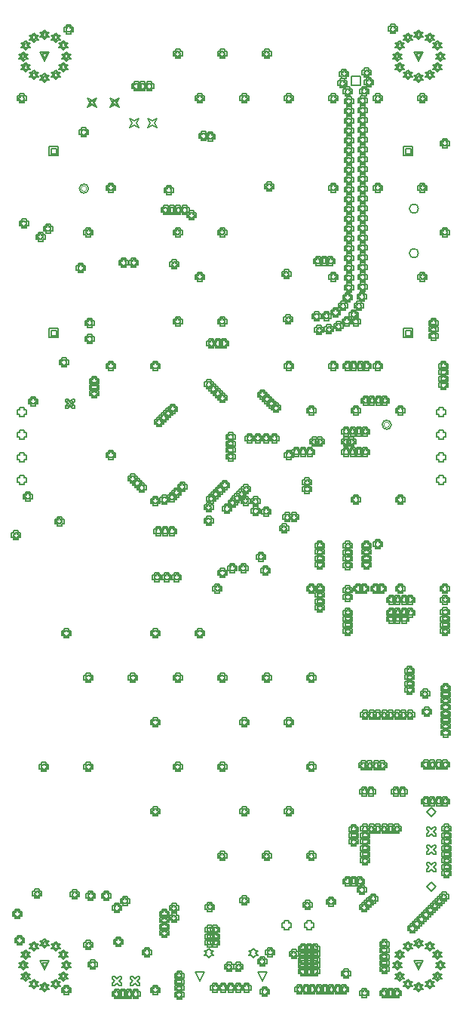
<source format=gbr>
G04*
G04 #@! TF.GenerationSoftware,Altium Limited,Altium Designer,23.0.1 (38)*
G04*
G04 Layer_Color=2752767*
%FSLAX25Y25*%
%MOIN*%
G70*
G04*
G04 #@! TF.SameCoordinates,D75D10E2-2566-4FA1-905F-50A539E45678*
G04*
G04*
G04 #@! TF.FilePolarity,Positive*
G04*
G01*
G75*
%ADD11C,0.00500*%
%ADD129C,0.00667*%
%ADD130C,0.00400*%
D11*
X518079Y406299D02*
X520079Y408299D01*
X522079Y406299D01*
X520079Y404299D01*
X518079Y406299D01*
Y439370D02*
X520079Y441370D01*
X522079Y439370D01*
X520079Y437370D01*
X518079Y439370D01*
Y428709D02*
X519079D01*
X520079Y429709D01*
X521079Y428709D01*
X522079D01*
Y429709D01*
X521079Y430709D01*
X522079Y431709D01*
Y432709D01*
X521079D01*
X520079Y431709D01*
X519079Y432709D01*
X518079D01*
Y431709D01*
X519079Y430709D01*
X518079Y429709D01*
Y428709D01*
Y420835D02*
X519079D01*
X520079Y421835D01*
X521079Y420835D01*
X522079D01*
Y421835D01*
X521079Y422835D01*
X522079Y423835D01*
Y424835D01*
X521079D01*
X520079Y423835D01*
X519079Y424835D01*
X518079D01*
Y423835D01*
X519079Y422835D01*
X518079Y421835D01*
Y420835D01*
Y412961D02*
X519079D01*
X520079Y413961D01*
X521079Y412961D01*
X522079D01*
Y413961D01*
X521079Y414961D01*
X522079Y415961D01*
Y416961D01*
X521079D01*
X520079Y415961D01*
X519079Y416961D01*
X518079D01*
Y415961D01*
X519079Y414961D01*
X518079Y413961D01*
Y412961D01*
X445276Y364576D02*
X443276Y368576D01*
X447276D01*
X445276Y364576D01*
X421654Y375205D02*
X422653Y376205D01*
X423654D01*
X422653Y377205D01*
X423654Y378205D01*
X422653D01*
X421654Y379205D01*
X420653Y378205D01*
X419654D01*
X420653Y377205D01*
X419654Y376205D01*
X420653D01*
X421654Y375205D01*
X441339D02*
X442339Y376205D01*
X443339D01*
X442339Y377205D01*
X443339Y378205D01*
X442339D01*
X441339Y379205D01*
X440339Y378205D01*
X439339D01*
X440339Y377205D01*
X439339Y376205D01*
X440339D01*
X441339Y375205D01*
X417717Y364576D02*
X415717Y368576D01*
X419717D01*
X417717Y364576D01*
X379102Y362705D02*
X380102D01*
X381102Y363705D01*
X382102Y362705D01*
X383102D01*
Y363705D01*
X382102Y364705D01*
X383102Y365705D01*
Y366705D01*
X382102D01*
X381102Y365705D01*
X380102Y366705D01*
X379102D01*
Y365705D01*
X380102Y364705D01*
X379102Y363705D01*
Y362705D01*
X386976D02*
X387976D01*
X388976Y363705D01*
X389976Y362705D01*
X390976D01*
Y363705D01*
X389976Y364705D01*
X390976Y365705D01*
Y366705D01*
X389976D01*
X388976Y365705D01*
X387976Y366705D01*
X386976D01*
Y365705D01*
X387976Y364705D01*
X386976Y363705D01*
Y362705D01*
X351149Y729299D02*
Y733299D01*
X355149D01*
Y729299D01*
X351149D01*
X351949Y730099D02*
Y732499D01*
X354349D01*
Y730099D01*
X351949D01*
X507843Y729299D02*
Y733299D01*
X511843D01*
Y729299D01*
X507843D01*
X508643Y730099D02*
Y732499D01*
X511043D01*
Y730099D01*
X508643D01*
X351149Y648984D02*
Y652984D01*
X355149D01*
Y648984D01*
X351149D01*
X351949Y649784D02*
Y652184D01*
X354349D01*
Y649784D01*
X351949D01*
X507843Y648984D02*
Y652984D01*
X511843D01*
Y648984D01*
X507843D01*
X508643Y649784D02*
Y652184D01*
X511043D01*
Y649784D01*
X508643D01*
X386878Y741701D02*
X387878Y743701D01*
X386878Y745701D01*
X388878Y744701D01*
X390878Y745701D01*
X389878Y743701D01*
X390878Y741701D01*
X388878Y742701D01*
X386878Y741701D01*
X394752D02*
X395752Y743701D01*
X394752Y745701D01*
X396752Y744701D01*
X398752Y745701D01*
X397752Y743701D01*
X398752Y741701D01*
X396752Y742701D01*
X394752Y741701D01*
X523606Y614925D02*
Y613925D01*
X525606D01*
Y614925D01*
X526606D01*
Y616925D01*
X525606D01*
Y617925D01*
X523606D01*
Y616925D01*
X522606D01*
Y614925D01*
X523606D01*
Y604925D02*
Y603925D01*
X525606D01*
Y604925D01*
X526606D01*
Y606925D01*
X525606D01*
Y607925D01*
X523606D01*
Y606925D01*
X522606D01*
Y604925D01*
X523606D01*
Y594925D02*
Y593925D01*
X525606D01*
Y594925D01*
X526606D01*
Y596925D01*
X525606D01*
Y597925D01*
X523606D01*
Y596925D01*
X522606D01*
Y594925D01*
X523606D01*
Y584925D02*
Y583925D01*
X525606D01*
Y584925D01*
X526606D01*
Y586925D01*
X525606D01*
Y587925D01*
X523606D01*
Y586925D01*
X522606D01*
Y584925D01*
X523606D01*
X378197Y750658D02*
X379197Y752658D01*
X378197Y754658D01*
X380197Y753657D01*
X382197Y754658D01*
X381197Y752658D01*
X382197Y750658D01*
X380197Y751657D01*
X378197Y750658D01*
X378997Y751458D02*
X379597Y752658D01*
X378997Y753858D01*
X380197Y753258D01*
X381397Y753858D01*
X380797Y752658D01*
X381397Y751458D01*
X380197Y752058D01*
X378997Y751458D01*
X368197Y750658D02*
X369197Y752658D01*
X368197Y754658D01*
X370197Y753657D01*
X372197Y754658D01*
X371197Y752658D01*
X372197Y750658D01*
X370197Y751657D01*
X368197Y750658D01*
X368997Y751458D02*
X369597Y752658D01*
X368997Y753858D01*
X370197Y753258D01*
X371397Y753858D01*
X370797Y752658D01*
X371397Y751458D01*
X370197Y752058D01*
X368997Y751458D01*
X455024Y388370D02*
Y387370D01*
X457024D01*
Y388370D01*
X458024D01*
Y390370D01*
X457024D01*
Y391370D01*
X455024D01*
Y390370D01*
X454024D01*
Y388370D01*
X455024D01*
X465024D02*
Y387370D01*
X467024D01*
Y388370D01*
X468024D01*
Y390370D01*
X467024D01*
Y391370D01*
X465024D01*
Y390370D01*
X464024D01*
Y388370D01*
X465024D01*
X338075Y584925D02*
Y583925D01*
X340075D01*
Y584925D01*
X341075D01*
Y586925D01*
X340075D01*
Y587925D01*
X338075D01*
Y586925D01*
X337075D01*
Y584925D01*
X338075D01*
Y594925D02*
Y593925D01*
X340075D01*
Y594925D01*
X341075D01*
Y596925D01*
X340075D01*
Y597925D01*
X338075D01*
Y596925D01*
X337075D01*
Y594925D01*
X338075D01*
Y604925D02*
Y603925D01*
X340075D01*
Y604925D01*
X341075D01*
Y606925D01*
X340075D01*
Y607925D01*
X338075D01*
Y606925D01*
X337075D01*
Y604925D01*
X338075D01*
Y614925D02*
Y613925D01*
X340075D01*
Y614925D01*
X341075D01*
Y616925D01*
X340075D01*
Y617925D01*
X338075D01*
Y616925D01*
X337075D01*
Y614925D01*
X338075D01*
X484695Y760447D02*
Y764447D01*
X488695D01*
Y760447D01*
X484695D01*
X349213Y369654D02*
X347213Y373654D01*
X351213D01*
X349213Y369654D01*
Y370454D02*
X348013Y372853D01*
X350413D01*
X349213Y370454D01*
X514567Y369654D02*
X512567Y373654D01*
X516567D01*
X514567Y369654D01*
Y370454D02*
X513367Y372853D01*
X515767D01*
X514567Y370454D01*
X349213Y771228D02*
X347213Y775228D01*
X351213D01*
X349213Y771228D01*
Y772028D02*
X348013Y774428D01*
X350413D01*
X349213Y772028D01*
X514567Y771228D02*
X512567Y775228D01*
X516567D01*
X514567Y771228D01*
Y772028D02*
X513367Y774428D01*
X515767D01*
X514567Y772028D01*
X515227Y753583D02*
Y752583D01*
X517227D01*
Y753583D01*
X518227D01*
Y755583D01*
X517227D01*
Y756583D01*
X515227D01*
Y755583D01*
X514227D01*
Y753583D01*
X515227D01*
X515627Y753983D02*
Y753383D01*
X516827D01*
Y753983D01*
X517427D01*
Y755183D01*
X516827D01*
Y755783D01*
X515627D01*
Y755183D01*
X515027D01*
Y753983D01*
X515627D01*
X525070Y733898D02*
Y732898D01*
X527070D01*
Y733898D01*
X528070D01*
Y735898D01*
X527070D01*
Y736898D01*
X525070D01*
Y735898D01*
X524070D01*
Y733898D01*
X525070D01*
X525470Y734298D02*
Y733698D01*
X526670D01*
Y734298D01*
X527270D01*
Y735498D01*
X526670D01*
Y736098D01*
X525470D01*
Y735498D01*
X524870D01*
Y734298D01*
X525470D01*
X515227Y714213D02*
Y713213D01*
X517227D01*
Y714213D01*
X518227D01*
Y716213D01*
X517227D01*
Y717213D01*
X515227D01*
Y716213D01*
X514227D01*
Y714213D01*
X515227D01*
X515627Y714613D02*
Y714013D01*
X516827D01*
Y714613D01*
X517427D01*
Y715813D01*
X516827D01*
Y716413D01*
X515627D01*
Y715813D01*
X515027D01*
Y714613D01*
X515627D01*
X525070Y694528D02*
Y693528D01*
X527070D01*
Y694528D01*
X528070D01*
Y696528D01*
X527070D01*
Y697528D01*
X525070D01*
Y696528D01*
X524070D01*
Y694528D01*
X525070D01*
X525470Y694928D02*
Y694328D01*
X526670D01*
Y694928D01*
X527270D01*
Y696128D01*
X526670D01*
Y696728D01*
X525470D01*
Y696128D01*
X524870D01*
Y694928D01*
X525470D01*
X515227Y674843D02*
Y673843D01*
X517227D01*
Y674843D01*
X518227D01*
Y676843D01*
X517227D01*
Y677843D01*
X515227D01*
Y676843D01*
X514227D01*
Y674843D01*
X515227D01*
X515627Y675243D02*
Y674643D01*
X516827D01*
Y675243D01*
X517427D01*
Y676443D01*
X516827D01*
Y677043D01*
X515627D01*
Y676443D01*
X515027D01*
Y675243D01*
X515627D01*
X525070Y537047D02*
Y536047D01*
X527070D01*
Y537047D01*
X528070D01*
Y539047D01*
X527070D01*
Y540047D01*
X525070D01*
Y539047D01*
X524070D01*
Y537047D01*
X525070D01*
X525470Y537447D02*
Y536847D01*
X526670D01*
Y537447D01*
X527270D01*
Y538647D01*
X526670D01*
Y539247D01*
X525470D01*
Y538647D01*
X524870D01*
Y537447D01*
X525470D01*
X495542Y753583D02*
Y752583D01*
X497542D01*
Y753583D01*
X498542D01*
Y755583D01*
X497542D01*
Y756583D01*
X495542D01*
Y755583D01*
X494542D01*
Y753583D01*
X495542D01*
X495942Y753983D02*
Y753383D01*
X497142D01*
Y753983D01*
X497742D01*
Y755183D01*
X497142D01*
Y755783D01*
X495942D01*
Y755183D01*
X495342D01*
Y753983D01*
X495942D01*
X495542Y714213D02*
Y713213D01*
X497542D01*
Y714213D01*
X498542D01*
Y716213D01*
X497542D01*
Y717213D01*
X495542D01*
Y716213D01*
X494542D01*
Y714213D01*
X495542D01*
X495942Y714613D02*
Y714013D01*
X497142D01*
Y714613D01*
X497742D01*
Y715813D01*
X497142D01*
Y716413D01*
X495942D01*
Y715813D01*
X495342D01*
Y714613D01*
X495942D01*
X495542Y635472D02*
Y634473D01*
X497542D01*
Y635472D01*
X498542D01*
Y637472D01*
X497542D01*
Y638473D01*
X495542D01*
Y637472D01*
X494542D01*
Y635472D01*
X495542D01*
X495942Y635873D02*
Y635273D01*
X497142D01*
Y635873D01*
X497742D01*
Y637073D01*
X497142D01*
Y637673D01*
X495942D01*
Y637073D01*
X495342D01*
Y635873D01*
X495942D01*
X505385Y615787D02*
Y614787D01*
X507385D01*
Y615787D01*
X508385D01*
Y617787D01*
X507385D01*
Y618787D01*
X505385D01*
Y617787D01*
X504385D01*
Y615787D01*
X505385D01*
X505785Y616187D02*
Y615587D01*
X506985D01*
Y616187D01*
X507585D01*
Y617387D01*
X506985D01*
Y617987D01*
X505785D01*
Y617387D01*
X505185D01*
Y616187D01*
X505785D01*
X505385Y576417D02*
Y575417D01*
X507385D01*
Y576417D01*
X508385D01*
Y578417D01*
X507385D01*
Y579417D01*
X505385D01*
Y578417D01*
X504385D01*
Y576417D01*
X505385D01*
X505785Y576817D02*
Y576217D01*
X506985D01*
Y576817D01*
X507585D01*
Y578017D01*
X506985D01*
Y578617D01*
X505785D01*
Y578017D01*
X505185D01*
Y576817D01*
X505785D01*
X495542Y556732D02*
Y555732D01*
X497542D01*
Y556732D01*
X498542D01*
Y558732D01*
X497542D01*
Y559732D01*
X495542D01*
Y558732D01*
X494542D01*
Y556732D01*
X495542D01*
X495942Y557132D02*
Y556532D01*
X497142D01*
Y557132D01*
X497742D01*
Y558332D01*
X497142D01*
Y558932D01*
X495942D01*
Y558332D01*
X495342D01*
Y557132D01*
X495942D01*
X505385Y537047D02*
Y536047D01*
X507385D01*
Y537047D01*
X508385D01*
Y539047D01*
X507385D01*
Y540047D01*
X505385D01*
Y539047D01*
X504385D01*
Y537047D01*
X505385D01*
X505785Y537447D02*
Y536847D01*
X506985D01*
Y537447D01*
X507585D01*
Y538647D01*
X506985D01*
Y539247D01*
X505785D01*
Y538647D01*
X505185D01*
Y537447D01*
X505785D01*
X475857Y753583D02*
Y752583D01*
X477857D01*
Y753583D01*
X478857D01*
Y755583D01*
X477857D01*
Y756583D01*
X475857D01*
Y755583D01*
X474857D01*
Y753583D01*
X475857D01*
X476257Y753983D02*
Y753383D01*
X477457D01*
Y753983D01*
X478057D01*
Y755183D01*
X477457D01*
Y755783D01*
X476257D01*
Y755183D01*
X475657D01*
Y753983D01*
X476257D01*
X475857Y714213D02*
Y713213D01*
X477857D01*
Y714213D01*
X478857D01*
Y716213D01*
X477857D01*
Y717213D01*
X475857D01*
Y716213D01*
X474857D01*
Y714213D01*
X475857D01*
X476257Y714613D02*
Y714013D01*
X477457D01*
Y714613D01*
X478057D01*
Y715813D01*
X477457D01*
Y716413D01*
X476257D01*
Y715813D01*
X475657D01*
Y714613D01*
X476257D01*
X475857Y674843D02*
Y673843D01*
X477857D01*
Y674843D01*
X478857D01*
Y676843D01*
X477857D01*
Y677843D01*
X475857D01*
Y676843D01*
X474857D01*
Y674843D01*
X475857D01*
X476257Y675243D02*
Y674643D01*
X477457D01*
Y675243D01*
X478057D01*
Y676443D01*
X477457D01*
Y677043D01*
X476257D01*
Y676443D01*
X475657D01*
Y675243D01*
X476257D01*
X485700Y655158D02*
Y654157D01*
X487700D01*
Y655158D01*
X488700D01*
Y657158D01*
X487700D01*
Y658157D01*
X485700D01*
Y657158D01*
X484700D01*
Y655158D01*
X485700D01*
X486100Y655557D02*
Y654957D01*
X487300D01*
Y655557D01*
X487900D01*
Y656757D01*
X487300D01*
Y657358D01*
X486100D01*
Y656757D01*
X485500D01*
Y655557D01*
X486100D01*
X475857Y635472D02*
Y634473D01*
X477857D01*
Y635472D01*
X478857D01*
Y637472D01*
X477857D01*
Y638473D01*
X475857D01*
Y637472D01*
X474857D01*
Y635472D01*
X475857D01*
X476257Y635873D02*
Y635273D01*
X477457D01*
Y635873D01*
X478057D01*
Y637073D01*
X477457D01*
Y637673D01*
X476257D01*
Y637073D01*
X475657D01*
Y635873D01*
X476257D01*
X485700Y615787D02*
Y614787D01*
X487700D01*
Y615787D01*
X488700D01*
Y617787D01*
X487700D01*
Y618787D01*
X485700D01*
Y617787D01*
X484700D01*
Y615787D01*
X485700D01*
X486100Y616187D02*
Y615587D01*
X487300D01*
Y616187D01*
X487900D01*
Y617387D01*
X487300D01*
Y617987D01*
X486100D01*
Y617387D01*
X485500D01*
Y616187D01*
X486100D01*
X485700Y576417D02*
Y575417D01*
X487700D01*
Y576417D01*
X488700D01*
Y578417D01*
X487700D01*
Y579417D01*
X485700D01*
Y578417D01*
X484700D01*
Y576417D01*
X485700D01*
X486100Y576817D02*
Y576217D01*
X487300D01*
Y576817D01*
X487900D01*
Y578017D01*
X487300D01*
Y578617D01*
X486100D01*
Y578017D01*
X485500D01*
Y576817D01*
X486100D01*
X456172Y753583D02*
Y752583D01*
X458172D01*
Y753583D01*
X459172D01*
Y755583D01*
X458172D01*
Y756583D01*
X456172D01*
Y755583D01*
X455172D01*
Y753583D01*
X456172D01*
X456572Y753983D02*
Y753383D01*
X457772D01*
Y753983D01*
X458372D01*
Y755183D01*
X457772D01*
Y755783D01*
X456572D01*
Y755183D01*
X455972D01*
Y753983D01*
X456572D01*
X456172Y635472D02*
Y634473D01*
X458172D01*
Y635472D01*
X459172D01*
Y637472D01*
X458172D01*
Y638473D01*
X456172D01*
Y637472D01*
X455172D01*
Y635472D01*
X456172D01*
X456572Y635873D02*
Y635273D01*
X457772D01*
Y635873D01*
X458372D01*
Y637073D01*
X457772D01*
Y637673D01*
X456572D01*
Y637073D01*
X455972D01*
Y635873D01*
X456572D01*
X466014Y615787D02*
Y614787D01*
X468014D01*
Y615787D01*
X469015D01*
Y617787D01*
X468014D01*
Y618787D01*
X466014D01*
Y617787D01*
X465015D01*
Y615787D01*
X466014D01*
X466414Y616187D02*
Y615587D01*
X467615D01*
Y616187D01*
X468215D01*
Y617387D01*
X467615D01*
Y617987D01*
X466414D01*
Y617387D01*
X465814D01*
Y616187D01*
X466414D01*
X456172Y596102D02*
Y595102D01*
X458172D01*
Y596102D01*
X459172D01*
Y598102D01*
X458172D01*
Y599102D01*
X456172D01*
Y598102D01*
X455172D01*
Y596102D01*
X456172D01*
X456572Y596502D02*
Y595902D01*
X457772D01*
Y596502D01*
X458372D01*
Y597702D01*
X457772D01*
Y598302D01*
X456572D01*
Y597702D01*
X455972D01*
Y596502D01*
X456572D01*
X466014Y537047D02*
Y536047D01*
X468014D01*
Y537047D01*
X469015D01*
Y539047D01*
X468014D01*
Y540047D01*
X466014D01*
Y539047D01*
X465015D01*
Y537047D01*
X466014D01*
X466414Y537447D02*
Y536847D01*
X467615D01*
Y537447D01*
X468215D01*
Y538647D01*
X467615D01*
Y539247D01*
X466414D01*
Y538647D01*
X465814D01*
Y537447D01*
X466414D01*
X466014Y497677D02*
Y496677D01*
X468014D01*
Y497677D01*
X469015D01*
Y499677D01*
X468014D01*
Y500677D01*
X466014D01*
Y499677D01*
X465015D01*
Y497677D01*
X466014D01*
X466414Y498077D02*
Y497477D01*
X467615D01*
Y498077D01*
X468215D01*
Y499277D01*
X467615D01*
Y499877D01*
X466414D01*
Y499277D01*
X465814D01*
Y498077D01*
X466414D01*
X456172Y477992D02*
Y476992D01*
X458172D01*
Y477992D01*
X459172D01*
Y479992D01*
X458172D01*
Y480992D01*
X456172D01*
Y479992D01*
X455172D01*
Y477992D01*
X456172D01*
X456572Y478392D02*
Y477792D01*
X457772D01*
Y478392D01*
X458372D01*
Y479592D01*
X457772D01*
Y480192D01*
X456572D01*
Y479592D01*
X455972D01*
Y478392D01*
X456572D01*
X466014Y458307D02*
Y457307D01*
X468014D01*
Y458307D01*
X469015D01*
Y460307D01*
X468014D01*
Y461307D01*
X466014D01*
Y460307D01*
X465015D01*
Y458307D01*
X466014D01*
X466414Y458707D02*
Y458107D01*
X467615D01*
Y458707D01*
X468215D01*
Y459907D01*
X467615D01*
Y460507D01*
X466414D01*
Y459907D01*
X465814D01*
Y458707D01*
X466414D01*
X456172Y438622D02*
Y437622D01*
X458172D01*
Y438622D01*
X459172D01*
Y440622D01*
X458172D01*
Y441622D01*
X456172D01*
Y440622D01*
X455172D01*
Y438622D01*
X456172D01*
X456572Y439022D02*
Y438422D01*
X457772D01*
Y439022D01*
X458372D01*
Y440222D01*
X457772D01*
Y440822D01*
X456572D01*
Y440222D01*
X455972D01*
Y439022D01*
X456572D01*
X466014Y418937D02*
Y417937D01*
X468014D01*
Y418937D01*
X469015D01*
Y420937D01*
X468014D01*
Y421937D01*
X466014D01*
Y420937D01*
X465015D01*
Y418937D01*
X466014D01*
X466414Y419337D02*
Y418737D01*
X467615D01*
Y419337D01*
X468215D01*
Y420537D01*
X467615D01*
Y421137D01*
X466414D01*
Y420537D01*
X465814D01*
Y419337D01*
X466414D01*
X446329Y773268D02*
Y772268D01*
X448329D01*
Y773268D01*
X449330D01*
Y775268D01*
X448329D01*
Y776268D01*
X446329D01*
Y775268D01*
X445330D01*
Y773268D01*
X446329D01*
X446730Y773668D02*
Y773068D01*
X447929D01*
Y773668D01*
X448529D01*
Y774868D01*
X447929D01*
Y775468D01*
X446730D01*
Y774868D01*
X446130D01*
Y773668D01*
X446730D01*
X436487Y753583D02*
Y752583D01*
X438487D01*
Y753583D01*
X439487D01*
Y755583D01*
X438487D01*
Y756583D01*
X436487D01*
Y755583D01*
X435487D01*
Y753583D01*
X436487D01*
X436887Y753983D02*
Y753383D01*
X438087D01*
Y753983D01*
X438687D01*
Y755183D01*
X438087D01*
Y755783D01*
X436887D01*
Y755183D01*
X436287D01*
Y753983D01*
X436887D01*
X446329Y497677D02*
Y496677D01*
X448329D01*
Y497677D01*
X449330D01*
Y499677D01*
X448329D01*
Y500677D01*
X446329D01*
Y499677D01*
X445330D01*
Y497677D01*
X446329D01*
X446730Y498077D02*
Y497477D01*
X447929D01*
Y498077D01*
X448529D01*
Y499277D01*
X447929D01*
Y499877D01*
X446730D01*
Y499277D01*
X446130D01*
Y498077D01*
X446730D01*
X436487Y477992D02*
Y476992D01*
X438487D01*
Y477992D01*
X439487D01*
Y479992D01*
X438487D01*
Y480992D01*
X436487D01*
Y479992D01*
X435487D01*
Y477992D01*
X436487D01*
X436887Y478392D02*
Y477792D01*
X438087D01*
Y478392D01*
X438687D01*
Y479592D01*
X438087D01*
Y480192D01*
X436887D01*
Y479592D01*
X436287D01*
Y478392D01*
X436887D01*
X436487Y438622D02*
Y437622D01*
X438487D01*
Y438622D01*
X439487D01*
Y440622D01*
X438487D01*
Y441622D01*
X436487D01*
Y440622D01*
X435487D01*
Y438622D01*
X436487D01*
X436887Y439022D02*
Y438422D01*
X438087D01*
Y439022D01*
X438687D01*
Y440222D01*
X438087D01*
Y440822D01*
X436887D01*
Y440222D01*
X436287D01*
Y439022D01*
X436887D01*
X446329Y418937D02*
Y417937D01*
X448329D01*
Y418937D01*
X449330D01*
Y420937D01*
X448329D01*
Y421937D01*
X446329D01*
Y420937D01*
X445330D01*
Y418937D01*
X446329D01*
X446730Y419337D02*
Y418737D01*
X447929D01*
Y419337D01*
X448529D01*
Y420537D01*
X447929D01*
Y421137D01*
X446730D01*
Y420537D01*
X446130D01*
Y419337D01*
X446730D01*
X436487Y399252D02*
Y398252D01*
X438487D01*
Y399252D01*
X439487D01*
Y401252D01*
X438487D01*
Y402252D01*
X436487D01*
Y401252D01*
X435487D01*
Y399252D01*
X436487D01*
X436887Y399652D02*
Y399052D01*
X438087D01*
Y399652D01*
X438687D01*
Y400852D01*
X438087D01*
Y401452D01*
X436887D01*
Y400852D01*
X436287D01*
Y399652D01*
X436887D01*
X426644Y773268D02*
Y772268D01*
X428644D01*
Y773268D01*
X429644D01*
Y775268D01*
X428644D01*
Y776268D01*
X426644D01*
Y775268D01*
X425644D01*
Y773268D01*
X426644D01*
X427044Y773668D02*
Y773068D01*
X428244D01*
Y773668D01*
X428844D01*
Y774868D01*
X428244D01*
Y775468D01*
X427044D01*
Y774868D01*
X426444D01*
Y773668D01*
X427044D01*
X416802Y753583D02*
Y752583D01*
X418802D01*
Y753583D01*
X419802D01*
Y755583D01*
X418802D01*
Y756583D01*
X416802D01*
Y755583D01*
X415802D01*
Y753583D01*
X416802D01*
X417202Y753983D02*
Y753383D01*
X418402D01*
Y753983D01*
X419002D01*
Y755183D01*
X418402D01*
Y755783D01*
X417202D01*
Y755183D01*
X416602D01*
Y753983D01*
X417202D01*
X426644Y694528D02*
Y693528D01*
X428644D01*
Y694528D01*
X429644D01*
Y696528D01*
X428644D01*
Y697528D01*
X426644D01*
Y696528D01*
X425644D01*
Y694528D01*
X426644D01*
X427044Y694928D02*
Y694328D01*
X428244D01*
Y694928D01*
X428844D01*
Y696128D01*
X428244D01*
Y696728D01*
X427044D01*
Y696128D01*
X426444D01*
Y694928D01*
X427044D01*
X416802Y674843D02*
Y673843D01*
X418802D01*
Y674843D01*
X419802D01*
Y676843D01*
X418802D01*
Y677843D01*
X416802D01*
Y676843D01*
X415802D01*
Y674843D01*
X416802D01*
X417202Y675243D02*
Y674643D01*
X418402D01*
Y675243D01*
X419002D01*
Y676443D01*
X418402D01*
Y677043D01*
X417202D01*
Y676443D01*
X416602D01*
Y675243D01*
X417202D01*
X426644Y655158D02*
Y654157D01*
X428644D01*
Y655158D01*
X429644D01*
Y657158D01*
X428644D01*
Y658157D01*
X426644D01*
Y657158D01*
X425644D01*
Y655158D01*
X426644D01*
X427044Y655557D02*
Y654957D01*
X428244D01*
Y655557D01*
X428844D01*
Y656757D01*
X428244D01*
Y657358D01*
X427044D01*
Y656757D01*
X426444D01*
Y655557D01*
X427044D01*
X416802Y517362D02*
Y516362D01*
X418802D01*
Y517362D01*
X419802D01*
Y519362D01*
X418802D01*
Y520362D01*
X416802D01*
Y519362D01*
X415802D01*
Y517362D01*
X416802D01*
X417202Y517762D02*
Y517162D01*
X418402D01*
Y517762D01*
X419002D01*
Y518962D01*
X418402D01*
Y519562D01*
X417202D01*
Y518962D01*
X416602D01*
Y517762D01*
X417202D01*
X426644Y497677D02*
Y496677D01*
X428644D01*
Y497677D01*
X429644D01*
Y499677D01*
X428644D01*
Y500677D01*
X426644D01*
Y499677D01*
X425644D01*
Y497677D01*
X426644D01*
X427044Y498077D02*
Y497477D01*
X428244D01*
Y498077D01*
X428844D01*
Y499277D01*
X428244D01*
Y499877D01*
X427044D01*
Y499277D01*
X426444D01*
Y498077D01*
X427044D01*
X426644Y458307D02*
Y457307D01*
X428644D01*
Y458307D01*
X429644D01*
Y460307D01*
X428644D01*
Y461307D01*
X426644D01*
Y460307D01*
X425644D01*
Y458307D01*
X426644D01*
X427044Y458707D02*
Y458107D01*
X428244D01*
Y458707D01*
X428844D01*
Y459907D01*
X428244D01*
Y460507D01*
X427044D01*
Y459907D01*
X426444D01*
Y458707D01*
X427044D01*
X426644Y418937D02*
Y417937D01*
X428644D01*
Y418937D01*
X429644D01*
Y420937D01*
X428644D01*
Y421937D01*
X426644D01*
Y420937D01*
X425644D01*
Y418937D01*
X426644D01*
X427044Y419337D02*
Y418737D01*
X428244D01*
Y419337D01*
X428844D01*
Y420537D01*
X428244D01*
Y421137D01*
X427044D01*
Y420537D01*
X426444D01*
Y419337D01*
X427044D01*
X406959Y773268D02*
Y772268D01*
X408959D01*
Y773268D01*
X409959D01*
Y775268D01*
X408959D01*
Y776268D01*
X406959D01*
Y775268D01*
X405959D01*
Y773268D01*
X406959D01*
X407359Y773668D02*
Y773068D01*
X408559D01*
Y773668D01*
X409159D01*
Y774868D01*
X408559D01*
Y775468D01*
X407359D01*
Y774868D01*
X406759D01*
Y773668D01*
X407359D01*
X406959Y694528D02*
Y693528D01*
X408959D01*
Y694528D01*
X409959D01*
Y696528D01*
X408959D01*
Y697528D01*
X406959D01*
Y696528D01*
X405959D01*
Y694528D01*
X406959D01*
X407359Y694928D02*
Y694328D01*
X408559D01*
Y694928D01*
X409159D01*
Y696128D01*
X408559D01*
Y696728D01*
X407359D01*
Y696128D01*
X406759D01*
Y694928D01*
X407359D01*
X406959Y655158D02*
Y654157D01*
X408959D01*
Y655158D01*
X409959D01*
Y657158D01*
X408959D01*
Y658157D01*
X406959D01*
Y657158D01*
X405959D01*
Y655158D01*
X406959D01*
X407359Y655557D02*
Y654957D01*
X408559D01*
Y655557D01*
X409159D01*
Y656757D01*
X408559D01*
Y657358D01*
X407359D01*
Y656757D01*
X406759D01*
Y655557D01*
X407359D01*
X397117Y635472D02*
Y634473D01*
X399117D01*
Y635472D01*
X400117D01*
Y637472D01*
X399117D01*
Y638473D01*
X397117D01*
Y637472D01*
X396117D01*
Y635472D01*
X397117D01*
X397517Y635873D02*
Y635273D01*
X398717D01*
Y635873D01*
X399317D01*
Y637073D01*
X398717D01*
Y637673D01*
X397517D01*
Y637073D01*
X396917D01*
Y635873D01*
X397517D01*
X397117Y517362D02*
Y516362D01*
X399117D01*
Y517362D01*
X400117D01*
Y519362D01*
X399117D01*
Y520362D01*
X397117D01*
Y519362D01*
X396117D01*
Y517362D01*
X397117D01*
X397517Y517762D02*
Y517162D01*
X398717D01*
Y517762D01*
X399317D01*
Y518962D01*
X398717D01*
Y519562D01*
X397517D01*
Y518962D01*
X396917D01*
Y517762D01*
X397517D01*
X406959Y497677D02*
Y496677D01*
X408959D01*
Y497677D01*
X409959D01*
Y499677D01*
X408959D01*
Y500677D01*
X406959D01*
Y499677D01*
X405959D01*
Y497677D01*
X406959D01*
X407359Y498077D02*
Y497477D01*
X408559D01*
Y498077D01*
X409159D01*
Y499277D01*
X408559D01*
Y499877D01*
X407359D01*
Y499277D01*
X406759D01*
Y498077D01*
X407359D01*
X397117Y477992D02*
Y476992D01*
X399117D01*
Y477992D01*
X400117D01*
Y479992D01*
X399117D01*
Y480992D01*
X397117D01*
Y479992D01*
X396117D01*
Y477992D01*
X397117D01*
X397517Y478392D02*
Y477792D01*
X398717D01*
Y478392D01*
X399317D01*
Y479592D01*
X398717D01*
Y480192D01*
X397517D01*
Y479592D01*
X396917D01*
Y478392D01*
X397517D01*
X406959Y458307D02*
Y457307D01*
X408959D01*
Y458307D01*
X409959D01*
Y460307D01*
X408959D01*
Y461307D01*
X406959D01*
Y460307D01*
X405959D01*
Y458307D01*
X406959D01*
X407359Y458707D02*
Y458107D01*
X408559D01*
Y458707D01*
X409159D01*
Y459907D01*
X408559D01*
Y460507D01*
X407359D01*
Y459907D01*
X406759D01*
Y458707D01*
X407359D01*
X397117Y438622D02*
Y437622D01*
X399117D01*
Y438622D01*
X400117D01*
Y440622D01*
X399117D01*
Y441622D01*
X397117D01*
Y440622D01*
X396117D01*
Y438622D01*
X397117D01*
X397517Y439022D02*
Y438422D01*
X398717D01*
Y439022D01*
X399317D01*
Y440222D01*
X398717D01*
Y440822D01*
X397517D01*
Y440222D01*
X396917D01*
Y439022D01*
X397517D01*
X397117Y359882D02*
Y358882D01*
X399117D01*
Y359882D01*
X400117D01*
Y361882D01*
X399117D01*
Y362882D01*
X397117D01*
Y361882D01*
X396117D01*
Y359882D01*
X397117D01*
X397517Y360282D02*
Y359682D01*
X398717D01*
Y360282D01*
X399317D01*
Y361482D01*
X398717D01*
Y362082D01*
X397517D01*
Y361482D01*
X396917D01*
Y360282D01*
X397517D01*
X377432Y714213D02*
Y713213D01*
X379432D01*
Y714213D01*
X380432D01*
Y716213D01*
X379432D01*
Y717213D01*
X377432D01*
Y716213D01*
X376432D01*
Y714213D01*
X377432D01*
X377832Y714613D02*
Y714013D01*
X379032D01*
Y714613D01*
X379632D01*
Y715813D01*
X379032D01*
Y716413D01*
X377832D01*
Y715813D01*
X377232D01*
Y714613D01*
X377832D01*
X377432Y635472D02*
Y634473D01*
X379432D01*
Y635472D01*
X380432D01*
Y637472D01*
X379432D01*
Y638473D01*
X377432D01*
Y637472D01*
X376432D01*
Y635472D01*
X377432D01*
X377832Y635873D02*
Y635273D01*
X379032D01*
Y635873D01*
X379632D01*
Y637073D01*
X379032D01*
Y637673D01*
X377832D01*
Y637073D01*
X377232D01*
Y635873D01*
X377832D01*
X377432Y596102D02*
Y595102D01*
X379432D01*
Y596102D01*
X380432D01*
Y598102D01*
X379432D01*
Y599102D01*
X377432D01*
Y598102D01*
X376432D01*
Y596102D01*
X377432D01*
X377832Y596502D02*
Y595902D01*
X379032D01*
Y596502D01*
X379632D01*
Y597702D01*
X379032D01*
Y598302D01*
X377832D01*
Y597702D01*
X377232D01*
Y596502D01*
X377832D01*
X387274Y497677D02*
Y496677D01*
X389274D01*
Y497677D01*
X390274D01*
Y499677D01*
X389274D01*
Y500677D01*
X387274D01*
Y499677D01*
X386274D01*
Y497677D01*
X387274D01*
X387674Y498077D02*
Y497477D01*
X388874D01*
Y498077D01*
X389474D01*
Y499277D01*
X388874D01*
Y499877D01*
X387674D01*
Y499277D01*
X387074D01*
Y498077D01*
X387674D01*
X367589Y694528D02*
Y693528D01*
X369589D01*
Y694528D01*
X370589D01*
Y696528D01*
X369589D01*
Y697528D01*
X367589D01*
Y696528D01*
X366589D01*
Y694528D01*
X367589D01*
X367989Y694928D02*
Y694328D01*
X369189D01*
Y694928D01*
X369789D01*
Y696128D01*
X369189D01*
Y696728D01*
X367989D01*
Y696128D01*
X367389D01*
Y694928D01*
X367989D01*
X357747Y517362D02*
Y516362D01*
X359747D01*
Y517362D01*
X360747D01*
Y519362D01*
X359747D01*
Y520362D01*
X357747D01*
Y519362D01*
X356747D01*
Y517362D01*
X357747D01*
X358147Y517762D02*
Y517162D01*
X359347D01*
Y517762D01*
X359947D01*
Y518962D01*
X359347D01*
Y519562D01*
X358147D01*
Y518962D01*
X357547D01*
Y517762D01*
X358147D01*
X367589Y497677D02*
Y496677D01*
X369589D01*
Y497677D01*
X370589D01*
Y499677D01*
X369589D01*
Y500677D01*
X367589D01*
Y499677D01*
X366589D01*
Y497677D01*
X367589D01*
X367989Y498077D02*
Y497477D01*
X369189D01*
Y498077D01*
X369789D01*
Y499277D01*
X369189D01*
Y499877D01*
X367989D01*
Y499277D01*
X367389D01*
Y498077D01*
X367989D01*
X367589Y458307D02*
Y457307D01*
X369589D01*
Y458307D01*
X370589D01*
Y460307D01*
X369589D01*
Y461307D01*
X367589D01*
Y460307D01*
X366589D01*
Y458307D01*
X367589D01*
X367989Y458707D02*
Y458107D01*
X369189D01*
Y458707D01*
X369789D01*
Y459907D01*
X369189D01*
Y460507D01*
X367989D01*
Y459907D01*
X367389D01*
Y458707D01*
X367989D01*
X367589Y379567D02*
Y378567D01*
X369589D01*
Y379567D01*
X370589D01*
Y381567D01*
X369589D01*
Y382567D01*
X367589D01*
Y381567D01*
X366589D01*
Y379567D01*
X367589D01*
X367989Y379967D02*
Y379367D01*
X369189D01*
Y379967D01*
X369789D01*
Y381167D01*
X369189D01*
Y381767D01*
X367989D01*
Y381167D01*
X367389D01*
Y379967D01*
X367989D01*
X357747Y359882D02*
Y358882D01*
X359747D01*
Y359882D01*
X360747D01*
Y361882D01*
X359747D01*
Y362882D01*
X357747D01*
Y361882D01*
X356747D01*
Y359882D01*
X357747D01*
X358147Y360282D02*
Y359682D01*
X359347D01*
Y360282D01*
X359947D01*
Y361482D01*
X359347D01*
Y362082D01*
X358147D01*
Y361482D01*
X357547D01*
Y360282D01*
X358147D01*
X338062Y753583D02*
Y752583D01*
X340062D01*
Y753583D01*
X341062D01*
Y755583D01*
X340062D01*
Y756583D01*
X338062D01*
Y755583D01*
X337062D01*
Y753583D01*
X338062D01*
X338462Y753983D02*
Y753383D01*
X339662D01*
Y753983D01*
X340262D01*
Y755183D01*
X339662D01*
Y755783D01*
X338462D01*
Y755183D01*
X337862D01*
Y753983D01*
X338462D01*
X347904Y458307D02*
Y457307D01*
X349904D01*
Y458307D01*
X350904D01*
Y460307D01*
X349904D01*
Y461307D01*
X347904D01*
Y460307D01*
X346904D01*
Y458307D01*
X347904D01*
X348304Y458707D02*
Y458107D01*
X349504D01*
Y458707D01*
X350104D01*
Y459907D01*
X349504D01*
Y460507D01*
X348304D01*
Y459907D01*
X347704D01*
Y458707D01*
X348304D01*
X424590Y537189D02*
Y536189D01*
X426590D01*
Y537189D01*
X427591D01*
Y539189D01*
X426590D01*
Y540189D01*
X424590D01*
Y539189D01*
X423591D01*
Y537189D01*
X424590D01*
X424991Y537589D02*
Y536989D01*
X426191D01*
Y537589D01*
X426791D01*
Y538789D01*
X426191D01*
Y539389D01*
X424991D01*
Y538789D01*
X424391D01*
Y537589D01*
X424991D01*
X427792Y582811D02*
Y581811D01*
X429792D01*
Y582811D01*
X430792D01*
Y584811D01*
X429792D01*
Y585811D01*
X427792D01*
Y584811D01*
X426792D01*
Y582811D01*
X427792D01*
X428192Y583211D02*
Y582611D01*
X429392D01*
Y583211D01*
X429992D01*
Y584411D01*
X429392D01*
Y585011D01*
X428192D01*
Y584411D01*
X427592D01*
Y583211D01*
X428192D01*
X421835Y576854D02*
Y575854D01*
X423835D01*
Y576854D01*
X424835D01*
Y578854D01*
X423835D01*
Y579854D01*
X421835D01*
Y578854D01*
X420835D01*
Y576854D01*
X421835D01*
X422235Y577254D02*
Y576654D01*
X423435D01*
Y577254D01*
X424035D01*
Y578454D01*
X423435D01*
Y579054D01*
X422235D01*
Y578454D01*
X421635D01*
Y577254D01*
X422235D01*
X425806Y580826D02*
Y579826D01*
X427806D01*
Y580826D01*
X428806D01*
Y582826D01*
X427806D01*
Y583826D01*
X425806D01*
Y582826D01*
X424806D01*
Y580826D01*
X425806D01*
X426206Y581226D02*
Y580626D01*
X427406D01*
Y581226D01*
X428006D01*
Y582426D01*
X427406D01*
Y583026D01*
X426206D01*
Y582426D01*
X425606D01*
Y581226D01*
X426206D01*
X423820Y578840D02*
Y577840D01*
X425820D01*
Y578840D01*
X426820D01*
Y580840D01*
X425820D01*
Y581840D01*
X423820D01*
Y580840D01*
X422820D01*
Y578840D01*
X423820D01*
X424220Y579240D02*
Y578640D01*
X425420D01*
Y579240D01*
X426020D01*
Y580440D01*
X425420D01*
Y581040D01*
X424220D01*
Y580440D01*
X423620D01*
Y579240D01*
X424220D01*
X437241Y580941D02*
Y579941D01*
X439241D01*
Y580941D01*
X440240D01*
Y582941D01*
X439241D01*
Y583941D01*
X437241D01*
Y582941D01*
X436240D01*
Y580941D01*
X437241D01*
X437640Y581341D02*
Y580741D01*
X438840D01*
Y581341D01*
X439440D01*
Y582541D01*
X438840D01*
Y583141D01*
X437640D01*
Y582541D01*
X437041D01*
Y581341D01*
X437640D01*
X431284Y574984D02*
Y573984D01*
X433284D01*
Y574984D01*
X434283D01*
Y576984D01*
X433284D01*
Y577984D01*
X431284D01*
Y576984D01*
X430283D01*
Y574984D01*
X431284D01*
X431683Y575384D02*
Y574784D01*
X432884D01*
Y575384D01*
X433484D01*
Y576584D01*
X432884D01*
Y577184D01*
X431683D01*
Y576584D01*
X431083D01*
Y575384D01*
X431683D01*
X435255Y578956D02*
Y577956D01*
X437255D01*
Y578956D01*
X438255D01*
Y580956D01*
X437255D01*
Y581956D01*
X435255D01*
Y580956D01*
X434255D01*
Y578956D01*
X435255D01*
X435655Y579356D02*
Y578756D01*
X436855D01*
Y579356D01*
X437455D01*
Y580556D01*
X436855D01*
Y581156D01*
X435655D01*
Y580556D01*
X435055D01*
Y579356D01*
X435655D01*
X433269Y576970D02*
Y575970D01*
X435269D01*
Y576970D01*
X436269D01*
Y578970D01*
X435269D01*
Y579970D01*
X433269D01*
Y578970D01*
X432269D01*
Y576970D01*
X433269D01*
X433669Y577370D02*
Y576770D01*
X434869D01*
Y577370D01*
X435469D01*
Y578570D01*
X434869D01*
Y579170D01*
X433669D01*
Y578570D01*
X433069D01*
Y577370D01*
X433669D01*
X398496Y562441D02*
Y561441D01*
X400496D01*
Y562441D01*
X401496D01*
Y564441D01*
X400496D01*
Y565441D01*
X398496D01*
Y564441D01*
X397496D01*
Y562441D01*
X398496D01*
X398896Y562841D02*
Y562241D01*
X400096D01*
Y562841D01*
X400696D01*
Y564041D01*
X400096D01*
Y564641D01*
X398896D01*
Y564041D01*
X398296D01*
Y562841D01*
X398896D01*
X404496Y562441D02*
Y561441D01*
X406496D01*
Y562441D01*
X407496D01*
Y564441D01*
X406496D01*
Y565441D01*
X404496D01*
Y564441D01*
X403496D01*
Y562441D01*
X404496D01*
X404896Y562841D02*
Y562241D01*
X406096D01*
Y562841D01*
X406696D01*
Y564041D01*
X406096D01*
Y564641D01*
X404896D01*
Y564041D01*
X404296D01*
Y562841D01*
X404896D01*
X401496Y562441D02*
Y561441D01*
X403496D01*
Y562441D01*
X404496D01*
Y564441D01*
X403496D01*
Y565441D01*
X401496D01*
Y564441D01*
X400496D01*
Y562441D01*
X401496D01*
X401896Y562841D02*
Y562241D01*
X403096D01*
Y562841D01*
X403696D01*
Y564041D01*
X403096D01*
Y564641D01*
X401896D01*
Y564041D01*
X401296D01*
Y562841D01*
X401896D01*
X426786Y544026D02*
Y543026D01*
X428786D01*
Y544026D01*
X429786D01*
Y546026D01*
X428786D01*
Y547026D01*
X426786D01*
Y546026D01*
X425786D01*
Y544026D01*
X426786D01*
X427186Y544426D02*
Y543826D01*
X428386D01*
Y544426D01*
X428986D01*
Y545626D01*
X428386D01*
Y546226D01*
X427186D01*
Y545626D01*
X426586D01*
Y544426D01*
X427186D01*
X335566Y560584D02*
Y559584D01*
X337566D01*
Y560584D01*
X338566D01*
Y562584D01*
X337566D01*
Y563584D01*
X335566D01*
Y562584D01*
X334566D01*
Y560584D01*
X335566D01*
X335966Y560984D02*
Y560384D01*
X337166D01*
Y560984D01*
X337766D01*
Y562184D01*
X337166D01*
Y562784D01*
X335966D01*
Y562184D01*
X335366D01*
Y560984D01*
X335966D01*
X455507Y568619D02*
Y567619D01*
X457507D01*
Y568619D01*
X458507D01*
Y570619D01*
X457507D01*
Y571619D01*
X455507D01*
Y570619D01*
X454507D01*
Y568619D01*
X455507D01*
X455907Y569019D02*
Y568419D01*
X457107D01*
Y569019D01*
X457707D01*
Y570219D01*
X457107D01*
Y570819D01*
X455907D01*
Y570219D01*
X455307D01*
Y569019D01*
X455907D01*
X458507Y568619D02*
Y567619D01*
X460507D01*
Y568619D01*
X461507D01*
Y570619D01*
X460507D01*
Y571619D01*
X458507D01*
Y570619D01*
X457507D01*
Y568619D01*
X458507D01*
X458907Y569019D02*
Y568419D01*
X460107D01*
Y569019D01*
X460707D01*
Y570219D01*
X460107D01*
Y570819D01*
X458907D01*
Y570219D01*
X458307D01*
Y569019D01*
X458907D01*
X459529Y597436D02*
Y596436D01*
X461529D01*
Y597436D01*
X462529D01*
Y599436D01*
X461529D01*
Y600436D01*
X459529D01*
Y599436D01*
X458529D01*
Y597436D01*
X459529D01*
X459929Y597836D02*
Y597236D01*
X461129D01*
Y597836D01*
X461729D01*
Y599036D01*
X461129D01*
Y599636D01*
X459929D01*
Y599036D01*
X459329D01*
Y597836D01*
X459929D01*
X462529Y597436D02*
Y596436D01*
X464529D01*
Y597436D01*
X465529D01*
Y599436D01*
X464529D01*
Y600436D01*
X462529D01*
Y599436D01*
X461529D01*
Y597436D01*
X462529D01*
X462929Y597836D02*
Y597236D01*
X464129D01*
Y597836D01*
X464729D01*
Y599036D01*
X464129D01*
Y599636D01*
X462929D01*
Y599036D01*
X462329D01*
Y597836D01*
X462929D01*
X465529Y597436D02*
Y596436D01*
X467529D01*
Y597436D01*
X468529D01*
Y599436D01*
X467529D01*
Y600436D01*
X465529D01*
Y599436D01*
X464529D01*
Y597436D01*
X465529D01*
X465929Y597836D02*
Y597236D01*
X467129D01*
Y597836D01*
X467729D01*
Y599036D01*
X467129D01*
Y599636D01*
X465929D01*
Y599036D01*
X465329D01*
Y597836D01*
X465929D01*
X356677Y636992D02*
Y635992D01*
X358677D01*
Y636992D01*
X359677D01*
Y638992D01*
X358677D01*
Y639992D01*
X356677D01*
Y638992D01*
X355677D01*
Y636992D01*
X356677D01*
X357077Y637392D02*
Y636792D01*
X358277D01*
Y637392D01*
X358877D01*
Y638592D01*
X358277D01*
Y639192D01*
X357077D01*
Y638592D01*
X356477D01*
Y637392D01*
X357077D01*
X358335Y617882D02*
X359335D01*
X360335Y618882D01*
X361335Y617882D01*
X362335D01*
Y618882D01*
X361335Y619882D01*
X362335Y620882D01*
Y621882D01*
X361335D01*
X360335Y620882D01*
X359335Y621882D01*
X358335D01*
Y620882D01*
X359335Y619882D01*
X358335Y618882D01*
Y617882D01*
X359135Y618682D02*
X359735D01*
X360335Y619282D01*
X360935Y618682D01*
X361535D01*
Y619282D01*
X360935Y619882D01*
X361535Y620482D01*
Y621082D01*
X360935D01*
X360335Y620482D01*
X359735Y621082D01*
X359135D01*
Y620482D01*
X359735Y619882D01*
X359135Y619282D01*
Y618682D01*
X397117Y575870D02*
Y574870D01*
X399117D01*
Y575870D01*
X400117D01*
Y577870D01*
X399117D01*
Y578870D01*
X397117D01*
Y577870D01*
X396117D01*
Y575870D01*
X397117D01*
X397517Y576270D02*
Y575670D01*
X398717D01*
Y576270D01*
X399317D01*
Y577470D01*
X398717D01*
Y578070D01*
X397517D01*
Y577470D01*
X396917D01*
Y576270D01*
X397517D01*
X420653Y572917D02*
Y571917D01*
X422653D01*
Y572917D01*
X423654D01*
Y574917D01*
X422653D01*
Y575917D01*
X420653D01*
Y574917D01*
X419654D01*
Y572917D01*
X420653D01*
X421054Y573317D02*
Y572717D01*
X422254D01*
Y573317D01*
X422854D01*
Y574517D01*
X422254D01*
Y575117D01*
X421054D01*
Y574517D01*
X420454D01*
Y573317D01*
X421054D01*
X420653Y567012D02*
Y566012D01*
X422653D01*
Y567012D01*
X423654D01*
Y569012D01*
X422653D01*
Y570012D01*
X420653D01*
Y569012D01*
X419654D01*
Y567012D01*
X420653D01*
X421054Y567412D02*
Y566812D01*
X422254D01*
Y567412D01*
X422854D01*
Y568612D01*
X422254D01*
Y569212D01*
X421054D01*
Y568612D01*
X420454D01*
Y567412D01*
X421054D01*
X401187Y576362D02*
Y575362D01*
X403187D01*
Y576362D01*
X404187D01*
Y578362D01*
X403187D01*
Y579362D01*
X401187D01*
Y578362D01*
X400187D01*
Y576362D01*
X401187D01*
X401587Y576762D02*
Y576162D01*
X402787D01*
Y576762D01*
X403387D01*
Y577962D01*
X402787D01*
Y578562D01*
X401587D01*
Y577962D01*
X400987D01*
Y576762D01*
X401587D01*
X408991Y582065D02*
Y581065D01*
X410991D01*
Y582065D01*
X411991D01*
Y584065D01*
X410991D01*
Y585065D01*
X408991D01*
Y584065D01*
X407991D01*
Y582065D01*
X408991D01*
X409391Y582465D02*
Y581865D01*
X410591D01*
Y582465D01*
X411191D01*
Y583665D01*
X410591D01*
Y584265D01*
X409391D01*
Y583665D01*
X408791D01*
Y582465D01*
X409391D01*
X375394Y401413D02*
Y400413D01*
X377394D01*
Y401413D01*
X378394D01*
Y403413D01*
X377394D01*
Y404413D01*
X375394D01*
Y403413D01*
X374394D01*
Y401413D01*
X375394D01*
X375794Y401813D02*
Y401213D01*
X376994D01*
Y401813D01*
X377594D01*
Y403013D01*
X376994D01*
Y403613D01*
X375794D01*
Y403013D01*
X375194D01*
Y401813D01*
X375794D01*
X380201Y396077D02*
Y395077D01*
X382201D01*
Y396077D01*
X383201D01*
Y398077D01*
X382201D01*
Y399077D01*
X380201D01*
Y398077D01*
X379201D01*
Y396077D01*
X380201D01*
X380601Y396477D02*
Y395877D01*
X381801D01*
Y396477D01*
X382401D01*
Y397677D01*
X381801D01*
Y398277D01*
X380601D01*
Y397677D01*
X380001D01*
Y396477D01*
X380601D01*
X406579Y542110D02*
Y541110D01*
X408579D01*
Y542110D01*
X409579D01*
Y544110D01*
X408579D01*
Y545110D01*
X406579D01*
Y544110D01*
X405579D01*
Y542110D01*
X406579D01*
X406979Y542510D02*
Y541910D01*
X408179D01*
Y542510D01*
X408779D01*
Y543710D01*
X408179D01*
Y544310D01*
X406979D01*
Y543710D01*
X406379D01*
Y542510D01*
X406979D01*
X486718Y537047D02*
Y536047D01*
X488718D01*
Y537047D01*
X489718D01*
Y539047D01*
X488718D01*
Y540047D01*
X486718D01*
Y539047D01*
X485718D01*
Y537047D01*
X486718D01*
X487118Y537447D02*
Y536847D01*
X488318D01*
Y537447D01*
X488918D01*
Y538647D01*
X488318D01*
Y539247D01*
X487118D01*
Y538647D01*
X486518D01*
Y537447D01*
X487118D01*
X489526Y537047D02*
Y536047D01*
X491526D01*
Y537047D01*
X492526D01*
Y539047D01*
X491526D01*
Y540047D01*
X489526D01*
Y539047D01*
X488526D01*
Y537047D01*
X489526D01*
X489926Y537447D02*
Y536847D01*
X491126D01*
Y537447D01*
X491726D01*
Y538647D01*
X491126D01*
Y539247D01*
X489926D01*
Y538647D01*
X489326D01*
Y537447D01*
X489926D01*
X491898Y458947D02*
Y457947D01*
X493898D01*
Y458947D01*
X494898D01*
Y460947D01*
X493898D01*
Y461947D01*
X491898D01*
Y460947D01*
X490898D01*
Y458947D01*
X491898D01*
X492298Y459347D02*
Y458747D01*
X493498D01*
Y459347D01*
X494098D01*
Y460547D01*
X493498D01*
Y461147D01*
X492298D01*
Y460547D01*
X491698D01*
Y459347D01*
X492298D01*
X497514Y458947D02*
Y457947D01*
X499514D01*
Y458947D01*
X500514D01*
Y460947D01*
X499514D01*
Y461947D01*
X497514D01*
Y460947D01*
X496514D01*
Y458947D01*
X497514D01*
X497914Y459347D02*
Y458747D01*
X499114D01*
Y459347D01*
X499714D01*
Y460547D01*
X499114D01*
Y461147D01*
X497914D01*
Y460547D01*
X497314D01*
Y459347D01*
X497914D01*
X489090Y458947D02*
Y457947D01*
X491090D01*
Y458947D01*
X492090D01*
Y460947D01*
X491090D01*
Y461947D01*
X489090D01*
Y460947D01*
X488090D01*
Y458947D01*
X489090D01*
X489490Y459347D02*
Y458747D01*
X490690D01*
Y459347D01*
X491290D01*
Y460547D01*
X490690D01*
Y461147D01*
X489490D01*
Y460547D01*
X488890D01*
Y459347D01*
X489490D01*
X494706Y458947D02*
Y457947D01*
X496706D01*
Y458947D01*
X497706D01*
Y460947D01*
X496706D01*
Y461947D01*
X494706D01*
Y460947D01*
X493706D01*
Y458947D01*
X494706D01*
X495106Y459347D02*
Y458747D01*
X496306D01*
Y459347D01*
X496906D01*
Y460547D01*
X496306D01*
Y461147D01*
X495106D01*
Y460547D01*
X494506D01*
Y459347D01*
X495106D01*
X445482Y359083D02*
Y358083D01*
X447482D01*
Y359083D01*
X448482D01*
Y361083D01*
X447482D01*
Y362083D01*
X445482D01*
Y361083D01*
X444482D01*
Y359083D01*
X445482D01*
X445882Y359483D02*
Y358883D01*
X447082D01*
Y359483D01*
X447682D01*
Y360683D01*
X447082D01*
Y361283D01*
X445882D01*
Y360683D01*
X445282D01*
Y359483D01*
X445882D01*
X444324Y372368D02*
Y371368D01*
X446324D01*
Y372368D01*
X447325D01*
Y374368D01*
X446324D01*
Y375368D01*
X444324D01*
Y374368D01*
X443325D01*
Y372368D01*
X444324D01*
X444725Y372768D02*
Y372168D01*
X445925D01*
Y372768D01*
X446524D01*
Y373968D01*
X445925D01*
Y374568D01*
X444725D01*
Y373968D01*
X444125D01*
Y372768D01*
X444725D01*
X498278Y358416D02*
Y357416D01*
X500278D01*
Y358416D01*
X501278D01*
Y360416D01*
X500278D01*
Y361416D01*
X498278D01*
Y360416D01*
X497278D01*
Y358416D01*
X498278D01*
X498678Y358816D02*
Y358216D01*
X499878D01*
Y358816D01*
X500478D01*
Y360016D01*
X499878D01*
Y360616D01*
X498678D01*
Y360016D01*
X498078D01*
Y358816D01*
X498678D01*
X501086Y358416D02*
Y357416D01*
X503086D01*
Y358416D01*
X504086D01*
Y360416D01*
X503086D01*
Y361416D01*
X501086D01*
Y360416D01*
X500086D01*
Y358416D01*
X501086D01*
X501486Y358816D02*
Y358216D01*
X502686D01*
Y358816D01*
X503286D01*
Y360016D01*
X502686D01*
Y360616D01*
X501486D01*
Y360016D01*
X500886D01*
Y358816D01*
X501486D01*
X503894Y358416D02*
Y357416D01*
X505894D01*
Y358416D01*
X506894D01*
Y360416D01*
X505894D01*
Y361416D01*
X503894D01*
Y360416D01*
X502894D01*
Y358416D01*
X503894D01*
X504294Y358816D02*
Y358216D01*
X505494D01*
Y358816D01*
X506094D01*
Y360016D01*
X505494D01*
Y360616D01*
X504294D01*
Y360016D01*
X503694D01*
Y358816D01*
X504294D01*
X481382Y366982D02*
Y365982D01*
X483382D01*
Y366982D01*
X484382D01*
Y368982D01*
X483382D01*
Y369982D01*
X481382D01*
Y368982D01*
X480382D01*
Y366982D01*
X481382D01*
X481782Y367382D02*
Y366782D01*
X482982D01*
Y367382D01*
X483582D01*
Y368582D01*
X482982D01*
Y369182D01*
X481782D01*
Y368582D01*
X481182D01*
Y367382D01*
X481782D01*
X458331Y375613D02*
Y374613D01*
X460331D01*
Y375613D01*
X461331D01*
Y377613D01*
X460331D01*
Y378613D01*
X458331D01*
Y377613D01*
X457331D01*
Y375613D01*
X458331D01*
X458731Y376013D02*
Y375413D01*
X459931D01*
Y376013D01*
X460531D01*
Y377213D01*
X459931D01*
Y377813D01*
X458731D01*
Y377213D01*
X458131D01*
Y376013D01*
X458731D01*
X480557Y360034D02*
Y359034D01*
X482557D01*
Y360034D01*
X483557D01*
Y362034D01*
X482557D01*
Y363034D01*
X480557D01*
Y362034D01*
X479557D01*
Y360034D01*
X480557D01*
X480957Y360434D02*
Y359834D01*
X482157D01*
Y360434D01*
X482757D01*
Y361634D01*
X482157D01*
Y362234D01*
X480957D01*
Y361634D01*
X480357D01*
Y360434D01*
X480957D01*
X477749Y360034D02*
Y359034D01*
X479749D01*
Y360034D01*
X480749D01*
Y362034D01*
X479749D01*
Y363034D01*
X477749D01*
Y362034D01*
X476749D01*
Y360034D01*
X477749D01*
X478149Y360434D02*
Y359834D01*
X479349D01*
Y360434D01*
X479949D01*
Y361634D01*
X479349D01*
Y362234D01*
X478149D01*
Y361634D01*
X477549D01*
Y360434D01*
X478149D01*
X474941Y360034D02*
Y359034D01*
X476941D01*
Y360034D01*
X477941D01*
Y362034D01*
X476941D01*
Y363034D01*
X474941D01*
Y362034D01*
X473941D01*
Y360034D01*
X474941D01*
X475341Y360434D02*
Y359834D01*
X476541D01*
Y360434D01*
X477141D01*
Y361634D01*
X476541D01*
Y362234D01*
X475341D01*
Y361634D01*
X474741D01*
Y360434D01*
X475341D01*
X472133Y360034D02*
Y359034D01*
X474133D01*
Y360034D01*
X475133D01*
Y362034D01*
X474133D01*
Y363034D01*
X472133D01*
Y362034D01*
X471133D01*
Y360034D01*
X472133D01*
X472533Y360434D02*
Y359834D01*
X473733D01*
Y360434D01*
X474333D01*
Y361634D01*
X473733D01*
Y362234D01*
X472533D01*
Y361634D01*
X471933D01*
Y360434D01*
X472533D01*
X460900Y360034D02*
Y359034D01*
X462900D01*
Y360034D01*
X463900D01*
Y362034D01*
X462900D01*
Y363034D01*
X460900D01*
Y362034D01*
X459900D01*
Y360034D01*
X460900D01*
X461300Y360434D02*
Y359834D01*
X462500D01*
Y360434D01*
X463100D01*
Y361634D01*
X462500D01*
Y362234D01*
X461300D01*
Y361634D01*
X460700D01*
Y360434D01*
X461300D01*
X469325Y360034D02*
Y359034D01*
X471325D01*
Y360034D01*
X472325D01*
Y362034D01*
X471325D01*
Y363034D01*
X469325D01*
Y362034D01*
X468325D01*
Y360034D01*
X469325D01*
X469725Y360434D02*
Y359834D01*
X470925D01*
Y360434D01*
X471525D01*
Y361634D01*
X470925D01*
Y362234D01*
X469725D01*
Y361634D01*
X469125D01*
Y360434D01*
X469725D01*
X466516Y360034D02*
Y359034D01*
X468516D01*
Y360034D01*
X469517D01*
Y362034D01*
X468516D01*
Y363034D01*
X466516D01*
Y362034D01*
X465517D01*
Y360034D01*
X466516D01*
X466917Y360434D02*
Y359834D01*
X468117D01*
Y360434D01*
X468716D01*
Y361634D01*
X468117D01*
Y362234D01*
X466917D01*
Y361634D01*
X466317D01*
Y360434D01*
X466917D01*
X463708Y360034D02*
Y359034D01*
X465708D01*
Y360034D01*
X466708D01*
Y362034D01*
X465708D01*
Y363034D01*
X463708D01*
Y362034D01*
X462708D01*
Y360034D01*
X463708D01*
X464108Y360434D02*
Y359834D01*
X465308D01*
Y360434D01*
X465908D01*
Y361634D01*
X465308D01*
Y362234D01*
X464108D01*
Y361634D01*
X463508D01*
Y360434D01*
X464108D01*
X502150Y784270D02*
Y783270D01*
X504150D01*
Y784270D01*
X505150D01*
Y786270D01*
X504150D01*
Y787270D01*
X502150D01*
Y786270D01*
X501150D01*
Y784270D01*
X502150D01*
X502550Y784670D02*
Y784070D01*
X503750D01*
Y784670D01*
X504350D01*
Y785870D01*
X503750D01*
Y786470D01*
X502550D01*
Y785870D01*
X501950D01*
Y784670D01*
X502550D01*
X358842Y784132D02*
Y783132D01*
X360842D01*
Y784132D01*
X361842D01*
Y786132D01*
X360842D01*
Y787132D01*
X358842D01*
Y786132D01*
X357842D01*
Y784132D01*
X358842D01*
X359243Y784532D02*
Y783932D01*
X360442D01*
Y784532D01*
X361042D01*
Y785732D01*
X360442D01*
Y786332D01*
X359243D01*
Y785732D01*
X358643D01*
Y784532D01*
X359243D01*
X337077Y381727D02*
Y380727D01*
X339077D01*
Y381727D01*
X340077D01*
Y383727D01*
X339077D01*
Y384727D01*
X337077D01*
Y383727D01*
X336077D01*
Y381727D01*
X337077D01*
X337477Y382127D02*
Y381527D01*
X338677D01*
Y382127D01*
X339277D01*
Y383327D01*
X338677D01*
Y383927D01*
X337477D01*
Y383327D01*
X336877D01*
Y382127D01*
X337477D01*
X361500Y401947D02*
Y400947D01*
X363500D01*
Y401947D01*
X364500D01*
Y403947D01*
X363500D01*
Y404947D01*
X361500D01*
Y403947D01*
X360500D01*
Y401947D01*
X361500D01*
X361900Y402347D02*
Y401747D01*
X363100D01*
Y402347D01*
X363700D01*
Y403547D01*
X363100D01*
Y404147D01*
X361900D01*
Y403547D01*
X361300D01*
Y402347D01*
X361900D01*
X344923Y402297D02*
Y401297D01*
X346923D01*
Y402297D01*
X347923D01*
Y404297D01*
X346923D01*
Y405297D01*
X344923D01*
Y404297D01*
X343923D01*
Y402297D01*
X344923D01*
X345323Y402697D02*
Y402097D01*
X346523D01*
Y402697D01*
X347123D01*
Y403897D01*
X346523D01*
Y404497D01*
X345323D01*
Y403897D01*
X344723D01*
Y402697D01*
X345323D01*
X369374Y370972D02*
Y369972D01*
X371374D01*
Y370972D01*
X372374D01*
Y372972D01*
X371374D01*
Y373973D01*
X369374D01*
Y372972D01*
X368374D01*
Y370972D01*
X369374D01*
X369774Y371373D02*
Y370773D01*
X370974D01*
Y371373D01*
X371574D01*
Y372572D01*
X370974D01*
Y373172D01*
X369774D01*
Y372572D01*
X369174D01*
Y371373D01*
X369774D01*
X393401Y376400D02*
Y375400D01*
X395401D01*
Y376400D01*
X396401D01*
Y378400D01*
X395401D01*
Y379400D01*
X393401D01*
Y378400D01*
X392401D01*
Y376400D01*
X393401D01*
X393801Y376800D02*
Y376200D01*
X395001D01*
Y376800D01*
X395601D01*
Y378000D01*
X395001D01*
Y378600D01*
X393801D01*
Y378000D01*
X393201D01*
Y376800D01*
X393801D01*
X380784Y381067D02*
Y380067D01*
X382784D01*
Y381067D01*
X383784D01*
Y383067D01*
X382784D01*
Y384067D01*
X380784D01*
Y383067D01*
X379784D01*
Y381067D01*
X380784D01*
X381184Y381467D02*
Y380867D01*
X382384D01*
Y381467D01*
X382984D01*
Y382667D01*
X382384D01*
Y383267D01*
X381184D01*
Y382667D01*
X380584D01*
Y381467D01*
X381184D01*
X421246Y396521D02*
Y395521D01*
X423246D01*
Y396521D01*
X424247D01*
Y398521D01*
X423246D01*
Y399521D01*
X421246D01*
Y398521D01*
X420247D01*
Y396521D01*
X421246D01*
X421646Y396921D02*
Y396322D01*
X422847D01*
Y396921D01*
X423447D01*
Y398122D01*
X422847D01*
Y398722D01*
X421646D01*
Y398122D01*
X421046D01*
Y396921D01*
X421646D01*
X383646Y399111D02*
Y398111D01*
X385646D01*
Y399111D01*
X386646D01*
Y401111D01*
X385646D01*
Y402111D01*
X383646D01*
Y401111D01*
X382646D01*
Y399111D01*
X383646D01*
X384046Y399511D02*
Y398911D01*
X385246D01*
Y399511D01*
X385846D01*
Y400711D01*
X385246D01*
Y401311D01*
X384046D01*
Y400711D01*
X383446D01*
Y399511D01*
X384046D01*
X407644Y357760D02*
Y356760D01*
X409644D01*
Y357760D01*
X410644D01*
Y359760D01*
X409644D01*
Y360760D01*
X407644D01*
Y359760D01*
X406644D01*
Y357760D01*
X407644D01*
X408044Y358160D02*
Y357560D01*
X409244D01*
Y358160D01*
X409844D01*
Y359360D01*
X409244D01*
Y359960D01*
X408044D01*
Y359360D01*
X407444D01*
Y358160D01*
X408044D01*
X407644Y366184D02*
Y365184D01*
X409644D01*
Y366184D01*
X410644D01*
Y368184D01*
X409644D01*
Y369184D01*
X407644D01*
Y368184D01*
X406644D01*
Y366184D01*
X407644D01*
X408044Y366584D02*
Y365984D01*
X409244D01*
Y366584D01*
X409844D01*
Y367784D01*
X409244D01*
Y368384D01*
X408044D01*
Y367784D01*
X407444D01*
Y366584D01*
X408044D01*
X407644Y360568D02*
Y359568D01*
X409644D01*
Y360568D01*
X410644D01*
Y362568D01*
X409644D01*
Y363568D01*
X407644D01*
Y362568D01*
X406644D01*
Y360568D01*
X407644D01*
X408044Y360968D02*
Y360368D01*
X409244D01*
Y360968D01*
X409844D01*
Y362168D01*
X409244D01*
Y362768D01*
X408044D01*
Y362168D01*
X407444D01*
Y360968D01*
X408044D01*
X407644Y363376D02*
Y362376D01*
X409644D01*
Y363376D01*
X410644D01*
Y365376D01*
X409644D01*
Y366376D01*
X407644D01*
Y365376D01*
X406644D01*
Y363376D01*
X407644D01*
X408044Y363776D02*
Y363176D01*
X409244D01*
Y363776D01*
X409844D01*
Y364976D01*
X409244D01*
Y365576D01*
X408044D01*
Y364976D01*
X407444D01*
Y363776D01*
X408044D01*
X401111Y384965D02*
Y383965D01*
X403111D01*
Y384965D01*
X404111D01*
Y386965D01*
X403111D01*
Y387965D01*
X401111D01*
Y386965D01*
X400111D01*
Y384965D01*
X401111D01*
X401511Y385365D02*
Y384765D01*
X402711D01*
Y385365D01*
X403311D01*
Y386565D01*
X402711D01*
Y387165D01*
X401511D01*
Y386565D01*
X400911D01*
Y385365D01*
X401511D01*
X401111Y393390D02*
Y392390D01*
X403111D01*
Y393390D01*
X404111D01*
Y395390D01*
X403111D01*
Y396390D01*
X401111D01*
Y395390D01*
X400111D01*
Y393390D01*
X401111D01*
X401511Y393790D02*
Y393190D01*
X402711D01*
Y393790D01*
X403311D01*
Y394990D01*
X402711D01*
Y395590D01*
X401511D01*
Y394990D01*
X400911D01*
Y393790D01*
X401511D01*
X401111Y387773D02*
Y386773D01*
X403111D01*
Y387773D01*
X404111D01*
Y389774D01*
X403111D01*
Y390774D01*
X401111D01*
Y389774D01*
X400111D01*
Y387773D01*
X401111D01*
X401511Y388174D02*
Y387574D01*
X402711D01*
Y388174D01*
X403311D01*
Y389373D01*
X402711D01*
Y389973D01*
X401511D01*
Y389373D01*
X400911D01*
Y388174D01*
X401511D01*
X401111Y390582D02*
Y389582D01*
X403111D01*
Y390582D01*
X404111D01*
Y392582D01*
X403111D01*
Y393582D01*
X401111D01*
Y392582D01*
X400111D01*
Y390582D01*
X401111D01*
X401511Y390982D02*
Y390382D01*
X402711D01*
Y390982D01*
X403311D01*
Y392182D01*
X402711D01*
Y392782D01*
X401511D01*
Y392182D01*
X400911D01*
Y390982D01*
X401511D01*
X436008Y546146D02*
Y545146D01*
X438008D01*
Y546146D01*
X439008D01*
Y548146D01*
X438008D01*
Y549146D01*
X436008D01*
Y548146D01*
X435008D01*
Y546146D01*
X436008D01*
X436408Y546546D02*
Y545946D01*
X437608D01*
Y546546D01*
X438208D01*
Y547746D01*
X437608D01*
Y548346D01*
X436408D01*
Y547746D01*
X435808D01*
Y546546D01*
X436408D01*
X336106Y393390D02*
Y392390D01*
X338106D01*
Y393390D01*
X339106D01*
Y395390D01*
X338106D01*
Y396390D01*
X336106D01*
Y395390D01*
X335106D01*
Y393390D01*
X336106D01*
X336506Y393790D02*
Y393190D01*
X337706D01*
Y393790D01*
X338306D01*
Y394990D01*
X337706D01*
Y395590D01*
X336506D01*
Y394990D01*
X335906D01*
Y393790D01*
X336506D01*
X340732Y577844D02*
Y576844D01*
X342732D01*
Y577844D01*
X343732D01*
Y579844D01*
X342732D01*
Y580844D01*
X340732D01*
Y579844D01*
X339732D01*
Y577844D01*
X340732D01*
X341132Y578244D02*
Y577644D01*
X342332D01*
Y578244D01*
X342932D01*
Y579444D01*
X342332D01*
Y580044D01*
X341132D01*
Y579444D01*
X340532D01*
Y578244D01*
X341132D01*
X343094Y619866D02*
Y618866D01*
X345094D01*
Y619866D01*
X346094D01*
Y621866D01*
X345094D01*
Y622866D01*
X343094D01*
Y621866D01*
X342094D01*
Y619866D01*
X343094D01*
X343495Y620266D02*
Y619666D01*
X344694D01*
Y620266D01*
X345294D01*
Y621466D01*
X344694D01*
Y622066D01*
X343495D01*
Y621466D01*
X342895D01*
Y620266D01*
X343495D01*
X520074Y651598D02*
Y650598D01*
X522074D01*
Y651598D01*
X523074D01*
Y653598D01*
X522074D01*
Y654598D01*
X520074D01*
Y653598D01*
X519074D01*
Y651598D01*
X520074D01*
X520474Y651998D02*
Y651398D01*
X521674D01*
Y651998D01*
X522274D01*
Y653198D01*
X521674D01*
Y653798D01*
X520474D01*
Y653198D01*
X519874D01*
Y651998D01*
X520474D01*
X520074Y654407D02*
Y653407D01*
X522074D01*
Y654407D01*
X523074D01*
Y656407D01*
X522074D01*
Y657407D01*
X520074D01*
Y656407D01*
X519074D01*
Y654407D01*
X520074D01*
X520474Y654807D02*
Y654207D01*
X521674D01*
Y654807D01*
X522274D01*
Y656007D01*
X521674D01*
Y656607D01*
X520474D01*
Y656007D01*
X519874D01*
Y654807D01*
X520474D01*
X520074Y648790D02*
Y647790D01*
X522074D01*
Y648790D01*
X523074D01*
Y650790D01*
X522074D01*
Y651790D01*
X520074D01*
Y650790D01*
X519074D01*
Y648790D01*
X520074D01*
X520474Y649190D02*
Y648590D01*
X521674D01*
Y649190D01*
X522274D01*
Y650390D01*
X521674D01*
Y650990D01*
X520474D01*
Y650390D01*
X519874D01*
Y649190D01*
X520474D01*
X365535Y738697D02*
Y737698D01*
X367535D01*
Y738697D01*
X368535D01*
Y740697D01*
X367535D01*
Y741698D01*
X365535D01*
Y740697D01*
X364535D01*
Y738697D01*
X365535D01*
X365935Y739097D02*
Y738497D01*
X367135D01*
Y739097D01*
X367735D01*
Y740298D01*
X367135D01*
Y740898D01*
X365935D01*
Y740298D01*
X365335D01*
Y739097D01*
X365935D01*
X370083Y628880D02*
Y627880D01*
X372083D01*
Y628880D01*
X373083D01*
Y630880D01*
X372083D01*
Y631880D01*
X370083D01*
Y630880D01*
X369083D01*
Y628880D01*
X370083D01*
X370483Y629280D02*
Y628680D01*
X371684D01*
Y629280D01*
X372284D01*
Y630480D01*
X371684D01*
Y631080D01*
X370483D01*
Y630480D01*
X369883D01*
Y629280D01*
X370483D01*
X370083Y626072D02*
Y625072D01*
X372083D01*
Y626072D01*
X373083D01*
Y628072D01*
X372083D01*
Y629072D01*
X370083D01*
Y628072D01*
X369083D01*
Y626072D01*
X370083D01*
X370483Y626472D02*
Y625872D01*
X371684D01*
Y626472D01*
X372284D01*
Y627672D01*
X371684D01*
Y628272D01*
X370483D01*
Y627672D01*
X369883D01*
Y626472D01*
X370483D01*
X370083Y623264D02*
Y622263D01*
X372083D01*
Y623264D01*
X373083D01*
Y625264D01*
X372083D01*
Y626264D01*
X370083D01*
Y625264D01*
X369083D01*
Y623264D01*
X370083D01*
X370483Y623664D02*
Y623064D01*
X371684D01*
Y623664D01*
X372284D01*
Y624863D01*
X371684D01*
Y625463D01*
X370483D01*
Y624863D01*
X369883D01*
Y623664D01*
X370483D01*
X394348Y759027D02*
Y758028D01*
X396347D01*
Y759027D01*
X397347D01*
Y761027D01*
X396347D01*
Y762028D01*
X394348D01*
Y761027D01*
X393348D01*
Y759027D01*
X394348D01*
X394747Y759427D02*
Y758827D01*
X395948D01*
Y759427D01*
X396548D01*
Y760628D01*
X395948D01*
Y761228D01*
X394747D01*
Y760628D01*
X394147D01*
Y759427D01*
X394747D01*
X391539Y759027D02*
Y758028D01*
X393539D01*
Y759027D01*
X394539D01*
Y761027D01*
X393539D01*
Y762028D01*
X391539D01*
Y761027D01*
X390539D01*
Y759027D01*
X391539D01*
X391939Y759427D02*
Y758827D01*
X393139D01*
Y759427D01*
X393739D01*
Y760628D01*
X393139D01*
Y761228D01*
X391939D01*
Y760628D01*
X391339D01*
Y759427D01*
X391939D01*
X388731Y759027D02*
Y758028D01*
X390731D01*
Y759027D01*
X391731D01*
Y761027D01*
X390731D01*
Y762028D01*
X388731D01*
Y761027D01*
X387731D01*
Y759027D01*
X388731D01*
X389131Y759427D02*
Y758827D01*
X390331D01*
Y759427D01*
X390931D01*
Y760628D01*
X390331D01*
Y761228D01*
X389131D01*
Y760628D01*
X388531D01*
Y759427D01*
X389131D01*
X524529Y629856D02*
Y628856D01*
X526529D01*
Y629856D01*
X527529D01*
Y631856D01*
X526529D01*
Y632856D01*
X524529D01*
Y631856D01*
X523529D01*
Y629856D01*
X524529D01*
X524929Y630256D02*
Y629656D01*
X526129D01*
Y630256D01*
X526729D01*
Y631456D01*
X526129D01*
Y632056D01*
X524929D01*
Y631456D01*
X524329D01*
Y630256D01*
X524929D01*
X524529Y632664D02*
Y631664D01*
X526529D01*
Y632664D01*
X527529D01*
Y634664D01*
X526529D01*
Y635664D01*
X524529D01*
Y634664D01*
X523529D01*
Y632664D01*
X524529D01*
X524929Y633064D02*
Y632464D01*
X526129D01*
Y633064D01*
X526729D01*
Y634264D01*
X526129D01*
Y634864D01*
X524929D01*
Y634264D01*
X524329D01*
Y633064D01*
X524929D01*
X524529Y627048D02*
Y626048D01*
X526529D01*
Y627048D01*
X527529D01*
Y629048D01*
X526529D01*
Y630048D01*
X524529D01*
Y629048D01*
X523529D01*
Y627048D01*
X524529D01*
X524929Y627448D02*
Y626848D01*
X526129D01*
Y627448D01*
X526729D01*
Y628648D01*
X526129D01*
Y629248D01*
X524929D01*
Y628648D01*
X524329D01*
Y627448D01*
X524929D01*
X524529Y635472D02*
Y634473D01*
X526529D01*
Y635472D01*
X527529D01*
Y637472D01*
X526529D01*
Y638473D01*
X524529D01*
Y637472D01*
X523529D01*
Y635472D01*
X524529D01*
X524929Y635873D02*
Y635273D01*
X526129D01*
Y635873D01*
X526729D01*
Y637073D01*
X526129D01*
Y637673D01*
X524929D01*
Y637073D01*
X524329D01*
Y635873D01*
X524929D01*
X422815Y625249D02*
Y624249D01*
X424815D01*
Y625249D01*
X425815D01*
Y627249D01*
X424815D01*
Y628249D01*
X422815D01*
Y627249D01*
X421815D01*
Y625249D01*
X422815D01*
X423215Y625649D02*
Y625049D01*
X424415D01*
Y625649D01*
X425015D01*
Y626849D01*
X424415D01*
Y627449D01*
X423215D01*
Y626849D01*
X422615D01*
Y625649D01*
X423215D01*
X424801Y623264D02*
Y622263D01*
X426801D01*
Y623264D01*
X427801D01*
Y625264D01*
X426801D01*
Y626264D01*
X424801D01*
Y625264D01*
X423801D01*
Y623264D01*
X424801D01*
X425201Y623664D02*
Y623064D01*
X426401D01*
Y623664D01*
X427001D01*
Y624863D01*
X426401D01*
Y625463D01*
X425201D01*
Y624863D01*
X424601D01*
Y623664D01*
X425201D01*
X420829Y627235D02*
Y626235D01*
X422829D01*
Y627235D01*
X423829D01*
Y629235D01*
X422829D01*
Y630235D01*
X420829D01*
Y629235D01*
X419829D01*
Y627235D01*
X420829D01*
X421229Y627635D02*
Y627035D01*
X422429D01*
Y627635D01*
X423029D01*
Y628835D01*
X422429D01*
Y629435D01*
X421229D01*
Y628835D01*
X420629D01*
Y627635D01*
X421229D01*
X426786Y621278D02*
Y620278D01*
X428786D01*
Y621278D01*
X429786D01*
Y623278D01*
X428786D01*
Y624278D01*
X426786D01*
Y623278D01*
X425786D01*
Y621278D01*
X426786D01*
X427186Y621678D02*
Y621078D01*
X428386D01*
Y621678D01*
X428986D01*
Y622878D01*
X428386D01*
Y623478D01*
X427186D01*
Y622878D01*
X426586D01*
Y621678D01*
X427186D01*
X446446Y620876D02*
Y619876D01*
X448446D01*
Y620876D01*
X449445D01*
Y622876D01*
X448446D01*
Y623876D01*
X446446D01*
Y622876D01*
X445445D01*
Y620876D01*
X446446D01*
X446845Y621276D02*
Y620676D01*
X448045D01*
Y621276D01*
X448645D01*
Y622476D01*
X448045D01*
Y623076D01*
X446845D01*
Y622476D01*
X446245D01*
Y621276D01*
X446845D01*
X448431Y618890D02*
Y617890D01*
X450431D01*
Y618890D01*
X451431D01*
Y620890D01*
X450431D01*
Y621890D01*
X448431D01*
Y620890D01*
X447431D01*
Y618890D01*
X448431D01*
X448831Y619290D02*
Y618690D01*
X450031D01*
Y619290D01*
X450631D01*
Y620490D01*
X450031D01*
Y621090D01*
X448831D01*
Y620490D01*
X448231D01*
Y619290D01*
X448831D01*
X444460Y622862D02*
Y621862D01*
X446460D01*
Y622862D01*
X447460D01*
Y624862D01*
X446460D01*
Y625862D01*
X444460D01*
Y624862D01*
X443460D01*
Y622862D01*
X444460D01*
X444860Y623262D02*
Y622662D01*
X446060D01*
Y623262D01*
X446660D01*
Y624462D01*
X446060D01*
Y625062D01*
X444860D01*
Y624462D01*
X444260D01*
Y623262D01*
X444860D01*
X450417Y616905D02*
Y615905D01*
X452417D01*
Y616905D01*
X453417D01*
Y618905D01*
X452417D01*
Y619905D01*
X450417D01*
Y618905D01*
X449417D01*
Y616905D01*
X450417D01*
X450817Y617305D02*
Y616705D01*
X452017D01*
Y617305D01*
X452617D01*
Y618505D01*
X452017D01*
Y619105D01*
X450817D01*
Y618505D01*
X450217D01*
Y617305D01*
X450817D01*
X430399Y601166D02*
Y600166D01*
X432399D01*
Y601166D01*
X433399D01*
Y603166D01*
X432399D01*
Y604166D01*
X430399D01*
Y603166D01*
X429399D01*
Y601166D01*
X430399D01*
X430799Y601566D02*
Y600966D01*
X431999D01*
Y601566D01*
X432599D01*
Y602766D01*
X431999D01*
Y603366D01*
X430799D01*
Y602766D01*
X430199D01*
Y601566D01*
X430799D01*
X430399Y598357D02*
Y597358D01*
X432399D01*
Y598357D01*
X433399D01*
Y600357D01*
X432399D01*
Y601358D01*
X430399D01*
Y600357D01*
X429399D01*
Y598357D01*
X430399D01*
X430799Y598758D02*
Y598158D01*
X431999D01*
Y598758D01*
X432599D01*
Y599958D01*
X431999D01*
Y600558D01*
X430799D01*
Y599958D01*
X430199D01*
Y598758D01*
X430799D01*
X430399Y603974D02*
Y602974D01*
X432399D01*
Y603974D01*
X433399D01*
Y605974D01*
X432399D01*
Y606974D01*
X430399D01*
Y605974D01*
X429399D01*
Y603974D01*
X430399D01*
X430799Y604374D02*
Y603774D01*
X431999D01*
Y604374D01*
X432599D01*
Y605574D01*
X431999D01*
Y606174D01*
X430799D01*
Y605574D01*
X430199D01*
Y604374D01*
X430799D01*
X430399Y595549D02*
Y594549D01*
X432399D01*
Y595549D01*
X433399D01*
Y597549D01*
X432399D01*
Y598549D01*
X430399D01*
Y597549D01*
X429399D01*
Y595549D01*
X430399D01*
X430799Y595949D02*
Y595349D01*
X431999D01*
Y595949D01*
X432599D01*
Y597149D01*
X431999D01*
Y597749D01*
X430799D01*
Y597149D01*
X430199D01*
Y595949D01*
X430799D01*
X385564Y358035D02*
Y357035D01*
X387564D01*
Y358035D01*
X388564D01*
Y360035D01*
X387564D01*
Y361035D01*
X385564D01*
Y360035D01*
X384564D01*
Y358035D01*
X385564D01*
X385964Y358435D02*
Y357835D01*
X387164D01*
Y358435D01*
X387764D01*
Y359635D01*
X387164D01*
Y360235D01*
X385964D01*
Y359635D01*
X385364D01*
Y358435D01*
X385964D01*
X382756Y358035D02*
Y357035D01*
X384756D01*
Y358035D01*
X385756D01*
Y360035D01*
X384756D01*
Y361035D01*
X382756D01*
Y360035D01*
X381756D01*
Y358035D01*
X382756D01*
X383156Y358435D02*
Y357835D01*
X384356D01*
Y358435D01*
X384956D01*
Y359635D01*
X384356D01*
Y360235D01*
X383156D01*
Y359635D01*
X382556D01*
Y358435D01*
X383156D01*
X388372Y358035D02*
Y357035D01*
X390372D01*
Y358035D01*
X391372D01*
Y360035D01*
X390372D01*
Y361035D01*
X388372D01*
Y360035D01*
X387372D01*
Y358035D01*
X388372D01*
X388772Y358435D02*
Y357835D01*
X389972D01*
Y358435D01*
X390572D01*
Y359635D01*
X389972D01*
Y360235D01*
X388772D01*
Y359635D01*
X388172D01*
Y358435D01*
X388772D01*
X379948Y358035D02*
Y357035D01*
X381948D01*
Y358035D01*
X382948D01*
Y360035D01*
X381948D01*
Y361035D01*
X379948D01*
Y360035D01*
X378948D01*
Y358035D01*
X379948D01*
X380348Y358435D02*
Y357835D01*
X381548D01*
Y358435D01*
X382148D01*
Y359635D01*
X381548D01*
Y360235D01*
X380348D01*
Y359635D01*
X379748D01*
Y358435D01*
X380348D01*
X464257Y581141D02*
Y580141D01*
X466257D01*
Y581141D01*
X467257D01*
Y583141D01*
X466257D01*
Y584141D01*
X464257D01*
Y583141D01*
X463257D01*
Y581141D01*
X464257D01*
X464657Y581541D02*
Y580941D01*
X465857D01*
Y581541D01*
X466457D01*
Y582741D01*
X465857D01*
Y583341D01*
X464657D01*
Y582741D01*
X464057D01*
Y581541D01*
X464657D01*
X464257Y583949D02*
Y582949D01*
X466257D01*
Y583949D01*
X467257D01*
Y585949D01*
X466257D01*
Y586949D01*
X464257D01*
Y585949D01*
X463257D01*
Y583949D01*
X464257D01*
X464657Y584349D02*
Y583749D01*
X465857D01*
Y584349D01*
X466457D01*
Y585549D01*
X465857D01*
Y586149D01*
X464657D01*
Y585549D01*
X464057D01*
Y584349D01*
X464657D01*
X504211Y532209D02*
Y531209D01*
X506211D01*
Y532209D01*
X507210D01*
Y534209D01*
X506211D01*
Y535209D01*
X504211D01*
Y534209D01*
X503210D01*
Y532209D01*
X504211D01*
X504610Y532609D02*
Y532009D01*
X505810D01*
Y532609D01*
X506411D01*
Y533809D01*
X505810D01*
Y534409D01*
X504610D01*
Y533809D01*
X504010D01*
Y532609D01*
X504610D01*
X507019Y532209D02*
Y531209D01*
X509019D01*
Y532209D01*
X510019D01*
Y534209D01*
X509019D01*
Y535209D01*
X507019D01*
Y534209D01*
X506019D01*
Y532209D01*
X507019D01*
X507419Y532609D02*
Y532009D01*
X508619D01*
Y532609D01*
X509219D01*
Y533809D01*
X508619D01*
Y534409D01*
X507419D01*
Y533809D01*
X506819D01*
Y532609D01*
X507419D01*
X501402Y532209D02*
Y531209D01*
X503402D01*
Y532209D01*
X504402D01*
Y534209D01*
X503402D01*
Y535209D01*
X501402D01*
Y534209D01*
X500402D01*
Y532209D01*
X501402D01*
X501802Y532609D02*
Y532009D01*
X503002D01*
Y532609D01*
X503602D01*
Y533809D01*
X503002D01*
Y534409D01*
X501802D01*
Y533809D01*
X501202D01*
Y532609D01*
X501802D01*
X509827Y532209D02*
Y531209D01*
X511827D01*
Y532209D01*
X512827D01*
Y534209D01*
X511827D01*
Y535209D01*
X509827D01*
Y534209D01*
X508827D01*
Y532209D01*
X509827D01*
X510227Y532609D02*
Y532009D01*
X511427D01*
Y532609D01*
X512027D01*
Y533809D01*
X511427D01*
Y534409D01*
X510227D01*
Y533809D01*
X509627D01*
Y532609D01*
X510227D01*
X482268Y553131D02*
Y552131D01*
X484268D01*
Y553131D01*
X485268D01*
Y555131D01*
X484268D01*
Y556131D01*
X482268D01*
Y555131D01*
X481268D01*
Y553131D01*
X482268D01*
X482668Y553531D02*
Y552931D01*
X483868D01*
Y553531D01*
X484468D01*
Y554731D01*
X483868D01*
Y555331D01*
X482668D01*
Y554731D01*
X482068D01*
Y553531D01*
X482668D01*
X482268Y550323D02*
Y549323D01*
X484268D01*
Y550323D01*
X485268D01*
Y552323D01*
X484268D01*
Y553323D01*
X482268D01*
Y552323D01*
X481268D01*
Y550323D01*
X482268D01*
X482668Y550723D02*
Y550123D01*
X483868D01*
Y550723D01*
X484468D01*
Y551923D01*
X483868D01*
Y552523D01*
X482668D01*
Y551923D01*
X482068D01*
Y550723D01*
X482668D01*
X482268Y555939D02*
Y554939D01*
X484268D01*
Y555939D01*
X485268D01*
Y557939D01*
X484268D01*
Y558939D01*
X482268D01*
Y557939D01*
X481268D01*
Y555939D01*
X482268D01*
X482668Y556339D02*
Y555739D01*
X483868D01*
Y556339D01*
X484468D01*
Y557539D01*
X483868D01*
Y558139D01*
X482668D01*
Y557539D01*
X482068D01*
Y556339D01*
X482668D01*
X482268Y547515D02*
Y546515D01*
X484268D01*
Y547515D01*
X485268D01*
Y549515D01*
X484268D01*
Y550515D01*
X482268D01*
Y549515D01*
X481268D01*
Y547515D01*
X482268D01*
X482668Y547915D02*
Y547315D01*
X483868D01*
Y547915D01*
X484468D01*
Y549115D01*
X483868D01*
Y549715D01*
X482668D01*
Y549115D01*
X482068D01*
Y547915D01*
X482668D01*
X469825Y553271D02*
Y552271D01*
X471825D01*
Y553271D01*
X472825D01*
Y555271D01*
X471825D01*
Y556271D01*
X469825D01*
Y555271D01*
X468825D01*
Y553271D01*
X469825D01*
X470225Y553671D02*
Y553071D01*
X471425D01*
Y553671D01*
X472025D01*
Y554871D01*
X471425D01*
Y555471D01*
X470225D01*
Y554871D01*
X469625D01*
Y553671D01*
X470225D01*
X469825Y550463D02*
Y549463D01*
X471825D01*
Y550463D01*
X472825D01*
Y552463D01*
X471825D01*
Y553463D01*
X469825D01*
Y552463D01*
X468825D01*
Y550463D01*
X469825D01*
X470225Y550863D02*
Y550263D01*
X471425D01*
Y550863D01*
X472025D01*
Y552063D01*
X471425D01*
Y552663D01*
X470225D01*
Y552063D01*
X469625D01*
Y550863D01*
X470225D01*
X469825Y556079D02*
Y555080D01*
X471825D01*
Y556079D01*
X472825D01*
Y558079D01*
X471825D01*
Y559080D01*
X469825D01*
Y558079D01*
X468825D01*
Y556079D01*
X469825D01*
X470225Y556480D02*
Y555879D01*
X471425D01*
Y556480D01*
X472025D01*
Y557680D01*
X471425D01*
Y558280D01*
X470225D01*
Y557680D01*
X469625D01*
Y556480D01*
X470225D01*
X469825Y547655D02*
Y546655D01*
X471825D01*
Y547655D01*
X472825D01*
Y549655D01*
X471825D01*
Y550655D01*
X469825D01*
Y549655D01*
X468825D01*
Y547655D01*
X469825D01*
X470225Y548055D02*
Y547455D01*
X471425D01*
Y548055D01*
X472025D01*
Y549255D01*
X471425D01*
Y549855D01*
X470225D01*
Y549255D01*
X469625D01*
Y548055D01*
X470225D01*
X469931Y531431D02*
Y530431D01*
X471931D01*
Y531431D01*
X472930D01*
Y533431D01*
X471931D01*
Y534431D01*
X469931D01*
Y533431D01*
X468930D01*
Y531431D01*
X469931D01*
X470330Y531831D02*
Y531231D01*
X471530D01*
Y531831D01*
X472130D01*
Y533031D01*
X471530D01*
Y533631D01*
X470330D01*
Y533031D01*
X469731D01*
Y531831D01*
X470330D01*
X469931Y534239D02*
Y533239D01*
X471931D01*
Y534239D01*
X472930D01*
Y536239D01*
X471931D01*
Y537239D01*
X469931D01*
Y536239D01*
X468930D01*
Y534239D01*
X469931D01*
X470330Y534639D02*
Y534039D01*
X471530D01*
Y534639D01*
X472130D01*
Y535839D01*
X471530D01*
Y536439D01*
X470330D01*
Y535839D01*
X469731D01*
Y534639D01*
X470330D01*
X469931Y528623D02*
Y527623D01*
X471931D01*
Y528623D01*
X472930D01*
Y530623D01*
X471931D01*
Y531623D01*
X469931D01*
Y530623D01*
X468930D01*
Y528623D01*
X469931D01*
X470330Y529023D02*
Y528423D01*
X471530D01*
Y529023D01*
X472130D01*
Y530223D01*
X471530D01*
Y530823D01*
X470330D01*
Y530223D01*
X469731D01*
Y529023D01*
X470330D01*
X469931Y537047D02*
Y536047D01*
X471931D01*
Y537047D01*
X472930D01*
Y539047D01*
X471931D01*
Y540047D01*
X469931D01*
Y539047D01*
X468930D01*
Y537047D01*
X469931D01*
X470330Y537447D02*
Y536847D01*
X471530D01*
Y537447D01*
X472130D01*
Y538647D01*
X471530D01*
Y539247D01*
X470330D01*
Y538647D01*
X469731D01*
Y537447D01*
X470330D01*
X436955Y575844D02*
Y574844D01*
X438955D01*
Y575844D01*
X439955D01*
Y577844D01*
X438955D01*
Y578844D01*
X436955D01*
Y577844D01*
X435955D01*
Y575844D01*
X436955D01*
X437355Y576244D02*
Y575644D01*
X438555D01*
Y576244D01*
X439155D01*
Y577444D01*
X438555D01*
Y578044D01*
X437355D01*
Y577444D01*
X436755D01*
Y576244D01*
X437355D01*
X406511Y579535D02*
Y578535D01*
X408511D01*
Y579535D01*
X409511D01*
Y581535D01*
X408511D01*
Y582535D01*
X406511D01*
Y581535D01*
X405511D01*
Y579535D01*
X406511D01*
X406911Y579935D02*
Y579335D01*
X408111D01*
Y579935D01*
X408711D01*
Y581135D01*
X408111D01*
Y581735D01*
X406911D01*
Y581135D01*
X406311D01*
Y579935D01*
X406911D01*
X404525Y577549D02*
Y576549D01*
X406525D01*
Y577549D01*
X407525D01*
Y579549D01*
X406525D01*
Y580549D01*
X404525D01*
Y579549D01*
X403525D01*
Y577549D01*
X404525D01*
X404925Y577949D02*
Y577349D01*
X406125D01*
Y577949D01*
X406725D01*
Y579149D01*
X406125D01*
Y579749D01*
X404925D01*
Y579149D01*
X404325D01*
Y577949D01*
X404925D01*
X389089Y583640D02*
Y582640D01*
X391089D01*
Y583640D01*
X392089D01*
Y585640D01*
X391089D01*
Y586640D01*
X389089D01*
Y585640D01*
X388089D01*
Y583640D01*
X389089D01*
X389489Y584040D02*
Y583440D01*
X390689D01*
Y584040D01*
X391289D01*
Y585240D01*
X390689D01*
Y585840D01*
X389489D01*
Y585240D01*
X388889D01*
Y584040D01*
X389489D01*
X391075Y581654D02*
Y580654D01*
X393075D01*
Y581654D01*
X394075D01*
Y583654D01*
X393075D01*
Y584654D01*
X391075D01*
Y583654D01*
X390075D01*
Y581654D01*
X391075D01*
X391475Y582054D02*
Y581454D01*
X392675D01*
Y582054D01*
X393275D01*
Y583254D01*
X392675D01*
Y583854D01*
X391475D01*
Y583254D01*
X390875D01*
Y582054D01*
X391475D01*
X387104Y585625D02*
Y584625D01*
X389104D01*
Y585625D01*
X390104D01*
Y587625D01*
X389104D01*
Y588625D01*
X387104D01*
Y587625D01*
X386104D01*
Y585625D01*
X387104D01*
X387504Y586025D02*
Y585425D01*
X388704D01*
Y586025D01*
X389304D01*
Y587225D01*
X388704D01*
Y587825D01*
X387504D01*
Y587225D01*
X386904D01*
Y586025D01*
X387504D01*
X400776Y612590D02*
Y611590D01*
X402776D01*
Y612590D01*
X403776D01*
Y614590D01*
X402776D01*
Y615590D01*
X400776D01*
Y614590D01*
X399776D01*
Y612590D01*
X400776D01*
X401176Y612990D02*
Y612390D01*
X402376D01*
Y612990D01*
X402976D01*
Y614190D01*
X402376D01*
Y614790D01*
X401176D01*
Y614190D01*
X400576D01*
Y612990D01*
X401176D01*
X402761Y614576D02*
Y613576D01*
X404761D01*
Y614576D01*
X405761D01*
Y616576D01*
X404761D01*
Y617576D01*
X402761D01*
Y616576D01*
X401761D01*
Y614576D01*
X402761D01*
X403161Y614976D02*
Y614376D01*
X404361D01*
Y614976D01*
X404961D01*
Y616176D01*
X404361D01*
Y616776D01*
X403161D01*
Y616176D01*
X402561D01*
Y614976D01*
X403161D01*
X398790Y610605D02*
Y609605D01*
X400790D01*
Y610605D01*
X401790D01*
Y612605D01*
X400790D01*
Y613605D01*
X398790D01*
Y612605D01*
X397790D01*
Y610605D01*
X398790D01*
X399190Y611005D02*
Y610405D01*
X400390D01*
Y611005D01*
X400990D01*
Y612205D01*
X400390D01*
Y612805D01*
X399190D01*
Y612205D01*
X398590D01*
Y611005D01*
X399190D01*
X404747Y616562D02*
Y615562D01*
X406747D01*
Y616562D01*
X407747D01*
Y618562D01*
X406747D01*
Y619562D01*
X404747D01*
Y618562D01*
X403747D01*
Y616562D01*
X404747D01*
X405147Y616962D02*
Y616362D01*
X406347D01*
Y616962D01*
X406947D01*
Y618162D01*
X406347D01*
Y618762D01*
X405147D01*
Y618162D01*
X404547D01*
Y616962D01*
X405147D01*
X404424Y704359D02*
Y703360D01*
X406424D01*
Y704359D01*
X407423D01*
Y706359D01*
X406424D01*
Y707360D01*
X404424D01*
Y706359D01*
X403424D01*
Y704359D01*
X404424D01*
X404823Y704760D02*
Y704159D01*
X406024D01*
Y704760D01*
X406624D01*
Y705960D01*
X406024D01*
Y706560D01*
X404823D01*
Y705960D01*
X404223D01*
Y704760D01*
X404823D01*
X407232Y704359D02*
Y703360D01*
X409232D01*
Y704359D01*
X410232D01*
Y706359D01*
X409232D01*
Y707360D01*
X407232D01*
Y706359D01*
X406232D01*
Y704359D01*
X407232D01*
X407632Y704760D02*
Y704159D01*
X408832D01*
Y704760D01*
X409432D01*
Y705960D01*
X408832D01*
Y706560D01*
X407632D01*
Y705960D01*
X407032D01*
Y704760D01*
X407632D01*
X401615Y704359D02*
Y703360D01*
X403615D01*
Y704359D01*
X404615D01*
Y706359D01*
X403615D01*
Y707360D01*
X401615D01*
Y706359D01*
X400615D01*
Y704359D01*
X401615D01*
X402015Y704760D02*
Y704159D01*
X403215D01*
Y704760D01*
X403815D01*
Y705960D01*
X403215D01*
Y706560D01*
X402015D01*
Y705960D01*
X401415D01*
Y704760D01*
X402015D01*
X410040Y704359D02*
Y703360D01*
X412040D01*
Y704359D01*
X413040D01*
Y706359D01*
X412040D01*
Y707360D01*
X410040D01*
Y706359D01*
X409040D01*
Y704359D01*
X410040D01*
X410440Y704760D02*
Y704159D01*
X411640D01*
Y704760D01*
X412240D01*
Y705960D01*
X411640D01*
Y706560D01*
X410440D01*
Y705960D01*
X409840D01*
Y704760D01*
X410440D01*
X468991Y681778D02*
Y680779D01*
X470991D01*
Y681778D01*
X471991D01*
Y683778D01*
X470991D01*
Y684778D01*
X468991D01*
Y683778D01*
X467991D01*
Y681778D01*
X468991D01*
X469391Y682178D02*
Y681578D01*
X470591D01*
Y682178D01*
X471191D01*
Y683379D01*
X470591D01*
Y683979D01*
X469391D01*
Y683379D01*
X468791D01*
Y682178D01*
X469391D01*
X471799Y681778D02*
Y680779D01*
X473799D01*
Y681778D01*
X474799D01*
Y683778D01*
X473799D01*
Y684778D01*
X471799D01*
Y683778D01*
X470799D01*
Y681778D01*
X471799D01*
X472199Y682178D02*
Y681578D01*
X473399D01*
Y682178D01*
X473999D01*
Y683379D01*
X473399D01*
Y683979D01*
X472199D01*
Y683379D01*
X471599D01*
Y682178D01*
X472199D01*
X455004Y675962D02*
Y674962D01*
X457004D01*
Y675962D01*
X458004D01*
Y677962D01*
X457004D01*
Y678962D01*
X455004D01*
Y677962D01*
X454004D01*
Y675962D01*
X455004D01*
X455404Y676362D02*
Y675762D01*
X456604D01*
Y676362D01*
X457204D01*
Y677562D01*
X456604D01*
Y678162D01*
X455404D01*
Y677562D01*
X454804D01*
Y676362D01*
X455404D01*
X474607Y681778D02*
Y680779D01*
X476607D01*
Y681778D01*
X477607D01*
Y683778D01*
X476607D01*
Y684778D01*
X474607D01*
Y683778D01*
X473607D01*
Y681778D01*
X474607D01*
X475007Y682178D02*
Y681578D01*
X476207D01*
Y682178D01*
X476807D01*
Y683379D01*
X476207D01*
Y683979D01*
X475007D01*
Y683379D01*
X474407D01*
Y682178D01*
X475007D01*
X421912Y645391D02*
Y644391D01*
X423912D01*
Y645391D01*
X424912D01*
Y647391D01*
X423912D01*
Y648391D01*
X421912D01*
Y647391D01*
X420912D01*
Y645391D01*
X421912D01*
X422312Y645791D02*
Y645191D01*
X423512D01*
Y645791D01*
X424112D01*
Y646991D01*
X423512D01*
Y647591D01*
X422312D01*
Y646991D01*
X421712D01*
Y645791D01*
X422312D01*
X424720Y645391D02*
Y644391D01*
X426720D01*
Y645391D01*
X427720D01*
Y647391D01*
X426720D01*
Y648391D01*
X424720D01*
Y647391D01*
X423720D01*
Y645391D01*
X424720D01*
X425120Y645791D02*
Y645191D01*
X426320D01*
Y645791D01*
X426920D01*
Y646991D01*
X426320D01*
Y647591D01*
X425120D01*
Y646991D01*
X424520D01*
Y645791D01*
X425120D01*
X427528Y645391D02*
Y644391D01*
X429528D01*
Y645391D01*
X430528D01*
Y647391D01*
X429528D01*
Y648391D01*
X427528D01*
Y647391D01*
X426528D01*
Y645391D01*
X427528D01*
X427928Y645791D02*
Y645191D01*
X429128D01*
Y645791D01*
X429728D01*
Y646991D01*
X429128D01*
Y647591D01*
X427928D01*
Y646991D01*
X427328D01*
Y645791D01*
X427928D01*
X492927Y620213D02*
Y619213D01*
X494927D01*
Y620213D01*
X495927D01*
Y622213D01*
X494927D01*
Y623213D01*
X492927D01*
Y622213D01*
X491927D01*
Y620213D01*
X492927D01*
X493327Y620613D02*
Y620013D01*
X494527D01*
Y620613D01*
X495127D01*
Y621813D01*
X494527D01*
Y622413D01*
X493327D01*
Y621813D01*
X492727D01*
Y620613D01*
X493327D01*
X495735Y620213D02*
Y619213D01*
X497735D01*
Y620213D01*
X498735D01*
Y622213D01*
X497735D01*
Y623213D01*
X495735D01*
Y622213D01*
X494735D01*
Y620213D01*
X495735D01*
X496135Y620613D02*
Y620013D01*
X497335D01*
Y620613D01*
X497935D01*
Y621813D01*
X497335D01*
Y622413D01*
X496135D01*
Y621813D01*
X495535D01*
Y620613D01*
X496135D01*
X490119Y620213D02*
Y619213D01*
X492119D01*
Y620213D01*
X493118D01*
Y622213D01*
X492119D01*
Y623213D01*
X490119D01*
Y622213D01*
X489118D01*
Y620213D01*
X490119D01*
X490519Y620613D02*
Y620013D01*
X491718D01*
Y620613D01*
X492318D01*
Y621813D01*
X491718D01*
Y622413D01*
X490519D01*
Y621813D01*
X489919D01*
Y620613D01*
X490519D01*
X498543Y620213D02*
Y619213D01*
X500543D01*
Y620213D01*
X501543D01*
Y622213D01*
X500543D01*
Y623213D01*
X498543D01*
Y622213D01*
X497543D01*
Y620213D01*
X498543D01*
X498943Y620613D02*
Y620013D01*
X500143D01*
Y620613D01*
X500743D01*
Y621813D01*
X500143D01*
Y622413D01*
X498943D01*
Y621813D01*
X498343D01*
Y620613D01*
X498943D01*
X484844Y635472D02*
Y634473D01*
X486844D01*
Y635472D01*
X487844D01*
Y637472D01*
X486844D01*
Y638473D01*
X484844D01*
Y637472D01*
X483844D01*
Y635472D01*
X484844D01*
X485244Y635873D02*
Y635273D01*
X486444D01*
Y635873D01*
X487044D01*
Y637073D01*
X486444D01*
Y637673D01*
X485244D01*
Y637073D01*
X484644D01*
Y635873D01*
X485244D01*
X487652Y635472D02*
Y634473D01*
X489652D01*
Y635472D01*
X490652D01*
Y637472D01*
X489652D01*
Y638473D01*
X487652D01*
Y637472D01*
X486652D01*
Y635472D01*
X487652D01*
X488052Y635873D02*
Y635273D01*
X489252D01*
Y635873D01*
X489852D01*
Y637073D01*
X489252D01*
Y637673D01*
X488052D01*
Y637073D01*
X487452D01*
Y635873D01*
X488052D01*
X482036Y635472D02*
Y634473D01*
X484036D01*
Y635472D01*
X485036D01*
Y637472D01*
X484036D01*
Y638473D01*
X482036D01*
Y637472D01*
X481036D01*
Y635472D01*
X482036D01*
X482436Y635873D02*
Y635273D01*
X483636D01*
Y635873D01*
X484236D01*
Y637073D01*
X483636D01*
Y637673D01*
X482436D01*
Y637073D01*
X481836D01*
Y635873D01*
X482436D01*
X490460Y635472D02*
Y634473D01*
X492460D01*
Y635472D01*
X493460D01*
Y637472D01*
X492460D01*
Y638473D01*
X490460D01*
Y637472D01*
X489460D01*
Y635472D01*
X490460D01*
X490860Y635873D02*
Y635273D01*
X492060D01*
Y635873D01*
X492660D01*
Y637073D01*
X492060D01*
Y637673D01*
X490860D01*
Y637073D01*
X490260D01*
Y635873D01*
X490860D01*
X484295Y606562D02*
Y605562D01*
X486295D01*
Y606562D01*
X487295D01*
Y608562D01*
X486295D01*
Y609562D01*
X484295D01*
Y608562D01*
X483295D01*
Y606562D01*
X484295D01*
X484695Y606962D02*
Y606362D01*
X485895D01*
Y606962D01*
X486495D01*
Y608162D01*
X485895D01*
Y608762D01*
X484695D01*
Y608162D01*
X484095D01*
Y606962D01*
X484695D01*
X487104Y606562D02*
Y605562D01*
X489104D01*
Y606562D01*
X490103D01*
Y608562D01*
X489104D01*
Y609562D01*
X487104D01*
Y608562D01*
X486103D01*
Y606562D01*
X487104D01*
X487503Y606962D02*
Y606362D01*
X488703D01*
Y606962D01*
X489303D01*
Y608162D01*
X488703D01*
Y608762D01*
X487503D01*
Y608162D01*
X486903D01*
Y606962D01*
X487503D01*
X481487Y606562D02*
Y605562D01*
X483487D01*
Y606562D01*
X484487D01*
Y608562D01*
X483487D01*
Y609562D01*
X481487D01*
Y608562D01*
X480487D01*
Y606562D01*
X481487D01*
X481887Y606962D02*
Y606362D01*
X483087D01*
Y606962D01*
X483687D01*
Y608162D01*
X483087D01*
Y608762D01*
X481887D01*
Y608162D01*
X481287D01*
Y606962D01*
X481887D01*
X489912Y606562D02*
Y605562D01*
X491912D01*
Y606562D01*
X492912D01*
Y608562D01*
X491912D01*
Y609562D01*
X489912D01*
Y608562D01*
X488912D01*
Y606562D01*
X489912D01*
X490312Y606962D02*
Y606362D01*
X491512D01*
Y606962D01*
X492112D01*
Y608162D01*
X491512D01*
Y608762D01*
X490312D01*
Y608162D01*
X489712D01*
Y606962D01*
X490312D01*
X484295Y597436D02*
Y596436D01*
X486295D01*
Y597436D01*
X487295D01*
Y599436D01*
X486295D01*
Y600436D01*
X484295D01*
Y599436D01*
X483295D01*
Y597436D01*
X484295D01*
X484695Y597836D02*
Y597236D01*
X485895D01*
Y597836D01*
X486495D01*
Y599036D01*
X485895D01*
Y599636D01*
X484695D01*
Y599036D01*
X484095D01*
Y597836D01*
X484695D01*
X487104Y597436D02*
Y596436D01*
X489104D01*
Y597436D01*
X490103D01*
Y599436D01*
X489104D01*
Y600436D01*
X487104D01*
Y599436D01*
X486103D01*
Y597436D01*
X487104D01*
X487503Y597836D02*
Y597236D01*
X488703D01*
Y597836D01*
X489303D01*
Y599036D01*
X488703D01*
Y599636D01*
X487503D01*
Y599036D01*
X486903D01*
Y597836D01*
X487503D01*
X481487Y597436D02*
Y596436D01*
X483487D01*
Y597436D01*
X484487D01*
Y599436D01*
X483487D01*
Y600436D01*
X481487D01*
Y599436D01*
X480487D01*
Y597436D01*
X481487D01*
X481887Y597836D02*
Y597236D01*
X483087D01*
Y597836D01*
X483687D01*
Y599036D01*
X483087D01*
Y599636D01*
X481887D01*
Y599036D01*
X481287D01*
Y597836D01*
X481887D01*
X489912Y597436D02*
Y596436D01*
X491912D01*
Y597436D01*
X492912D01*
Y599436D01*
X491912D01*
Y600436D01*
X489912D01*
Y599436D01*
X488912D01*
Y597436D01*
X489912D01*
X490312Y597836D02*
Y597236D01*
X491512D01*
Y597836D01*
X492112D01*
Y599036D01*
X491512D01*
Y599636D01*
X490312D01*
Y599036D01*
X489712D01*
Y597836D01*
X490312D01*
X490460Y553271D02*
Y552271D01*
X492460D01*
Y553271D01*
X493460D01*
Y555271D01*
X492460D01*
Y556271D01*
X490460D01*
Y555271D01*
X489460D01*
Y553271D01*
X490460D01*
X490860Y553671D02*
Y553071D01*
X492060D01*
Y553671D01*
X492660D01*
Y554871D01*
X492060D01*
Y555471D01*
X490860D01*
Y554871D01*
X490260D01*
Y553671D01*
X490860D01*
X490460Y550463D02*
Y549463D01*
X492460D01*
Y550463D01*
X493460D01*
Y552463D01*
X492460D01*
Y553463D01*
X490460D01*
Y552463D01*
X489460D01*
Y550463D01*
X490460D01*
X490860Y550863D02*
Y550263D01*
X492060D01*
Y550863D01*
X492660D01*
Y552063D01*
X492060D01*
Y552663D01*
X490860D01*
Y552063D01*
X490260D01*
Y550863D01*
X490860D01*
X490460Y556079D02*
Y555080D01*
X492460D01*
Y556079D01*
X493460D01*
Y558079D01*
X492460D01*
Y559080D01*
X490460D01*
Y558079D01*
X489460D01*
Y556079D01*
X490460D01*
X490860Y556480D02*
Y555879D01*
X492060D01*
Y556480D01*
X492660D01*
Y557680D01*
X492060D01*
Y558280D01*
X490860D01*
Y557680D01*
X490260D01*
Y556480D01*
X490860D01*
X490460Y547655D02*
Y546655D01*
X492460D01*
Y547655D01*
X493460D01*
Y549655D01*
X492460D01*
Y550655D01*
X490460D01*
Y549655D01*
X489460D01*
Y547655D01*
X490460D01*
X490860Y548055D02*
Y547455D01*
X492060D01*
Y548055D01*
X492660D01*
Y549255D01*
X492060D01*
Y549855D01*
X490860D01*
Y549255D01*
X490260D01*
Y548055D01*
X490860D01*
X497186Y537047D02*
Y536047D01*
X499186D01*
Y537047D01*
X500186D01*
Y539047D01*
X499186D01*
Y540047D01*
X497186D01*
Y539047D01*
X496186D01*
Y537047D01*
X497186D01*
X497586Y537447D02*
Y536847D01*
X498786D01*
Y537447D01*
X499386D01*
Y538647D01*
X498786D01*
Y539247D01*
X497586D01*
Y538647D01*
X496986D01*
Y537447D01*
X497586D01*
X482268Y536252D02*
Y535252D01*
X484268D01*
Y536252D01*
X485268D01*
Y538252D01*
X484268D01*
Y539252D01*
X482268D01*
Y538252D01*
X481268D01*
Y536252D01*
X482268D01*
X482668Y536652D02*
Y536052D01*
X483868D01*
Y536652D01*
X484468D01*
Y537852D01*
X483868D01*
Y538452D01*
X482668D01*
Y537852D01*
X482068D01*
Y536652D01*
X482668D01*
X494378Y537047D02*
Y536047D01*
X496378D01*
Y537047D01*
X497378D01*
Y539047D01*
X496378D01*
Y540047D01*
X494378D01*
Y539047D01*
X493378D01*
Y537047D01*
X494378D01*
X494778Y537447D02*
Y536847D01*
X495978D01*
Y537447D01*
X496578D01*
Y538647D01*
X495978D01*
Y539247D01*
X494778D01*
Y538647D01*
X494178D01*
Y537447D01*
X494778D01*
X482268Y533444D02*
Y532444D01*
X484268D01*
Y533444D01*
X485268D01*
Y535444D01*
X484268D01*
Y536444D01*
X482268D01*
Y535444D01*
X481268D01*
Y533444D01*
X482268D01*
X482668Y533844D02*
Y533244D01*
X483868D01*
Y533844D01*
X484468D01*
Y535044D01*
X483868D01*
Y535644D01*
X482668D01*
Y535044D01*
X482068D01*
Y533844D01*
X482668D01*
X464282Y397297D02*
Y396297D01*
X466282D01*
Y397297D01*
X467282D01*
Y399297D01*
X466282D01*
Y400297D01*
X464282D01*
Y399297D01*
X463282D01*
Y397297D01*
X464282D01*
X464682Y397697D02*
Y397097D01*
X465882D01*
Y397697D01*
X466482D01*
Y398897D01*
X465882D01*
Y399497D01*
X464682D01*
Y398897D01*
X464082D01*
Y397697D01*
X464682D01*
X354640Y566870D02*
Y565870D01*
X356640D01*
Y566870D01*
X357640D01*
Y568870D01*
X356640D01*
Y569870D01*
X354640D01*
Y568870D01*
X353640D01*
Y566870D01*
X354640D01*
X355040Y567270D02*
Y566670D01*
X356240D01*
Y567270D01*
X356840D01*
Y568470D01*
X356240D01*
Y569070D01*
X355040D01*
Y568470D01*
X354440D01*
Y567270D01*
X355040D01*
X525218Y532209D02*
Y531209D01*
X527218D01*
Y532209D01*
X528218D01*
Y534209D01*
X527218D01*
Y535209D01*
X525218D01*
Y534209D01*
X524218D01*
Y532209D01*
X525218D01*
X525618Y532609D02*
Y532009D01*
X526818D01*
Y532609D01*
X527418D01*
Y533809D01*
X526818D01*
Y534409D01*
X525618D01*
Y533809D01*
X525018D01*
Y532609D01*
X525618D01*
X338997Y698326D02*
Y697326D01*
X340997D01*
Y698326D01*
X341997D01*
Y700326D01*
X340997D01*
Y701326D01*
X338997D01*
Y700326D01*
X337997D01*
Y698326D01*
X338997D01*
X339397Y698726D02*
Y698126D01*
X340597D01*
Y698726D01*
X341197D01*
Y699926D01*
X340597D01*
Y700526D01*
X339397D01*
Y699926D01*
X338797D01*
Y698726D01*
X339397D01*
X364158Y678730D02*
Y677731D01*
X366158D01*
Y678730D01*
X367158D01*
Y680730D01*
X366158D01*
Y681731D01*
X364158D01*
Y680730D01*
X363158D01*
Y678730D01*
X364158D01*
X364558Y679131D02*
Y678531D01*
X365757D01*
Y679131D01*
X366357D01*
Y680331D01*
X365757D01*
Y680931D01*
X364558D01*
Y680331D01*
X363958D01*
Y679131D01*
X364558D01*
X467407Y601945D02*
Y600945D01*
X469407D01*
Y601945D01*
X470407D01*
Y603945D01*
X469407D01*
Y604945D01*
X467407D01*
Y603945D01*
X466407D01*
Y601945D01*
X467407D01*
X467807Y602345D02*
Y601745D01*
X469007D01*
Y602345D01*
X469607D01*
Y603545D01*
X469007D01*
Y604145D01*
X467807D01*
Y603545D01*
X467207D01*
Y602345D01*
X467807D01*
X469864Y601945D02*
Y600945D01*
X471864D01*
Y601945D01*
X472864D01*
Y603945D01*
X471864D01*
Y604945D01*
X469864D01*
Y603945D01*
X468864D01*
Y601945D01*
X469864D01*
X470264Y602345D02*
Y601745D01*
X471464D01*
Y602345D01*
X472064D01*
Y603545D01*
X471464D01*
Y604145D01*
X470264D01*
Y603545D01*
X469664D01*
Y602345D01*
X470264D01*
X483762Y601945D02*
Y600945D01*
X485762D01*
Y601945D01*
X486762D01*
Y603945D01*
X485762D01*
Y604945D01*
X483762D01*
Y603945D01*
X482762D01*
Y601945D01*
X483762D01*
X484162Y602345D02*
Y601745D01*
X485362D01*
Y602345D01*
X485962D01*
Y603545D01*
X485362D01*
Y604145D01*
X484162D01*
Y603545D01*
X483562D01*
Y602345D01*
X484162D01*
X481306Y601945D02*
Y600945D01*
X483306D01*
Y601945D01*
X484306D01*
Y603945D01*
X483306D01*
Y604945D01*
X481306D01*
Y603945D01*
X480306D01*
Y601945D01*
X481306D01*
X481706Y602345D02*
Y601745D01*
X482906D01*
Y602345D01*
X483506D01*
Y603545D01*
X482906D01*
Y604145D01*
X481706D01*
Y603545D01*
X481106D01*
Y602345D01*
X481706D01*
X525218Y518245D02*
Y517245D01*
X527218D01*
Y518245D01*
X528218D01*
Y520245D01*
X527218D01*
Y521245D01*
X525218D01*
Y520245D01*
X524218D01*
Y518245D01*
X525218D01*
X525618Y518645D02*
Y518045D01*
X526818D01*
Y518645D01*
X527418D01*
Y519845D01*
X526818D01*
Y520445D01*
X525618D01*
Y519845D01*
X525018D01*
Y518645D01*
X525618D01*
X525218Y526670D02*
Y525670D01*
X527218D01*
Y526670D01*
X528218D01*
Y528670D01*
X527218D01*
Y529670D01*
X525218D01*
Y528670D01*
X524218D01*
Y526670D01*
X525218D01*
X525618Y527070D02*
Y526470D01*
X526818D01*
Y527070D01*
X527418D01*
Y528270D01*
X526818D01*
Y528870D01*
X525618D01*
Y528270D01*
X525018D01*
Y527070D01*
X525618D01*
X525218Y521053D02*
Y520053D01*
X527218D01*
Y521053D01*
X528218D01*
Y523053D01*
X527218D01*
Y524053D01*
X525218D01*
Y523053D01*
X524218D01*
Y521053D01*
X525218D01*
X525618Y521453D02*
Y520853D01*
X526818D01*
Y521453D01*
X527418D01*
Y522653D01*
X526818D01*
Y523253D01*
X525618D01*
Y522653D01*
X525018D01*
Y521453D01*
X525618D01*
X525218Y523862D02*
Y522861D01*
X527218D01*
Y523862D01*
X528218D01*
Y525862D01*
X527218D01*
Y526861D01*
X525218D01*
Y525862D01*
X524218D01*
Y523862D01*
X525218D01*
X525618Y524262D02*
Y523662D01*
X526818D01*
Y524262D01*
X527418D01*
Y525461D01*
X526818D01*
Y526061D01*
X525618D01*
Y525461D01*
X525018D01*
Y524262D01*
X525618D01*
X509885Y526461D02*
Y525461D01*
X511885D01*
Y526461D01*
X512885D01*
Y528461D01*
X511885D01*
Y529461D01*
X509885D01*
Y528461D01*
X508885D01*
Y526461D01*
X509885D01*
X510285Y526861D02*
Y526261D01*
X511485D01*
Y526861D01*
X512085D01*
Y528061D01*
X511485D01*
Y528661D01*
X510285D01*
Y528061D01*
X509685D01*
Y526861D01*
X510285D01*
X504269Y526461D02*
Y525461D01*
X506269D01*
Y526461D01*
X507269D01*
Y528461D01*
X506269D01*
Y529461D01*
X504269D01*
Y528461D01*
X503269D01*
Y526461D01*
X504269D01*
X504669Y526861D02*
Y526261D01*
X505869D01*
Y526861D01*
X506469D01*
Y528061D01*
X505869D01*
Y528661D01*
X504669D01*
Y528061D01*
X504069D01*
Y526861D01*
X504669D01*
X507077Y526461D02*
Y525461D01*
X509077D01*
Y526461D01*
X510077D01*
Y528461D01*
X509077D01*
Y529461D01*
X507077D01*
Y528461D01*
X506077D01*
Y526461D01*
X507077D01*
X507477Y526861D02*
Y526261D01*
X508677D01*
Y526861D01*
X509277D01*
Y528061D01*
X508677D01*
Y528661D01*
X507477D01*
Y528061D01*
X506877D01*
Y526861D01*
X507477D01*
X501461Y526461D02*
Y525461D01*
X503461D01*
Y526461D01*
X504461D01*
Y528461D01*
X503461D01*
Y529461D01*
X501461D01*
Y528461D01*
X500461D01*
Y526461D01*
X501461D01*
X501861Y526861D02*
Y526261D01*
X503061D01*
Y526861D01*
X503661D01*
Y528061D01*
X503061D01*
Y528661D01*
X501861D01*
Y528061D01*
X501261D01*
Y526861D01*
X501861D01*
X501461Y523821D02*
Y522821D01*
X503461D01*
Y523821D01*
X504461D01*
Y525821D01*
X503461D01*
Y526821D01*
X501461D01*
Y525821D01*
X500461D01*
Y523821D01*
X501461D01*
X501861Y524221D02*
Y523621D01*
X503061D01*
Y524221D01*
X503661D01*
Y525421D01*
X503061D01*
Y526021D01*
X501861D01*
Y525421D01*
X501261D01*
Y524221D01*
X501861D01*
X507077Y523821D02*
Y522821D01*
X509077D01*
Y523821D01*
X510077D01*
Y525821D01*
X509077D01*
Y526821D01*
X507077D01*
Y525821D01*
X506077D01*
Y523821D01*
X507077D01*
X507477Y524221D02*
Y523621D01*
X508677D01*
Y524221D01*
X509277D01*
Y525421D01*
X508677D01*
Y526021D01*
X507477D01*
Y525421D01*
X506877D01*
Y524221D01*
X507477D01*
X504269Y523821D02*
Y522821D01*
X506269D01*
Y523821D01*
X507269D01*
Y525821D01*
X506269D01*
Y526821D01*
X504269D01*
Y525821D01*
X503269D01*
Y523821D01*
X504269D01*
X504669Y524221D02*
Y523621D01*
X505869D01*
Y524221D01*
X506469D01*
Y525421D01*
X505869D01*
Y526021D01*
X504669D01*
Y525421D01*
X504069D01*
Y524221D01*
X504669D01*
X482268Y526559D02*
Y525559D01*
X484268D01*
Y526559D01*
X485268D01*
Y528559D01*
X484268D01*
Y529559D01*
X482268D01*
Y528559D01*
X481268D01*
Y526559D01*
X482268D01*
X482668Y526959D02*
Y526359D01*
X483868D01*
Y526959D01*
X484468D01*
Y528159D01*
X483868D01*
Y528759D01*
X482668D01*
Y528159D01*
X482068D01*
Y526959D01*
X482668D01*
X482268Y523862D02*
Y522861D01*
X484268D01*
Y523862D01*
X485268D01*
Y525862D01*
X484268D01*
Y526861D01*
X482268D01*
Y525862D01*
X481268D01*
Y523862D01*
X482268D01*
X482668Y524262D02*
Y523662D01*
X483868D01*
Y524262D01*
X484468D01*
Y525461D01*
X483868D01*
Y526061D01*
X482668D01*
Y525461D01*
X482068D01*
Y524262D01*
X482668D01*
X482268Y518245D02*
Y517245D01*
X484268D01*
Y518245D01*
X485268D01*
Y520245D01*
X484268D01*
Y521245D01*
X482268D01*
Y520245D01*
X481268D01*
Y518245D01*
X482268D01*
X482668Y518645D02*
Y518045D01*
X483868D01*
Y518645D01*
X484468D01*
Y519845D01*
X483868D01*
Y520445D01*
X482668D01*
Y519845D01*
X482068D01*
Y518645D01*
X482668D01*
X482268Y521053D02*
Y520053D01*
X484268D01*
Y521053D01*
X485268D01*
Y523053D01*
X484268D01*
Y524053D01*
X482268D01*
Y523053D01*
X481268D01*
Y521053D01*
X482268D01*
X482668Y521453D02*
Y520853D01*
X483868D01*
Y521453D01*
X484468D01*
Y522653D01*
X483868D01*
Y523253D01*
X482668D01*
Y522653D01*
X482068D01*
Y521453D01*
X482668D01*
X506352Y447484D02*
Y446484D01*
X508352D01*
Y447484D01*
X509352D01*
Y449484D01*
X508352D01*
Y450484D01*
X506352D01*
Y449484D01*
X505352D01*
Y447484D01*
X506352D01*
X506752Y447884D02*
Y447284D01*
X507952D01*
Y447884D01*
X508552D01*
Y449084D01*
X507952D01*
Y449684D01*
X506752D01*
Y449084D01*
X506152D01*
Y447884D01*
X506752D01*
X489586Y447484D02*
Y446484D01*
X491586D01*
Y447484D01*
X492586D01*
Y449484D01*
X491586D01*
Y450484D01*
X489586D01*
Y449484D01*
X488586D01*
Y447484D01*
X489586D01*
X489986Y447884D02*
Y447284D01*
X491186D01*
Y447884D01*
X491786D01*
Y449084D01*
X491186D01*
Y449684D01*
X489986D01*
Y449084D01*
X489386D01*
Y447884D01*
X489986D01*
X503544Y447484D02*
Y446484D01*
X505544D01*
Y447484D01*
X506544D01*
Y449484D01*
X505544D01*
Y450484D01*
X503544D01*
Y449484D01*
X502544D01*
Y447484D01*
X503544D01*
X503944Y447884D02*
Y447284D01*
X505144D01*
Y447884D01*
X505744D01*
Y449084D01*
X505144D01*
Y449684D01*
X503944D01*
Y449084D01*
X503344D01*
Y447884D01*
X503944D01*
X492394Y447484D02*
Y446484D01*
X494394D01*
Y447484D01*
X495394D01*
Y449484D01*
X494394D01*
Y450484D01*
X492394D01*
Y449484D01*
X491394D01*
Y447484D01*
X492394D01*
X492794Y447884D02*
Y447284D01*
X493994D01*
Y447884D01*
X494594D01*
Y449084D01*
X493994D01*
Y449684D01*
X492794D01*
Y449084D01*
X492194D01*
Y447884D01*
X492794D01*
X498301Y481248D02*
Y480248D01*
X500301D01*
Y481248D01*
X501301D01*
Y483248D01*
X500301D01*
Y484248D01*
X498301D01*
Y483248D01*
X497301D01*
Y481248D01*
X498301D01*
X498701Y481648D02*
Y481048D01*
X499901D01*
Y481648D01*
X500501D01*
Y482848D01*
X499901D01*
Y483448D01*
X498701D01*
Y482848D01*
X498101D01*
Y481648D01*
X498701D01*
X489877Y481248D02*
Y480248D01*
X491877D01*
Y481248D01*
X492877D01*
Y483248D01*
X491877D01*
Y484248D01*
X489877D01*
Y483248D01*
X488877D01*
Y481248D01*
X489877D01*
X490277Y481648D02*
Y481048D01*
X491477D01*
Y481648D01*
X492077D01*
Y482848D01*
X491477D01*
Y483448D01*
X490277D01*
Y482848D01*
X489677D01*
Y481648D01*
X490277D01*
X495493Y481248D02*
Y480248D01*
X497493D01*
Y481248D01*
X498493D01*
Y483248D01*
X497493D01*
Y484248D01*
X495493D01*
Y483248D01*
X494493D01*
Y481248D01*
X495493D01*
X495893Y481648D02*
Y481048D01*
X497093D01*
Y481648D01*
X497693D01*
Y482848D01*
X497093D01*
Y483448D01*
X495893D01*
Y482848D01*
X495293D01*
Y481648D01*
X495893D01*
X492685Y481248D02*
Y480248D01*
X494685D01*
Y481248D01*
X495685D01*
Y483248D01*
X494685D01*
Y484248D01*
X492685D01*
Y483248D01*
X491685D01*
Y481248D01*
X492685D01*
X493085Y481648D02*
Y481048D01*
X494285D01*
Y481648D01*
X494885D01*
Y482848D01*
X494285D01*
Y483448D01*
X493085D01*
Y482848D01*
X492485D01*
Y481648D01*
X493085D01*
X509621Y481248D02*
Y480248D01*
X511621D01*
Y481248D01*
X512621D01*
Y483248D01*
X511621D01*
Y484248D01*
X509621D01*
Y483248D01*
X508621D01*
Y481248D01*
X509621D01*
X510021Y481648D02*
Y481048D01*
X511221D01*
Y481648D01*
X511821D01*
Y482848D01*
X511221D01*
Y483448D01*
X510021D01*
Y482848D01*
X509421D01*
Y481648D01*
X510021D01*
X501197Y481248D02*
Y480248D01*
X503197D01*
Y481248D01*
X504197D01*
Y483248D01*
X503197D01*
Y484248D01*
X501197D01*
Y483248D01*
X500197D01*
Y481248D01*
X501197D01*
X501597Y481648D02*
Y481048D01*
X502797D01*
Y481648D01*
X503397D01*
Y482848D01*
X502797D01*
Y483448D01*
X501597D01*
Y482848D01*
X500997D01*
Y481648D01*
X501597D01*
X506813Y481248D02*
Y480248D01*
X508813D01*
Y481248D01*
X509813D01*
Y483248D01*
X508813D01*
Y484248D01*
X506813D01*
Y483248D01*
X505813D01*
Y481248D01*
X506813D01*
X507213Y481648D02*
Y481048D01*
X508413D01*
Y481648D01*
X509013D01*
Y482848D01*
X508413D01*
Y483448D01*
X507213D01*
Y482848D01*
X506613D01*
Y481648D01*
X507213D01*
X504005Y481248D02*
Y480248D01*
X506005D01*
Y481248D01*
X507005D01*
Y483248D01*
X506005D01*
Y484248D01*
X504005D01*
Y483248D01*
X503005D01*
Y481248D01*
X504005D01*
X504405Y481648D02*
Y481048D01*
X505605D01*
Y481648D01*
X506205D01*
Y482848D01*
X505605D01*
Y483448D01*
X504405D01*
Y482848D01*
X503805D01*
Y481648D01*
X504405D01*
X509573Y495144D02*
Y494143D01*
X511573D01*
Y495144D01*
X512573D01*
Y497144D01*
X511573D01*
Y498143D01*
X509573D01*
Y497144D01*
X508573D01*
Y495144D01*
X509573D01*
X509973Y495543D02*
Y494944D01*
X511173D01*
Y495543D01*
X511773D01*
Y496743D01*
X511173D01*
Y497343D01*
X509973D01*
Y496743D01*
X509373D01*
Y495543D01*
X509973D01*
X509573Y497952D02*
Y496952D01*
X511573D01*
Y497952D01*
X512573D01*
Y499952D01*
X511573D01*
Y500952D01*
X509573D01*
Y499952D01*
X508573D01*
Y497952D01*
X509573D01*
X509973Y498352D02*
Y497752D01*
X511173D01*
Y498352D01*
X511773D01*
Y499552D01*
X511173D01*
Y500152D01*
X509973D01*
Y499552D01*
X509373D01*
Y498352D01*
X509973D01*
X509573Y492335D02*
Y491335D01*
X511573D01*
Y492335D01*
X512573D01*
Y494335D01*
X511573D01*
Y495335D01*
X509573D01*
Y494335D01*
X508573D01*
Y492335D01*
X509573D01*
X509973Y492735D02*
Y492135D01*
X511173D01*
Y492735D01*
X511773D01*
Y493935D01*
X511173D01*
Y494535D01*
X509973D01*
Y493935D01*
X509373D01*
Y492735D01*
X509973D01*
X509573Y500760D02*
Y499760D01*
X511573D01*
Y500760D01*
X512573D01*
Y502760D01*
X511573D01*
Y503760D01*
X509573D01*
Y502760D01*
X508573D01*
Y500760D01*
X509573D01*
X509973Y501160D02*
Y500560D01*
X511173D01*
Y501160D01*
X511773D01*
Y502360D01*
X511173D01*
Y502960D01*
X509973D01*
Y502360D01*
X509373D01*
Y501160D01*
X509973D01*
X516336Y490589D02*
Y489589D01*
X518336D01*
Y490589D01*
X519337D01*
Y492589D01*
X518336D01*
Y493589D01*
X516336D01*
Y492589D01*
X515337D01*
Y490589D01*
X516336D01*
X516737Y490989D02*
Y490389D01*
X517937D01*
Y490989D01*
X518537D01*
Y492189D01*
X517937D01*
Y492789D01*
X516737D01*
Y492189D01*
X516137D01*
Y490989D01*
X516737D01*
X517110Y482697D02*
Y481697D01*
X519110D01*
Y482697D01*
X520110D01*
Y484697D01*
X519110D01*
Y485697D01*
X517110D01*
Y484697D01*
X516110D01*
Y482697D01*
X517110D01*
X517510Y483097D02*
Y482497D01*
X518710D01*
Y483097D01*
X519310D01*
Y484297D01*
X518710D01*
Y484897D01*
X517510D01*
Y484297D01*
X516910D01*
Y483097D01*
X517510D01*
X525448Y487593D02*
Y486593D01*
X527448D01*
Y487593D01*
X528448D01*
Y489593D01*
X527448D01*
Y490593D01*
X525448D01*
Y489593D01*
X524448D01*
Y487593D01*
X525448D01*
X525848Y487993D02*
Y487393D01*
X527048D01*
Y487993D01*
X527648D01*
Y489193D01*
X527048D01*
Y489793D01*
X525848D01*
Y489193D01*
X525248D01*
Y487993D01*
X525848D01*
X525448Y490401D02*
Y489401D01*
X527448D01*
Y490401D01*
X528448D01*
Y492401D01*
X527448D01*
Y493401D01*
X525448D01*
Y492401D01*
X524448D01*
Y490401D01*
X525448D01*
X525848Y490801D02*
Y490201D01*
X527048D01*
Y490801D01*
X527648D01*
Y492001D01*
X527048D01*
Y492601D01*
X525848D01*
Y492001D01*
X525248D01*
Y490801D01*
X525848D01*
X525448Y484785D02*
Y483785D01*
X527448D01*
Y484785D01*
X528448D01*
Y486785D01*
X527448D01*
Y487785D01*
X525448D01*
Y486785D01*
X524448D01*
Y484785D01*
X525448D01*
X525848Y485185D02*
Y484585D01*
X527048D01*
Y485185D01*
X527648D01*
Y486385D01*
X527048D01*
Y486985D01*
X525848D01*
Y486385D01*
X525248D01*
Y485185D01*
X525848D01*
X525448Y493209D02*
Y492209D01*
X527448D01*
Y493209D01*
X528448D01*
Y495209D01*
X527448D01*
Y496209D01*
X525448D01*
Y495209D01*
X524448D01*
Y493209D01*
X525448D01*
X525848Y493609D02*
Y493009D01*
X527048D01*
Y493609D01*
X527648D01*
Y494809D01*
X527048D01*
Y495409D01*
X525848D01*
Y494809D01*
X525248D01*
Y493609D01*
X525848D01*
X525448Y476268D02*
Y475268D01*
X527448D01*
Y476268D01*
X528448D01*
Y478268D01*
X527448D01*
Y479268D01*
X525448D01*
Y478268D01*
X524448D01*
Y476268D01*
X525448D01*
X525848Y476668D02*
Y476068D01*
X527048D01*
Y476668D01*
X527648D01*
Y477868D01*
X527048D01*
Y478468D01*
X525848D01*
Y477868D01*
X525248D01*
Y476668D01*
X525848D01*
X525448Y479076D02*
Y478076D01*
X527448D01*
Y479076D01*
X528448D01*
Y481076D01*
X527448D01*
Y482076D01*
X525448D01*
Y481076D01*
X524448D01*
Y479076D01*
X525448D01*
X525848Y479476D02*
Y478876D01*
X527048D01*
Y479476D01*
X527648D01*
Y480676D01*
X527048D01*
Y481276D01*
X525848D01*
Y480676D01*
X525248D01*
Y479476D01*
X525848D01*
X525448Y473460D02*
Y472460D01*
X527448D01*
Y473460D01*
X528448D01*
Y475460D01*
X527448D01*
Y476460D01*
X525448D01*
Y475460D01*
X524448D01*
Y473460D01*
X525448D01*
X525848Y473860D02*
Y473260D01*
X527048D01*
Y473860D01*
X527648D01*
Y475060D01*
X527048D01*
Y475660D01*
X525848D01*
Y475060D01*
X525248D01*
Y473860D01*
X525848D01*
X525448Y481884D02*
Y480884D01*
X527448D01*
Y481884D01*
X528448D01*
Y483884D01*
X527448D01*
Y484884D01*
X525448D01*
Y483884D01*
X524448D01*
Y481884D01*
X525448D01*
X525848Y482284D02*
Y481684D01*
X527048D01*
Y482284D01*
X527648D01*
Y483484D01*
X527048D01*
Y484084D01*
X525848D01*
Y483484D01*
X525248D01*
Y482284D01*
X525848D01*
X519602Y459329D02*
Y458329D01*
X521602D01*
Y459329D01*
X522602D01*
Y461329D01*
X521602D01*
Y462329D01*
X519602D01*
Y461329D01*
X518602D01*
Y459329D01*
X519602D01*
X520002Y459729D02*
Y459129D01*
X521202D01*
Y459729D01*
X521802D01*
Y460929D01*
X521202D01*
Y461529D01*
X520002D01*
Y460929D01*
X519402D01*
Y459729D01*
X520002D01*
X522410Y459329D02*
Y458329D01*
X524410D01*
Y459329D01*
X525410D01*
Y461329D01*
X524410D01*
Y462329D01*
X522410D01*
Y461329D01*
X521410D01*
Y459329D01*
X522410D01*
X522810Y459729D02*
Y459129D01*
X524010D01*
Y459729D01*
X524610D01*
Y460929D01*
X524010D01*
Y461529D01*
X522810D01*
Y460929D01*
X522210D01*
Y459729D01*
X522810D01*
X516794Y459329D02*
Y458329D01*
X518794D01*
Y459329D01*
X519794D01*
Y461329D01*
X518794D01*
Y462329D01*
X516794D01*
Y461329D01*
X515794D01*
Y459329D01*
X516794D01*
X517194Y459729D02*
Y459129D01*
X518394D01*
Y459729D01*
X518994D01*
Y460929D01*
X518394D01*
Y461529D01*
X517194D01*
Y460929D01*
X516594D01*
Y459729D01*
X517194D01*
X525218Y459329D02*
Y458329D01*
X527218D01*
Y459329D01*
X528218D01*
Y461329D01*
X527218D01*
Y462329D01*
X525218D01*
Y461329D01*
X524218D01*
Y459329D01*
X525218D01*
X525618Y459729D02*
Y459129D01*
X526818D01*
Y459729D01*
X527418D01*
Y460929D01*
X526818D01*
Y461529D01*
X525618D01*
Y460929D01*
X525018D01*
Y459729D01*
X525618D01*
X525218Y443193D02*
Y442193D01*
X527218D01*
Y443193D01*
X528218D01*
Y445193D01*
X527218D01*
Y446193D01*
X525218D01*
Y445193D01*
X524218D01*
Y443193D01*
X525218D01*
X525618Y443593D02*
Y442993D01*
X526818D01*
Y443593D01*
X527418D01*
Y444793D01*
X526818D01*
Y445393D01*
X525618D01*
Y444793D01*
X525018D01*
Y443593D01*
X525618D01*
X516794Y443193D02*
Y442193D01*
X518794D01*
Y443193D01*
X519794D01*
Y445193D01*
X518794D01*
Y446193D01*
X516794D01*
Y445193D01*
X515794D01*
Y443193D01*
X516794D01*
X517194Y443593D02*
Y442993D01*
X518394D01*
Y443593D01*
X518994D01*
Y444793D01*
X518394D01*
Y445393D01*
X517194D01*
Y444793D01*
X516594D01*
Y443593D01*
X517194D01*
X522410Y443193D02*
Y442193D01*
X524410D01*
Y443193D01*
X525410D01*
Y445193D01*
X524410D01*
Y446193D01*
X522410D01*
Y445193D01*
X521410D01*
Y443193D01*
X522410D01*
X522810Y443593D02*
Y442993D01*
X524010D01*
Y443593D01*
X524610D01*
Y444793D01*
X524010D01*
Y445393D01*
X522810D01*
Y444793D01*
X522210D01*
Y443593D01*
X522810D01*
X519602Y443193D02*
Y442193D01*
X521602D01*
Y443193D01*
X522602D01*
Y445193D01*
X521602D01*
Y446193D01*
X519602D01*
Y445193D01*
X518602D01*
Y443193D01*
X519602D01*
X520002Y443593D02*
Y442993D01*
X521202D01*
Y443593D01*
X521802D01*
Y444793D01*
X521202D01*
Y445393D01*
X520002D01*
Y444793D01*
X519402D01*
Y443593D01*
X520002D01*
X437386Y360783D02*
Y359783D01*
X439386D01*
Y360783D01*
X440386D01*
Y362783D01*
X439386D01*
Y363783D01*
X437386D01*
Y362783D01*
X436386D01*
Y360783D01*
X437386D01*
X437786Y361182D02*
Y360582D01*
X438986D01*
Y361182D01*
X439586D01*
Y362383D01*
X438986D01*
Y362983D01*
X437786D01*
Y362383D01*
X437186D01*
Y361182D01*
X437786D01*
X433941Y360783D02*
Y359783D01*
X435941D01*
Y360783D01*
X436941D01*
Y362783D01*
X435941D01*
Y363783D01*
X433941D01*
Y362783D01*
X432941D01*
Y360783D01*
X433941D01*
X434341Y361182D02*
Y360582D01*
X435541D01*
Y361182D01*
X436141D01*
Y362383D01*
X435541D01*
Y362983D01*
X434341D01*
Y362383D01*
X433741D01*
Y361182D01*
X434341D01*
X482026Y407766D02*
Y406766D01*
X484026D01*
Y407766D01*
X485026D01*
Y409766D01*
X484026D01*
Y410766D01*
X482026D01*
Y409766D01*
X481026D01*
Y407766D01*
X482026D01*
X482426Y408166D02*
Y407566D01*
X483626D01*
Y408166D01*
X484226D01*
Y409366D01*
X483626D01*
Y409966D01*
X482426D01*
Y409366D01*
X481826D01*
Y408166D01*
X482426D01*
X484834Y407766D02*
Y406766D01*
X486834D01*
Y407766D01*
X487834D01*
Y409766D01*
X486834D01*
Y410766D01*
X484834D01*
Y409766D01*
X483834D01*
Y407766D01*
X484834D01*
X485234Y408166D02*
Y407566D01*
X486434D01*
Y408166D01*
X487034D01*
Y409366D01*
X486434D01*
Y409966D01*
X485234D01*
Y409366D01*
X484634D01*
Y408166D01*
X485234D01*
X487583Y407766D02*
Y406766D01*
X489583D01*
Y407766D01*
X490583D01*
Y409766D01*
X489583D01*
Y410766D01*
X487583D01*
Y409766D01*
X486583D01*
Y407766D01*
X487583D01*
X487983Y408166D02*
Y407566D01*
X489183D01*
Y408166D01*
X489783D01*
Y409366D01*
X489183D01*
Y409966D01*
X487983D01*
Y409366D01*
X487383D01*
Y408166D01*
X487983D01*
X489426Y396263D02*
Y395263D01*
X491426D01*
Y396263D01*
X492426D01*
Y398263D01*
X491426D01*
Y399263D01*
X489426D01*
Y398263D01*
X488426D01*
Y396263D01*
X489426D01*
X489826Y396663D02*
Y396063D01*
X491026D01*
Y396663D01*
X491626D01*
Y397863D01*
X491026D01*
Y398463D01*
X489826D01*
Y397863D01*
X489226D01*
Y396663D01*
X489826D01*
X491412Y398248D02*
Y397248D01*
X493412D01*
Y398248D01*
X494412D01*
Y400248D01*
X493412D01*
Y401248D01*
X491412D01*
Y400248D01*
X490412D01*
Y398248D01*
X491412D01*
X491812Y398648D02*
Y398048D01*
X493012D01*
Y398648D01*
X493612D01*
Y399848D01*
X493012D01*
Y400448D01*
X491812D01*
Y399848D01*
X491212D01*
Y398648D01*
X491812D01*
X493355Y400192D02*
Y399192D01*
X495355D01*
Y400192D01*
X496355D01*
Y402192D01*
X495355D01*
Y403192D01*
X493355D01*
Y402192D01*
X492355D01*
Y400192D01*
X493355D01*
X493755Y400592D02*
Y399992D01*
X494955D01*
Y400592D01*
X495555D01*
Y401792D01*
X494955D01*
Y402392D01*
X493755D01*
Y401792D01*
X493155D01*
Y400592D01*
X493755D01*
X489859Y430901D02*
Y429901D01*
X491859D01*
Y430901D01*
X492860D01*
Y432901D01*
X491859D01*
Y433901D01*
X489859D01*
Y432901D01*
X488860D01*
Y430901D01*
X489859D01*
X490260Y431301D02*
Y430701D01*
X491460D01*
Y431301D01*
X492060D01*
Y432501D01*
X491460D01*
Y433101D01*
X490260D01*
Y432501D01*
X489660D01*
Y431301D01*
X490260D01*
X489859Y428152D02*
Y427152D01*
X491859D01*
Y428152D01*
X492860D01*
Y430152D01*
X491859D01*
Y431152D01*
X489859D01*
Y430152D01*
X488860D01*
Y428152D01*
X489859D01*
X490260Y428552D02*
Y427952D01*
X491460D01*
Y428552D01*
X492060D01*
Y429752D01*
X491460D01*
Y430352D01*
X490260D01*
Y429752D01*
X489660D01*
Y428552D01*
X490260D01*
X489859Y425344D02*
Y424344D01*
X491859D01*
Y425344D01*
X492860D01*
Y427344D01*
X491859D01*
Y428344D01*
X489859D01*
Y427344D01*
X488860D01*
Y425344D01*
X489859D01*
X490260Y425744D02*
Y425144D01*
X491460D01*
Y425744D01*
X492060D01*
Y426944D01*
X491460D01*
Y427544D01*
X490260D01*
Y426944D01*
X489660D01*
Y425744D01*
X490260D01*
X484836Y430854D02*
Y429854D01*
X486836D01*
Y430854D01*
X487836D01*
Y432854D01*
X486836D01*
Y433854D01*
X484836D01*
Y432854D01*
X483836D01*
Y430854D01*
X484836D01*
X485236Y431254D02*
Y430654D01*
X486436D01*
Y431254D01*
X487036D01*
Y432454D01*
X486436D01*
Y433054D01*
X485236D01*
Y432454D01*
X484636D01*
Y431254D01*
X485236D01*
X484836Y428105D02*
Y427105D01*
X486836D01*
Y428105D01*
X487836D01*
Y430105D01*
X486836D01*
Y431105D01*
X484836D01*
Y430105D01*
X483836D01*
Y428105D01*
X484836D01*
X485236Y428505D02*
Y427905D01*
X486436D01*
Y428505D01*
X487036D01*
Y429705D01*
X486436D01*
Y430305D01*
X485236D01*
Y429705D01*
X484636D01*
Y428505D01*
X485236D01*
X484836Y425297D02*
Y424297D01*
X486836D01*
Y425297D01*
X487836D01*
Y427297D01*
X486836D01*
Y428297D01*
X484836D01*
Y427297D01*
X483836D01*
Y425297D01*
X484836D01*
X485236Y425697D02*
Y425097D01*
X486436D01*
Y425697D01*
X487036D01*
Y426897D01*
X486436D01*
Y427497D01*
X485236D01*
Y426897D01*
X484636D01*
Y425697D01*
X485236D01*
X423606Y360783D02*
Y359783D01*
X425606D01*
Y360783D01*
X426606D01*
Y362783D01*
X425606D01*
Y363783D01*
X423606D01*
Y362783D01*
X422606D01*
Y360783D01*
X423606D01*
X424006Y361182D02*
Y360582D01*
X425206D01*
Y361182D01*
X425806D01*
Y362383D01*
X425206D01*
Y362983D01*
X424006D01*
Y362383D01*
X423406D01*
Y361182D01*
X424006D01*
X427051Y360783D02*
Y359783D01*
X429051D01*
Y360783D01*
X430051D01*
Y362783D01*
X429051D01*
Y363783D01*
X427051D01*
Y362783D01*
X426051D01*
Y360783D01*
X427051D01*
X427451Y361182D02*
Y360582D01*
X428651D01*
Y361182D01*
X429251D01*
Y362383D01*
X428651D01*
Y362983D01*
X427451D01*
Y362383D01*
X426851D01*
Y361182D01*
X427451D01*
X430496Y360783D02*
Y359783D01*
X432496D01*
Y360783D01*
X433496D01*
Y362783D01*
X432496D01*
Y363783D01*
X430496D01*
Y362783D01*
X429496D01*
Y360783D01*
X430496D01*
X430896Y361182D02*
Y360582D01*
X432096D01*
Y361182D01*
X432696D01*
Y362383D01*
X432096D01*
Y362983D01*
X430896D01*
Y362383D01*
X430296D01*
Y361182D01*
X430896D01*
X522634Y398942D02*
Y397942D01*
X524634D01*
Y398942D01*
X525633D01*
Y400942D01*
X524634D01*
Y401942D01*
X522634D01*
Y400942D01*
X521633D01*
Y398942D01*
X522634D01*
X523034Y399342D02*
Y398742D01*
X524233D01*
Y399342D01*
X524833D01*
Y400542D01*
X524233D01*
Y401142D01*
X523034D01*
Y400542D01*
X522434D01*
Y399342D01*
X523034D01*
X520648Y396956D02*
Y395956D01*
X522648D01*
Y396956D01*
X523648D01*
Y398956D01*
X522648D01*
Y399956D01*
X520648D01*
Y398956D01*
X519648D01*
Y396956D01*
X520648D01*
X521048Y397356D02*
Y396756D01*
X522248D01*
Y397356D01*
X522848D01*
Y398556D01*
X522248D01*
Y399156D01*
X521048D01*
Y398556D01*
X520448D01*
Y397356D01*
X521048D01*
X518662Y394970D02*
Y393970D01*
X520662D01*
Y394970D01*
X521662D01*
Y396970D01*
X520662D01*
Y397970D01*
X518662D01*
Y396970D01*
X517662D01*
Y394970D01*
X518662D01*
X519062Y395370D02*
Y394770D01*
X520262D01*
Y395370D01*
X520862D01*
Y396570D01*
X520262D01*
Y397170D01*
X519062D01*
Y396570D01*
X518462D01*
Y395370D01*
X519062D01*
X524619Y400927D02*
Y399927D01*
X526619D01*
Y400927D01*
X527619D01*
Y402927D01*
X526619D01*
Y403927D01*
X524619D01*
Y402927D01*
X523619D01*
Y400927D01*
X524619D01*
X525019Y401327D02*
Y400727D01*
X526219D01*
Y401327D01*
X526819D01*
Y402527D01*
X526219D01*
Y403127D01*
X525019D01*
Y402527D01*
X524419D01*
Y401327D01*
X525019D01*
X516677Y392985D02*
Y391985D01*
X518677D01*
Y392985D01*
X519676D01*
Y394985D01*
X518677D01*
Y395985D01*
X516677D01*
Y394985D01*
X515676D01*
Y392985D01*
X516677D01*
X517076Y393385D02*
Y392785D01*
X518277D01*
Y393385D01*
X518877D01*
Y394585D01*
X518277D01*
Y395185D01*
X517076D01*
Y394585D01*
X516476D01*
Y393385D01*
X517076D01*
X514691Y390999D02*
Y389999D01*
X516691D01*
Y390999D01*
X517691D01*
Y392999D01*
X516691D01*
Y393999D01*
X514691D01*
Y392999D01*
X513691D01*
Y390999D01*
X514691D01*
X515091Y391399D02*
Y390799D01*
X516291D01*
Y391399D01*
X516891D01*
Y392599D01*
X516291D01*
Y393199D01*
X515091D01*
Y392599D01*
X514491D01*
Y391399D01*
X515091D01*
X512705Y389013D02*
Y388013D01*
X514705D01*
Y389013D01*
X515705D01*
Y391013D01*
X514705D01*
Y392013D01*
X512705D01*
Y391013D01*
X511705D01*
Y389013D01*
X512705D01*
X513105Y389413D02*
Y388813D01*
X514305D01*
Y389413D01*
X514905D01*
Y390613D01*
X514305D01*
Y391213D01*
X513105D01*
Y390613D01*
X512505D01*
Y389413D01*
X513105D01*
X510719Y387028D02*
Y386028D01*
X512719D01*
Y387028D01*
X513720D01*
Y389028D01*
X512719D01*
Y390028D01*
X510719D01*
Y389028D01*
X509720D01*
Y387028D01*
X510719D01*
X511120Y387428D02*
Y386828D01*
X512320D01*
Y387428D01*
X512920D01*
Y388628D01*
X512320D01*
Y389228D01*
X511120D01*
Y388628D01*
X510520D01*
Y387428D01*
X511120D01*
X498278Y377341D02*
Y376341D01*
X500278D01*
Y377341D01*
X501278D01*
Y379341D01*
X500278D01*
Y380341D01*
X498278D01*
Y379341D01*
X497278D01*
Y377341D01*
X498278D01*
X498678Y377741D02*
Y377141D01*
X499878D01*
Y377741D01*
X500478D01*
Y378941D01*
X499878D01*
Y379541D01*
X498678D01*
Y378941D01*
X498078D01*
Y377741D01*
X498678D01*
X498278Y374533D02*
Y373533D01*
X500278D01*
Y374533D01*
X501278D01*
Y376533D01*
X500278D01*
Y377533D01*
X498278D01*
Y376533D01*
X497278D01*
Y374533D01*
X498278D01*
X498678Y374933D02*
Y374333D01*
X499878D01*
Y374933D01*
X500478D01*
Y376133D01*
X499878D01*
Y376733D01*
X498678D01*
Y376133D01*
X498078D01*
Y374933D01*
X498678D01*
X498278Y371725D02*
Y370725D01*
X500278D01*
Y371725D01*
X501278D01*
Y373725D01*
X500278D01*
Y374725D01*
X498278D01*
Y373725D01*
X497278D01*
Y371725D01*
X498278D01*
X498678Y372125D02*
Y371525D01*
X499878D01*
Y372125D01*
X500478D01*
Y373325D01*
X499878D01*
Y373925D01*
X498678D01*
Y373325D01*
X498078D01*
Y372125D01*
X498678D01*
X498278Y380150D02*
Y379150D01*
X500278D01*
Y380150D01*
X501278D01*
Y382150D01*
X500278D01*
Y383150D01*
X498278D01*
Y382150D01*
X497278D01*
Y380150D01*
X498278D01*
X498678Y380550D02*
Y379950D01*
X499878D01*
Y380550D01*
X500478D01*
Y381750D01*
X499878D01*
Y382350D01*
X498678D01*
Y381750D01*
X498078D01*
Y380550D01*
X498678D01*
X498278Y368917D02*
Y367917D01*
X500278D01*
Y368917D01*
X501278D01*
Y370917D01*
X500278D01*
Y371917D01*
X498278D01*
Y370917D01*
X497278D01*
Y368917D01*
X498278D01*
X498678Y369317D02*
Y368717D01*
X499878D01*
Y369317D01*
X500478D01*
Y370517D01*
X499878D01*
Y371117D01*
X498678D01*
Y370517D01*
X498078D01*
Y369317D01*
X498678D01*
X501092Y430901D02*
Y429901D01*
X503092D01*
Y430901D01*
X504092D01*
Y432901D01*
X503092D01*
Y433901D01*
X501092D01*
Y432901D01*
X500092D01*
Y430901D01*
X501092D01*
X501492Y431301D02*
Y430701D01*
X502692D01*
Y431301D01*
X503292D01*
Y432501D01*
X502692D01*
Y433101D01*
X501492D01*
Y432501D01*
X500892D01*
Y431301D01*
X501492D01*
X498284Y430901D02*
Y429901D01*
X500284D01*
Y430901D01*
X501284D01*
Y432901D01*
X500284D01*
Y433901D01*
X498284D01*
Y432901D01*
X497284D01*
Y430901D01*
X498284D01*
X498684Y431301D02*
Y430701D01*
X499884D01*
Y431301D01*
X500484D01*
Y432501D01*
X499884D01*
Y433101D01*
X498684D01*
Y432501D01*
X498084D01*
Y431301D01*
X498684D01*
X495476Y430901D02*
Y429901D01*
X497476D01*
Y430901D01*
X498476D01*
Y432901D01*
X497476D01*
Y433901D01*
X495476D01*
Y432901D01*
X494476D01*
Y430901D01*
X495476D01*
X495876Y431301D02*
Y430701D01*
X497076D01*
Y431301D01*
X497676D01*
Y432501D01*
X497076D01*
Y433101D01*
X495876D01*
Y432501D01*
X495276D01*
Y431301D01*
X495876D01*
X503900Y430901D02*
Y429901D01*
X505900D01*
Y430901D01*
X506900D01*
Y432901D01*
X505900D01*
Y433901D01*
X503900D01*
Y432901D01*
X502900D01*
Y430901D01*
X503900D01*
X504300Y431301D02*
Y430701D01*
X505500D01*
Y431301D01*
X506100D01*
Y432501D01*
X505500D01*
Y433101D01*
X504300D01*
Y432501D01*
X503700D01*
Y431301D01*
X504300D01*
X492668Y430901D02*
Y429901D01*
X494668D01*
Y430901D01*
X495668D01*
Y432901D01*
X494668D01*
Y433901D01*
X492668D01*
Y432901D01*
X491668D01*
Y430901D01*
X492668D01*
X493068Y431301D02*
Y430701D01*
X494268D01*
Y431301D01*
X494868D01*
Y432501D01*
X494268D01*
Y433101D01*
X493068D01*
Y432501D01*
X492468D01*
Y431301D01*
X493068D01*
X489859Y422536D02*
Y421536D01*
X491859D01*
Y422536D01*
X492860D01*
Y424536D01*
X491859D01*
Y425536D01*
X489859D01*
Y424536D01*
X488860D01*
Y422536D01*
X489859D01*
X490260Y422936D02*
Y422336D01*
X491460D01*
Y422936D01*
X492060D01*
Y424136D01*
X491460D01*
Y424736D01*
X490260D01*
Y424136D01*
X489660D01*
Y422936D01*
X490260D01*
X489859Y419728D02*
Y418728D01*
X491859D01*
Y419728D01*
X492860D01*
Y421728D01*
X491859D01*
Y422728D01*
X489859D01*
Y421728D01*
X488860D01*
Y419728D01*
X489859D01*
X490260Y420128D02*
Y419528D01*
X491460D01*
Y420128D01*
X492060D01*
Y421328D01*
X491460D01*
Y421928D01*
X490260D01*
Y421328D01*
X489660D01*
Y420128D01*
X490260D01*
X489859Y416920D02*
Y415919D01*
X491859D01*
Y416920D01*
X492860D01*
Y418920D01*
X491859D01*
Y419919D01*
X489859D01*
Y418920D01*
X488860D01*
Y416920D01*
X489859D01*
X490260Y417319D02*
Y416719D01*
X491460D01*
Y417319D01*
X492060D01*
Y418519D01*
X491460D01*
Y419120D01*
X490260D01*
Y418519D01*
X489660D01*
Y417319D01*
X490260D01*
X525907Y428152D02*
Y427152D01*
X527907D01*
Y428152D01*
X528907D01*
Y430152D01*
X527907D01*
Y431152D01*
X525907D01*
Y430152D01*
X524907D01*
Y428152D01*
X525907D01*
X526307Y428552D02*
Y427952D01*
X527507D01*
Y428552D01*
X528107D01*
Y429752D01*
X527507D01*
Y430352D01*
X526307D01*
Y429752D01*
X525707D01*
Y428552D01*
X526307D01*
X525907Y425344D02*
Y424344D01*
X527907D01*
Y425344D01*
X528907D01*
Y427344D01*
X527907D01*
Y428344D01*
X525907D01*
Y427344D01*
X524907D01*
Y425344D01*
X525907D01*
X526307Y425744D02*
Y425144D01*
X527507D01*
Y425744D01*
X528107D01*
Y426944D01*
X527507D01*
Y427544D01*
X526307D01*
Y426944D01*
X525707D01*
Y425744D01*
X526307D01*
X525907Y422536D02*
Y421536D01*
X527907D01*
Y422536D01*
X528907D01*
Y424536D01*
X527907D01*
Y425536D01*
X525907D01*
Y424536D01*
X524907D01*
Y422536D01*
X525907D01*
X526307Y422936D02*
Y422336D01*
X527507D01*
Y422936D01*
X528107D01*
Y424136D01*
X527507D01*
Y424736D01*
X526307D01*
Y424136D01*
X525707D01*
Y422936D01*
X526307D01*
X525907Y430960D02*
Y429960D01*
X527907D01*
Y430960D01*
X528907D01*
Y432960D01*
X527907D01*
Y433960D01*
X525907D01*
Y432960D01*
X524907D01*
Y430960D01*
X525907D01*
X526307Y431360D02*
Y430760D01*
X527507D01*
Y431360D01*
X528107D01*
Y432560D01*
X527507D01*
Y433160D01*
X526307D01*
Y432560D01*
X525707D01*
Y431360D01*
X526307D01*
X525907Y419728D02*
Y418728D01*
X527907D01*
Y419728D01*
X528907D01*
Y421728D01*
X527907D01*
Y422728D01*
X525907D01*
Y421728D01*
X524907D01*
Y419728D01*
X525907D01*
X526307Y420128D02*
Y419528D01*
X527507D01*
Y420128D01*
X528107D01*
Y421328D01*
X527507D01*
Y421928D01*
X526307D01*
Y421328D01*
X525707D01*
Y420128D01*
X526307D01*
X525907Y416920D02*
Y415919D01*
X527907D01*
Y416920D01*
X528907D01*
Y418920D01*
X527907D01*
Y419919D01*
X525907D01*
Y418920D01*
X524907D01*
Y416920D01*
X525907D01*
X526307Y417319D02*
Y416719D01*
X527507D01*
Y417319D01*
X528107D01*
Y418519D01*
X527507D01*
Y419120D01*
X526307D01*
Y418519D01*
X525707D01*
Y417319D01*
X526307D01*
X525907Y414111D02*
Y413111D01*
X527907D01*
Y414111D01*
X528907D01*
Y416111D01*
X527907D01*
Y417111D01*
X525907D01*
Y416111D01*
X524907D01*
Y414111D01*
X525907D01*
X526307Y414511D02*
Y413911D01*
X527507D01*
Y414511D01*
X528107D01*
Y415711D01*
X527507D01*
Y416311D01*
X526307D01*
Y415711D01*
X525707D01*
Y414511D01*
X526307D01*
X525907Y411303D02*
Y410303D01*
X527907D01*
Y411303D01*
X528907D01*
Y413303D01*
X527907D01*
Y414303D01*
X525907D01*
Y413303D01*
X524907D01*
Y411303D01*
X525907D01*
X526307Y411703D02*
Y411103D01*
X527507D01*
Y411703D01*
X528107D01*
Y412903D01*
X527507D01*
Y413503D01*
X526307D01*
Y412903D01*
X525707D01*
Y411703D01*
X526307D01*
X488407Y404020D02*
Y403020D01*
X490407D01*
Y404020D01*
X491407D01*
Y406020D01*
X490407D01*
Y407020D01*
X488407D01*
Y406020D01*
X487407D01*
Y404020D01*
X488407D01*
X488807Y404420D02*
Y403820D01*
X490007D01*
Y404420D01*
X490607D01*
Y405620D01*
X490007D01*
Y406220D01*
X488807D01*
Y405620D01*
X488207D01*
Y404420D01*
X488807D01*
X349641Y696146D02*
Y695146D01*
X351641D01*
Y696146D01*
X352641D01*
Y698146D01*
X351641D01*
Y699146D01*
X349641D01*
Y698146D01*
X348641D01*
Y696146D01*
X349641D01*
X350041Y696546D02*
Y695946D01*
X351241D01*
Y696546D01*
X351841D01*
Y697746D01*
X351241D01*
Y698346D01*
X350041D01*
Y697746D01*
X349441D01*
Y696546D01*
X350041D01*
X421426Y736853D02*
Y735853D01*
X423426D01*
Y736853D01*
X424426D01*
Y738853D01*
X423426D01*
Y739853D01*
X421426D01*
Y738853D01*
X420426D01*
Y736853D01*
X421426D01*
X421826Y737253D02*
Y736653D01*
X423026D01*
Y737253D01*
X423626D01*
Y738453D01*
X423026D01*
Y739053D01*
X421826D01*
Y738453D01*
X421226D01*
Y737253D01*
X421826D01*
X418373Y737031D02*
Y736031D01*
X420373D01*
Y737031D01*
X421373D01*
Y739031D01*
X420373D01*
Y740031D01*
X418373D01*
Y739031D01*
X417373D01*
Y737031D01*
X418373D01*
X418773Y737431D02*
Y736831D01*
X419973D01*
Y737431D01*
X420573D01*
Y738631D01*
X419973D01*
Y739231D01*
X418773D01*
Y738631D01*
X418173D01*
Y737431D01*
X418773D01*
X447425Y714631D02*
Y713631D01*
X449425D01*
Y714631D01*
X450425D01*
Y716631D01*
X449425D01*
Y717631D01*
X447425D01*
Y716631D01*
X446425D01*
Y714631D01*
X447425D01*
X447825Y715031D02*
Y714431D01*
X449025D01*
Y715031D01*
X449625D01*
Y716231D01*
X449025D01*
Y716831D01*
X447825D01*
Y716231D01*
X447225D01*
Y715031D01*
X447825D01*
X413076Y701923D02*
Y700923D01*
X415076D01*
Y701923D01*
X416076D01*
Y703923D01*
X415076D01*
Y704923D01*
X413076D01*
Y703923D01*
X412076D01*
Y701923D01*
X413076D01*
X413476Y702323D02*
Y701723D01*
X414676D01*
Y702323D01*
X415276D01*
Y703523D01*
X414676D01*
Y704123D01*
X413476D01*
Y703523D01*
X412876D01*
Y702323D01*
X413476D01*
X405594Y680293D02*
Y679293D01*
X407594D01*
Y680293D01*
X408595D01*
Y682293D01*
X407594D01*
Y683293D01*
X405594D01*
Y682293D01*
X404595D01*
Y680293D01*
X405594D01*
X405995Y680693D02*
Y680093D01*
X407195D01*
Y680693D01*
X407795D01*
Y681893D01*
X407195D01*
Y682493D01*
X405995D01*
Y681893D01*
X405395D01*
Y680693D01*
X405995D01*
X443833Y551217D02*
Y550217D01*
X445833D01*
Y551217D01*
X446833D01*
Y553217D01*
X445833D01*
Y554217D01*
X443833D01*
Y553217D01*
X442833D01*
Y551217D01*
X443833D01*
X444233Y551617D02*
Y551017D01*
X445433D01*
Y551617D01*
X446033D01*
Y552817D01*
X445433D01*
Y553417D01*
X444233D01*
Y552817D01*
X443633D01*
Y551617D01*
X444233D01*
X346342Y692504D02*
Y691504D01*
X348342D01*
Y692504D01*
X349342D01*
Y694504D01*
X348342D01*
Y695504D01*
X346342D01*
Y694504D01*
X345342D01*
Y692504D01*
X346342D01*
X346743Y692904D02*
Y692304D01*
X347942D01*
Y692904D01*
X348542D01*
Y694104D01*
X347942D01*
Y694704D01*
X346743D01*
Y694104D01*
X346143D01*
Y692904D01*
X346743D01*
X368074Y647320D02*
Y646320D01*
X370074D01*
Y647320D01*
X371074D01*
Y649320D01*
X370074D01*
Y650320D01*
X368074D01*
Y649320D01*
X367074D01*
Y647320D01*
X368074D01*
X368474Y647720D02*
Y647120D01*
X369674D01*
Y647720D01*
X370274D01*
Y648920D01*
X369674D01*
Y649520D01*
X368474D01*
Y648920D01*
X367874D01*
Y647720D01*
X368474D01*
X368074Y654509D02*
Y653509D01*
X370074D01*
Y654509D01*
X371074D01*
Y656509D01*
X370074D01*
Y657509D01*
X368074D01*
Y656509D01*
X367074D01*
Y654509D01*
X368074D01*
X368474Y654909D02*
Y654309D01*
X369674D01*
Y654909D01*
X370274D01*
Y656109D01*
X369674D01*
Y656709D01*
X368474D01*
Y656109D01*
X367874D01*
Y654909D01*
X368474D01*
X428823Y572425D02*
Y571425D01*
X430823D01*
Y572425D01*
X431823D01*
Y574425D01*
X430823D01*
Y575425D01*
X428823D01*
Y574425D01*
X427823D01*
Y572425D01*
X428823D01*
X429223Y572825D02*
Y572225D01*
X430423D01*
Y572825D01*
X431023D01*
Y574025D01*
X430423D01*
Y574625D01*
X429223D01*
Y574025D01*
X428623D01*
Y572825D01*
X429223D01*
X441353Y575617D02*
Y574617D01*
X443353D01*
Y575617D01*
X444353D01*
Y577617D01*
X443353D01*
Y578617D01*
X441353D01*
Y577617D01*
X440353D01*
Y575617D01*
X441353D01*
X441753Y576017D02*
Y575417D01*
X442953D01*
Y576017D01*
X443553D01*
Y577217D01*
X442953D01*
Y577817D01*
X441753D01*
Y577217D01*
X441153D01*
Y576017D01*
X441753D01*
X387587Y681082D02*
Y680083D01*
X389587D01*
Y681082D01*
X390587D01*
Y683082D01*
X389587D01*
Y684083D01*
X387587D01*
Y683082D01*
X386587D01*
Y681082D01*
X387587D01*
X387987Y681483D02*
Y680883D01*
X389187D01*
Y681483D01*
X389787D01*
Y682683D01*
X389187D01*
Y683283D01*
X387987D01*
Y682683D01*
X387387D01*
Y681483D01*
X387987D01*
X383055Y681082D02*
Y680083D01*
X385055D01*
Y681082D01*
X386055D01*
Y683082D01*
X385055D01*
Y684083D01*
X383055D01*
Y683082D01*
X382055D01*
Y681082D01*
X383055D01*
X383455Y681483D02*
Y680883D01*
X384655D01*
Y681483D01*
X385255D01*
Y682683D01*
X384655D01*
Y683283D01*
X383455D01*
Y682683D01*
X382855D01*
Y681483D01*
X383455D01*
X453964Y563623D02*
Y562623D01*
X455964D01*
Y563623D01*
X456963D01*
Y565623D01*
X455964D01*
Y566623D01*
X453964D01*
Y565623D01*
X452963D01*
Y563623D01*
X453964D01*
X454363Y564023D02*
Y563423D01*
X455563D01*
Y564023D01*
X456164D01*
Y565223D01*
X455563D01*
Y565823D01*
X454363D01*
Y565223D01*
X453763D01*
Y564023D01*
X454363D01*
X441520Y571343D02*
Y570342D01*
X443520D01*
Y571343D01*
X444520D01*
Y573343D01*
X443520D01*
Y574342D01*
X441520D01*
Y573343D01*
X440520D01*
Y571343D01*
X441520D01*
X441920Y571742D02*
Y571142D01*
X443120D01*
Y571742D01*
X443720D01*
Y572942D01*
X443120D01*
Y573542D01*
X441920D01*
Y572942D01*
X441320D01*
Y571742D01*
X441920D01*
X446146Y571205D02*
Y570205D01*
X448146D01*
Y571205D01*
X449146D01*
Y573205D01*
X448146D01*
Y574205D01*
X446146D01*
Y573205D01*
X445146D01*
Y571205D01*
X446146D01*
X446546Y571605D02*
Y571005D01*
X447746D01*
Y571605D01*
X448346D01*
Y572805D01*
X447746D01*
Y573405D01*
X446546D01*
Y572805D01*
X445946D01*
Y571605D01*
X446546D01*
X402248Y542110D02*
Y541110D01*
X404248D01*
Y542110D01*
X405248D01*
Y544110D01*
X404248D01*
Y545110D01*
X402248D01*
Y544110D01*
X401248D01*
Y542110D01*
X402248D01*
X402648Y542510D02*
Y541910D01*
X403848D01*
Y542510D01*
X404448D01*
Y543710D01*
X403848D01*
Y544310D01*
X402648D01*
Y543710D01*
X402048D01*
Y542510D01*
X402648D01*
X397917Y542110D02*
Y541110D01*
X399917D01*
Y542110D01*
X400917D01*
Y544110D01*
X399917D01*
Y545110D01*
X397917D01*
Y544110D01*
X396917D01*
Y542110D01*
X397917D01*
X398317Y542510D02*
Y541910D01*
X399517D01*
Y542510D01*
X400117D01*
Y543710D01*
X399517D01*
Y544310D01*
X398317D01*
Y543710D01*
X397717D01*
Y542510D01*
X398317D01*
X368587Y401413D02*
Y400413D01*
X370587D01*
Y401413D01*
X371587D01*
Y403413D01*
X370587D01*
Y404413D01*
X368587D01*
Y403413D01*
X367587D01*
Y401413D01*
X368587D01*
X368987Y401813D02*
Y401213D01*
X370187D01*
Y401813D01*
X370787D01*
Y403013D01*
X370187D01*
Y403613D01*
X368987D01*
Y403013D01*
X368387D01*
Y401813D01*
X368987D01*
X474787Y398854D02*
Y397854D01*
X476787D01*
Y398854D01*
X477787D01*
Y400854D01*
X476787D01*
Y401854D01*
X474787D01*
Y400854D01*
X473787D01*
Y398854D01*
X474787D01*
X475187Y399254D02*
Y398654D01*
X476387D01*
Y399254D01*
X476987D01*
Y400454D01*
X476387D01*
Y401054D01*
X475187D01*
Y400454D01*
X474587D01*
Y399254D01*
X475187D01*
X447917Y376458D02*
Y375458D01*
X449917D01*
Y376458D01*
X450917D01*
Y378458D01*
X449917D01*
Y379458D01*
X447917D01*
Y378458D01*
X446917D01*
Y376458D01*
X447917D01*
X448317Y376858D02*
Y376258D01*
X449517D01*
Y376858D01*
X450117D01*
Y378058D01*
X449517D01*
Y378658D01*
X448317D01*
Y378058D01*
X447717D01*
Y376858D01*
X448317D01*
X489551Y358449D02*
Y357449D01*
X491551D01*
Y358449D01*
X492551D01*
Y360449D01*
X491551D01*
Y361449D01*
X489551D01*
Y360449D01*
X488551D01*
Y358449D01*
X489551D01*
X489951Y358849D02*
Y358249D01*
X491151D01*
Y358849D01*
X491751D01*
Y360049D01*
X491151D01*
Y360649D01*
X489951D01*
Y360049D01*
X489351D01*
Y358849D01*
X489951D01*
X421246Y380778D02*
Y379778D01*
X423246D01*
Y380778D01*
X424247D01*
Y382778D01*
X423246D01*
Y383778D01*
X421246D01*
Y382778D01*
X420247D01*
Y380778D01*
X421246D01*
X421646Y381178D02*
Y380578D01*
X422847D01*
Y381178D01*
X423447D01*
Y382378D01*
X422847D01*
Y382978D01*
X421646D01*
Y382378D01*
X421046D01*
Y381178D01*
X421646D01*
X423606Y380778D02*
Y379778D01*
X425606D01*
Y380778D01*
X426606D01*
Y382778D01*
X425606D01*
Y383778D01*
X423606D01*
Y382778D01*
X422606D01*
Y380778D01*
X423606D01*
X424006Y381178D02*
Y380578D01*
X425206D01*
Y381178D01*
X425806D01*
Y382378D01*
X425206D01*
Y382978D01*
X424006D01*
Y382378D01*
X423406D01*
Y381178D01*
X424006D01*
X421246Y383494D02*
Y382494D01*
X423246D01*
Y383494D01*
X424247D01*
Y385494D01*
X423246D01*
Y386494D01*
X421246D01*
Y385494D01*
X420247D01*
Y383494D01*
X421246D01*
X421646Y383894D02*
Y383294D01*
X422847D01*
Y383894D01*
X423447D01*
Y385094D01*
X422847D01*
Y385694D01*
X421646D01*
Y385094D01*
X421046D01*
Y383894D01*
X421646D01*
X423606Y383494D02*
Y382494D01*
X425606D01*
Y383494D01*
X426606D01*
Y385494D01*
X425606D01*
Y386494D01*
X423606D01*
Y385494D01*
X422606D01*
Y383494D01*
X423606D01*
X424006Y383894D02*
Y383294D01*
X425206D01*
Y383894D01*
X425806D01*
Y385094D01*
X425206D01*
Y385694D01*
X424006D01*
Y385094D01*
X423406D01*
Y383894D01*
X424006D01*
X423606Y386303D02*
Y385303D01*
X425606D01*
Y386303D01*
X426606D01*
Y388303D01*
X425606D01*
Y389303D01*
X423606D01*
Y388303D01*
X422606D01*
Y386303D01*
X423606D01*
X424006Y386703D02*
Y386103D01*
X425206D01*
Y386703D01*
X425806D01*
Y387903D01*
X425206D01*
Y388503D01*
X424006D01*
Y387903D01*
X423406D01*
Y386703D01*
X424006D01*
X421246Y386303D02*
Y385303D01*
X423246D01*
Y386303D01*
X424247D01*
Y388303D01*
X423246D01*
Y389303D01*
X421246D01*
Y388303D01*
X420247D01*
Y386303D01*
X421246D01*
X421646Y386703D02*
Y386103D01*
X422847D01*
Y386703D01*
X423447D01*
Y387903D01*
X422847D01*
Y388503D01*
X421646D01*
Y387903D01*
X421046D01*
Y386703D01*
X421646D01*
X462386Y370571D02*
Y369571D01*
X464386D01*
Y370571D01*
X465386D01*
Y372571D01*
X464386D01*
Y373571D01*
X462386D01*
Y372571D01*
X461386D01*
Y370571D01*
X462386D01*
X462786Y370971D02*
Y370371D01*
X463986D01*
Y370971D01*
X464586D01*
Y372171D01*
X463986D01*
Y372771D01*
X462786D01*
Y372171D01*
X462186D01*
Y370971D01*
X462786D01*
X462386Y368050D02*
Y367050D01*
X464386D01*
Y368050D01*
X465386D01*
Y370050D01*
X464386D01*
Y371050D01*
X462386D01*
Y370050D01*
X461386D01*
Y368050D01*
X462386D01*
X462786Y368450D02*
Y367850D01*
X463986D01*
Y368450D01*
X464586D01*
Y369650D01*
X463986D01*
Y370250D01*
X462786D01*
Y369650D01*
X462186D01*
Y368450D01*
X462786D01*
X467661Y368050D02*
Y367050D01*
X469661D01*
Y368050D01*
X470661D01*
Y370050D01*
X469661D01*
Y371050D01*
X467661D01*
Y370050D01*
X466661D01*
Y368050D01*
X467661D01*
X468061Y368450D02*
Y367850D01*
X469261D01*
Y368450D01*
X469861D01*
Y369650D01*
X469261D01*
Y370250D01*
X468061D01*
Y369650D01*
X467461D01*
Y368450D01*
X468061D01*
X465024Y368050D02*
Y367050D01*
X467024D01*
Y368050D01*
X468024D01*
Y370050D01*
X467024D01*
Y371050D01*
X465024D01*
Y370050D01*
X464024D01*
Y368050D01*
X465024D01*
X465424Y368450D02*
Y367850D01*
X466624D01*
Y368450D01*
X467224D01*
Y369650D01*
X466624D01*
Y370250D01*
X465424D01*
Y369650D01*
X464824D01*
Y368450D01*
X465424D01*
X467661Y370571D02*
Y369571D01*
X469661D01*
Y370571D01*
X470661D01*
Y372571D01*
X469661D01*
Y373571D01*
X467661D01*
Y372571D01*
X466661D01*
Y370571D01*
X467661D01*
X468061Y370971D02*
Y370371D01*
X469261D01*
Y370971D01*
X469861D01*
Y372171D01*
X469261D01*
Y372771D01*
X468061D01*
Y372171D01*
X467461D01*
Y370971D01*
X468061D01*
X465024Y370571D02*
Y369571D01*
X467024D01*
Y370571D01*
X468024D01*
Y372571D01*
X467024D01*
Y373571D01*
X465024D01*
Y372571D01*
X464024D01*
Y370571D01*
X465024D01*
X465424Y370971D02*
Y370371D01*
X466624D01*
Y370971D01*
X467224D01*
Y372171D01*
X466624D01*
Y372771D01*
X465424D01*
Y372171D01*
X464824D01*
Y370971D01*
X465424D01*
X465024Y375613D02*
Y374613D01*
X467024D01*
Y375613D01*
X468024D01*
Y377613D01*
X467024D01*
Y378613D01*
X465024D01*
Y377613D01*
X464024D01*
Y375613D01*
X465024D01*
X465424Y376013D02*
Y375413D01*
X466624D01*
Y376013D01*
X467224D01*
Y377213D01*
X466624D01*
Y377813D01*
X465424D01*
Y377213D01*
X464824D01*
Y376013D01*
X465424D01*
X462386Y375613D02*
Y374613D01*
X464386D01*
Y375613D01*
X465386D01*
Y377613D01*
X464386D01*
Y378613D01*
X462386D01*
Y377613D01*
X461386D01*
Y375613D01*
X462386D01*
X462786Y376013D02*
Y375413D01*
X463986D01*
Y376013D01*
X464586D01*
Y377213D01*
X463986D01*
Y377813D01*
X462786D01*
Y377213D01*
X462186D01*
Y376013D01*
X462786D01*
X465024Y378134D02*
Y377134D01*
X467024D01*
Y378134D01*
X468024D01*
Y380134D01*
X467024D01*
Y381134D01*
X465024D01*
Y380134D01*
X464024D01*
Y378134D01*
X465024D01*
X465424Y378534D02*
Y377934D01*
X466624D01*
Y378534D01*
X467224D01*
Y379734D01*
X466624D01*
Y380334D01*
X465424D01*
Y379734D01*
X464824D01*
Y378534D01*
X465424D01*
X462386Y378134D02*
Y377134D01*
X464386D01*
Y378134D01*
X465386D01*
Y380134D01*
X464386D01*
Y381134D01*
X462386D01*
Y380134D01*
X461386D01*
Y378134D01*
X462386D01*
X462786Y378534D02*
Y377934D01*
X463986D01*
Y378534D01*
X464586D01*
Y379734D01*
X463986D01*
Y380334D01*
X462786D01*
Y379734D01*
X462186D01*
Y378534D01*
X462786D01*
X467661Y378134D02*
Y377134D01*
X469661D01*
Y378134D01*
X470661D01*
Y380134D01*
X469661D01*
Y381134D01*
X467661D01*
Y380134D01*
X466661D01*
Y378134D01*
X467661D01*
X468061Y378534D02*
Y377934D01*
X469261D01*
Y378534D01*
X469861D01*
Y379734D01*
X469261D01*
Y380334D01*
X468061D01*
Y379734D01*
X467461D01*
Y378534D01*
X468061D01*
X467661Y375613D02*
Y374613D01*
X469661D01*
Y375613D01*
X470661D01*
Y377613D01*
X469661D01*
Y378613D01*
X467661D01*
Y377613D01*
X466661D01*
Y375613D01*
X467661D01*
X468061Y376013D02*
Y375413D01*
X469261D01*
Y376013D01*
X469861D01*
Y377213D01*
X469261D01*
Y377813D01*
X468061D01*
Y377213D01*
X467461D01*
Y376013D01*
X468061D01*
X467661Y373092D02*
Y372092D01*
X469661D01*
Y373092D01*
X470661D01*
Y375092D01*
X469661D01*
Y376092D01*
X467661D01*
Y375092D01*
X466661D01*
Y373092D01*
X467661D01*
X468061Y373492D02*
Y372892D01*
X469261D01*
Y373492D01*
X469861D01*
Y374692D01*
X469261D01*
Y375292D01*
X468061D01*
Y374692D01*
X467461D01*
Y373492D01*
X468061D01*
X462386Y373092D02*
Y372092D01*
X464386D01*
Y373092D01*
X465386D01*
Y375092D01*
X464386D01*
Y376092D01*
X462386D01*
Y375092D01*
X461386D01*
Y373092D01*
X462386D01*
X462786Y373492D02*
Y372892D01*
X463986D01*
Y373492D01*
X464586D01*
Y374692D01*
X463986D01*
Y375292D01*
X462786D01*
Y374692D01*
X462186D01*
Y373492D01*
X462786D01*
X465024Y373092D02*
Y372092D01*
X467024D01*
Y373092D01*
X468024D01*
Y375092D01*
X467024D01*
Y376092D01*
X465024D01*
Y375092D01*
X464024D01*
Y373092D01*
X465024D01*
X465424Y373492D02*
Y372892D01*
X466624D01*
Y373492D01*
X467224D01*
Y374692D01*
X466624D01*
Y375292D01*
X465424D01*
Y374692D01*
X464824D01*
Y373492D01*
X465424D01*
X405299Y395910D02*
Y394910D01*
X407299D01*
Y395910D01*
X408299D01*
Y397909D01*
X407299D01*
Y398909D01*
X405299D01*
Y397909D01*
X404299D01*
Y395910D01*
X405299D01*
X405699Y396309D02*
Y395709D01*
X406899D01*
Y396309D01*
X407499D01*
Y397510D01*
X406899D01*
Y398110D01*
X405699D01*
Y397510D01*
X405099D01*
Y396309D01*
X405699D01*
X405299Y391579D02*
Y390579D01*
X407299D01*
Y391579D01*
X408299D01*
Y393579D01*
X407299D01*
Y394579D01*
X405299D01*
Y393579D01*
X404299D01*
Y391579D01*
X405299D01*
X405699Y391979D02*
Y391379D01*
X406899D01*
Y391979D01*
X407499D01*
Y393179D01*
X406899D01*
Y393779D01*
X405699D01*
Y393179D01*
X405099D01*
Y391979D01*
X405699D01*
X433941Y369965D02*
Y368965D01*
X435941D01*
Y369965D01*
X436941D01*
Y371965D01*
X435941D01*
Y372965D01*
X433941D01*
Y371965D01*
X432941D01*
Y369965D01*
X433941D01*
X434341Y370365D02*
Y369765D01*
X435541D01*
Y370365D01*
X436141D01*
Y371565D01*
X435541D01*
Y372165D01*
X434341D01*
Y371565D01*
X433741D01*
Y370365D01*
X434341D01*
X429610Y369965D02*
Y368965D01*
X431610D01*
Y369965D01*
X432610D01*
Y371965D01*
X431610D01*
Y372965D01*
X429610D01*
Y371965D01*
X428610D01*
Y369965D01*
X429610D01*
X430010Y370365D02*
Y369765D01*
X431210D01*
Y370365D01*
X431810D01*
Y371565D01*
X431210D01*
Y372165D01*
X430010D01*
Y371565D01*
X429410D01*
Y370365D01*
X430010D01*
X403035Y713156D02*
Y712156D01*
X405035D01*
Y713156D01*
X406035D01*
Y715156D01*
X405035D01*
Y716156D01*
X403035D01*
Y715156D01*
X402035D01*
Y713156D01*
X403035D01*
X403435Y713556D02*
Y712956D01*
X404635D01*
Y713556D01*
X405235D01*
Y714756D01*
X404635D01*
Y715356D01*
X403435D01*
Y714756D01*
X402835D01*
Y713556D01*
X403435D01*
X445850Y545063D02*
Y544063D01*
X447850D01*
Y545063D01*
X448850D01*
Y547063D01*
X447850D01*
Y548063D01*
X445850D01*
Y547063D01*
X444850D01*
Y545063D01*
X445850D01*
X446250Y545463D02*
Y544863D01*
X447450D01*
Y545463D01*
X448050D01*
Y546663D01*
X447450D01*
Y547263D01*
X446250D01*
Y546663D01*
X445650D01*
Y545463D01*
X446250D01*
X431185Y546146D02*
Y545146D01*
X433185D01*
Y546146D01*
X434185D01*
Y548146D01*
X433185D01*
Y549146D01*
X431185D01*
Y548146D01*
X430185D01*
Y546146D01*
X431185D01*
X431585Y546546D02*
Y545946D01*
X432785D01*
Y546546D01*
X433385D01*
Y547746D01*
X432785D01*
Y548346D01*
X431585D01*
Y547746D01*
X430985D01*
Y546546D01*
X431585D01*
X438858Y603528D02*
Y602528D01*
X440858D01*
Y603528D01*
X441857D01*
Y605528D01*
X440858D01*
Y606528D01*
X438858D01*
Y605528D01*
X437857D01*
Y603528D01*
X438858D01*
X439257Y603928D02*
Y603328D01*
X440457D01*
Y603928D01*
X441057D01*
Y605128D01*
X440457D01*
Y605728D01*
X439257D01*
Y605128D01*
X438658D01*
Y603928D01*
X439257D01*
X442464Y603528D02*
Y602528D01*
X444464D01*
Y603528D01*
X445464D01*
Y605528D01*
X444464D01*
Y606528D01*
X442464D01*
Y605528D01*
X441464D01*
Y603528D01*
X442464D01*
X442864Y603928D02*
Y603328D01*
X444064D01*
Y603928D01*
X444664D01*
Y605128D01*
X444064D01*
Y605728D01*
X442864D01*
Y605128D01*
X442264D01*
Y603928D01*
X442864D01*
X446070Y603528D02*
Y602528D01*
X448070D01*
Y603528D01*
X449070D01*
Y605528D01*
X448070D01*
Y606528D01*
X446070D01*
Y605528D01*
X445070D01*
Y603528D01*
X446070D01*
X446470Y603928D02*
Y603328D01*
X447670D01*
Y603928D01*
X448270D01*
Y605128D01*
X447670D01*
Y605728D01*
X446470D01*
Y605128D01*
X445870D01*
Y603928D01*
X446470D01*
X449676Y603528D02*
Y602528D01*
X451676D01*
Y603528D01*
X452676D01*
Y605528D01*
X451676D01*
Y606528D01*
X449676D01*
Y605528D01*
X448676D01*
Y603528D01*
X449676D01*
X450076Y603928D02*
Y603328D01*
X451276D01*
Y603928D01*
X451876D01*
Y605128D01*
X451276D01*
Y605728D01*
X450076D01*
Y605128D01*
X449476D01*
Y603928D01*
X450076D01*
X480599Y764518D02*
Y763518D01*
X482599D01*
Y764518D01*
X483599D01*
Y766518D01*
X482599D01*
Y767518D01*
X480599D01*
Y766518D01*
X479599D01*
Y764518D01*
X480599D01*
X480999Y764918D02*
Y764318D01*
X482199D01*
Y764918D01*
X482799D01*
Y766118D01*
X482199D01*
Y766718D01*
X480999D01*
Y766118D01*
X480399D01*
Y764918D01*
X480999D01*
X479849Y760253D02*
Y759253D01*
X481849D01*
Y760253D01*
X482849D01*
Y762253D01*
X481849D01*
Y763253D01*
X479849D01*
Y762253D01*
X478849D01*
Y760253D01*
X479849D01*
X480249Y760653D02*
Y760053D01*
X481449D01*
Y760653D01*
X482049D01*
Y761853D01*
X481449D01*
Y762453D01*
X480249D01*
Y761853D01*
X479649D01*
Y760653D01*
X480249D01*
X482207Y756621D02*
Y755621D01*
X484207D01*
Y756621D01*
X485207D01*
Y758621D01*
X484207D01*
Y759621D01*
X482207D01*
Y758621D01*
X481207D01*
Y756621D01*
X482207D01*
X482607Y757021D02*
Y756421D01*
X483807D01*
Y757021D01*
X484407D01*
Y758221D01*
X483807D01*
Y758821D01*
X482607D01*
Y758221D01*
X482007D01*
Y757021D01*
X482607D01*
X482647Y752313D02*
Y751312D01*
X484647D01*
Y752313D01*
X485647D01*
Y754313D01*
X484647D01*
Y755312D01*
X482647D01*
Y754313D01*
X481647D01*
Y752313D01*
X482647D01*
X483047Y752712D02*
Y752112D01*
X484247D01*
Y752712D01*
X484847D01*
Y753912D01*
X484247D01*
Y754513D01*
X483047D01*
Y753912D01*
X482447D01*
Y752712D01*
X483047D01*
X482647Y747982D02*
Y746982D01*
X484647D01*
Y747982D01*
X485647D01*
Y749982D01*
X484647D01*
Y750982D01*
X482647D01*
Y749982D01*
X481647D01*
Y747982D01*
X482647D01*
X483047Y748382D02*
Y747782D01*
X484247D01*
Y748382D01*
X484847D01*
Y749582D01*
X484247D01*
Y750182D01*
X483047D01*
Y749582D01*
X482447D01*
Y748382D01*
X483047D01*
X482647Y743651D02*
Y742651D01*
X484647D01*
Y743651D01*
X485647D01*
Y745651D01*
X484647D01*
Y746651D01*
X482647D01*
Y745651D01*
X481647D01*
Y743651D01*
X482647D01*
X483047Y744051D02*
Y743451D01*
X484247D01*
Y744051D01*
X484847D01*
Y745251D01*
X484247D01*
Y745851D01*
X483047D01*
Y745251D01*
X482447D01*
Y744051D01*
X483047D01*
X482647Y739320D02*
Y738320D01*
X484647D01*
Y739320D01*
X485647D01*
Y741320D01*
X484647D01*
Y742320D01*
X482647D01*
Y741320D01*
X481647D01*
Y739320D01*
X482647D01*
X483047Y739720D02*
Y739120D01*
X484247D01*
Y739720D01*
X484847D01*
Y740920D01*
X484247D01*
Y741520D01*
X483047D01*
Y740920D01*
X482447D01*
Y739720D01*
X483047D01*
X482647Y734990D02*
Y733990D01*
X484647D01*
Y734990D01*
X485647D01*
Y736990D01*
X484647D01*
Y737990D01*
X482647D01*
Y736990D01*
X481647D01*
Y734990D01*
X482647D01*
X483047Y735390D02*
Y734790D01*
X484247D01*
Y735390D01*
X484847D01*
Y736590D01*
X484247D01*
Y737190D01*
X483047D01*
Y736590D01*
X482447D01*
Y735390D01*
X483047D01*
X482647Y730659D02*
Y729659D01*
X484647D01*
Y730659D01*
X485647D01*
Y732659D01*
X484647D01*
Y733659D01*
X482647D01*
Y732659D01*
X481647D01*
Y730659D01*
X482647D01*
X483047Y731059D02*
Y730459D01*
X484247D01*
Y731059D01*
X484847D01*
Y732259D01*
X484247D01*
Y732859D01*
X483047D01*
Y732259D01*
X482447D01*
Y731059D01*
X483047D01*
X482647Y726328D02*
Y725328D01*
X484647D01*
Y726328D01*
X485647D01*
Y728328D01*
X484647D01*
Y729328D01*
X482647D01*
Y728328D01*
X481647D01*
Y726328D01*
X482647D01*
X483047Y726728D02*
Y726128D01*
X484247D01*
Y726728D01*
X484847D01*
Y727928D01*
X484247D01*
Y728528D01*
X483047D01*
Y727928D01*
X482447D01*
Y726728D01*
X483047D01*
X482647Y721998D02*
Y720998D01*
X484647D01*
Y721998D01*
X485647D01*
Y723998D01*
X484647D01*
Y724998D01*
X482647D01*
Y723998D01*
X481647D01*
Y721998D01*
X482647D01*
X483047Y722398D02*
Y721798D01*
X484247D01*
Y722398D01*
X484847D01*
Y723598D01*
X484247D01*
Y724198D01*
X483047D01*
Y723598D01*
X482447D01*
Y722398D01*
X483047D01*
X482647Y717667D02*
Y716667D01*
X484647D01*
Y717667D01*
X485647D01*
Y719667D01*
X484647D01*
Y720667D01*
X482647D01*
Y719667D01*
X481647D01*
Y717667D01*
X482647D01*
X483047Y718067D02*
Y717467D01*
X484247D01*
Y718067D01*
X484847D01*
Y719267D01*
X484247D01*
Y719867D01*
X483047D01*
Y719267D01*
X482447D01*
Y718067D01*
X483047D01*
X482647Y713336D02*
Y712336D01*
X484647D01*
Y713336D01*
X485647D01*
Y715336D01*
X484647D01*
Y716336D01*
X482647D01*
Y715336D01*
X481647D01*
Y713336D01*
X482647D01*
X483047Y713736D02*
Y713136D01*
X484247D01*
Y713736D01*
X484847D01*
Y714936D01*
X484247D01*
Y715536D01*
X483047D01*
Y714936D01*
X482447D01*
Y713736D01*
X483047D01*
X482647Y709005D02*
Y708006D01*
X484647D01*
Y709005D01*
X485647D01*
Y711005D01*
X484647D01*
Y712006D01*
X482647D01*
Y711005D01*
X481647D01*
Y709005D01*
X482647D01*
X483047Y709406D02*
Y708806D01*
X484247D01*
Y709406D01*
X484847D01*
Y710605D01*
X484247D01*
Y711205D01*
X483047D01*
Y710605D01*
X482447D01*
Y709406D01*
X483047D01*
X482647Y704675D02*
Y703675D01*
X484647D01*
Y704675D01*
X485647D01*
Y706675D01*
X484647D01*
Y707675D01*
X482647D01*
Y706675D01*
X481647D01*
Y704675D01*
X482647D01*
X483047Y705075D02*
Y704475D01*
X484247D01*
Y705075D01*
X484847D01*
Y706275D01*
X484247D01*
Y706875D01*
X483047D01*
Y706275D01*
X482447D01*
Y705075D01*
X483047D01*
X482647Y700344D02*
Y699344D01*
X484647D01*
Y700344D01*
X485647D01*
Y702344D01*
X484647D01*
Y703344D01*
X482647D01*
Y702344D01*
X481647D01*
Y700344D01*
X482647D01*
X483047Y700744D02*
Y700144D01*
X484247D01*
Y700744D01*
X484847D01*
Y701944D01*
X484247D01*
Y702544D01*
X483047D01*
Y701944D01*
X482447D01*
Y700744D01*
X483047D01*
X482647Y696013D02*
Y695013D01*
X484647D01*
Y696013D01*
X485647D01*
Y698013D01*
X484647D01*
Y699013D01*
X482647D01*
Y698013D01*
X481647D01*
Y696013D01*
X482647D01*
X483047Y696413D02*
Y695813D01*
X484247D01*
Y696413D01*
X484847D01*
Y697613D01*
X484247D01*
Y698213D01*
X483047D01*
Y697613D01*
X482447D01*
Y696413D01*
X483047D01*
X482647Y691683D02*
Y690683D01*
X484647D01*
Y691683D01*
X485647D01*
Y693683D01*
X484647D01*
Y694683D01*
X482647D01*
Y693683D01*
X481647D01*
Y691683D01*
X482647D01*
X483047Y692083D02*
Y691483D01*
X484247D01*
Y692083D01*
X484847D01*
Y693283D01*
X484247D01*
Y693883D01*
X483047D01*
Y693283D01*
X482447D01*
Y692083D01*
X483047D01*
X482647Y687352D02*
Y686352D01*
X484647D01*
Y687352D01*
X485647D01*
Y689352D01*
X484647D01*
Y690352D01*
X482647D01*
Y689352D01*
X481647D01*
Y687352D01*
X482647D01*
X483047Y687752D02*
Y687152D01*
X484247D01*
Y687752D01*
X484847D01*
Y688952D01*
X484247D01*
Y689552D01*
X483047D01*
Y688952D01*
X482447D01*
Y687752D01*
X483047D01*
X482647Y683021D02*
Y682021D01*
X484647D01*
Y683021D01*
X485647D01*
Y685021D01*
X484647D01*
Y686021D01*
X482647D01*
Y685021D01*
X481647D01*
Y683021D01*
X482647D01*
X483047Y683421D02*
Y682821D01*
X484247D01*
Y683421D01*
X484847D01*
Y684621D01*
X484247D01*
Y685221D01*
X483047D01*
Y684621D01*
X482447D01*
Y683421D01*
X483047D01*
X482647Y678691D02*
Y677691D01*
X484647D01*
Y678691D01*
X485647D01*
Y680691D01*
X484647D01*
Y681691D01*
X482647D01*
Y680691D01*
X481647D01*
Y678691D01*
X482647D01*
X483047Y679091D02*
Y678491D01*
X484247D01*
Y679091D01*
X484847D01*
Y680291D01*
X484247D01*
Y680891D01*
X483047D01*
Y680291D01*
X482447D01*
Y679091D01*
X483047D01*
X482647Y674360D02*
Y673360D01*
X484647D01*
Y674360D01*
X485647D01*
Y676360D01*
X484647D01*
Y677360D01*
X482647D01*
Y676360D01*
X481647D01*
Y674360D01*
X482647D01*
X483047Y674760D02*
Y674160D01*
X484247D01*
Y674760D01*
X484847D01*
Y675960D01*
X484247D01*
Y676560D01*
X483047D01*
Y675960D01*
X482447D01*
Y674760D01*
X483047D01*
X482647Y670029D02*
Y669029D01*
X484647D01*
Y670029D01*
X485647D01*
Y672029D01*
X484647D01*
Y673029D01*
X482647D01*
Y672029D01*
X481647D01*
Y670029D01*
X482647D01*
X483047Y670429D02*
Y669829D01*
X484247D01*
Y670429D01*
X484847D01*
Y671629D01*
X484247D01*
Y672229D01*
X483047D01*
Y671629D01*
X482447D01*
Y670429D01*
X483047D01*
X482101Y665733D02*
Y664733D01*
X484101D01*
Y665733D01*
X485101D01*
Y667733D01*
X484101D01*
Y668733D01*
X482101D01*
Y667733D01*
X481101D01*
Y665733D01*
X482101D01*
X482501Y666133D02*
Y665533D01*
X483701D01*
Y666133D01*
X484301D01*
Y667333D01*
X483701D01*
Y667933D01*
X482501D01*
Y667333D01*
X481901D01*
Y666133D01*
X482501D01*
X480040Y661925D02*
Y660925D01*
X482040D01*
Y661925D01*
X483040D01*
Y663925D01*
X482040D01*
Y664925D01*
X480040D01*
Y663925D01*
X479040D01*
Y661925D01*
X480040D01*
X480440Y662325D02*
Y661725D01*
X481640D01*
Y662325D01*
X482240D01*
Y663525D01*
X481640D01*
Y664125D01*
X480440D01*
Y663525D01*
X479840D01*
Y662325D01*
X480440D01*
X476779Y659074D02*
Y658074D01*
X478779D01*
Y659074D01*
X479779D01*
Y661074D01*
X478779D01*
Y662074D01*
X476779D01*
Y661074D01*
X475779D01*
Y659074D01*
X476779D01*
X477179Y659474D02*
Y658874D01*
X478379D01*
Y659474D01*
X478979D01*
Y660674D01*
X478379D01*
Y661274D01*
X477179D01*
Y660674D01*
X476579D01*
Y659474D01*
X477179D01*
X472732Y657533D02*
Y656533D01*
X474732D01*
Y657533D01*
X475732D01*
Y659533D01*
X474732D01*
Y660533D01*
X472732D01*
Y659533D01*
X471732D01*
Y657533D01*
X472732D01*
X473132Y657933D02*
Y657333D01*
X474332D01*
Y657933D01*
X474932D01*
Y659133D01*
X474332D01*
Y659733D01*
X473132D01*
Y659133D01*
X472532D01*
Y657933D01*
X473132D01*
X468405Y657356D02*
Y656356D01*
X470405D01*
Y657356D01*
X471405D01*
Y659356D01*
X470405D01*
Y660356D01*
X468405D01*
Y659356D01*
X467405D01*
Y657356D01*
X468405D01*
X468805Y657756D02*
Y657156D01*
X470005D01*
Y657756D01*
X470605D01*
Y658956D01*
X470005D01*
Y659556D01*
X468805D01*
Y658956D01*
X468205D01*
Y657756D01*
X468805D01*
X455938Y655914D02*
Y654914D01*
X457938D01*
Y655914D01*
X458938D01*
Y657914D01*
X457938D01*
Y658914D01*
X455938D01*
Y657914D01*
X454938D01*
Y655914D01*
X455938D01*
X456338Y656314D02*
Y655714D01*
X457538D01*
Y656314D01*
X458138D01*
Y657514D01*
X457538D01*
Y658114D01*
X456338D01*
Y657514D01*
X455738D01*
Y656314D01*
X456338D01*
X469604Y651261D02*
Y650261D01*
X471604D01*
Y651261D01*
X472604D01*
Y653261D01*
X471604D01*
Y654261D01*
X469604D01*
Y653261D01*
X468604D01*
Y651261D01*
X469604D01*
X470004Y651661D02*
Y651061D01*
X471204D01*
Y651661D01*
X471804D01*
Y652861D01*
X471204D01*
Y653461D01*
X470004D01*
Y652861D01*
X469404D01*
Y651661D01*
X470004D01*
X473922Y651598D02*
Y650598D01*
X475922D01*
Y651598D01*
X476922D01*
Y653598D01*
X475922D01*
Y654598D01*
X473922D01*
Y653598D01*
X472922D01*
Y651598D01*
X473922D01*
X474322Y651998D02*
Y651398D01*
X475522D01*
Y651998D01*
X476122D01*
Y653198D01*
X475522D01*
Y653798D01*
X474322D01*
Y653198D01*
X473722D01*
Y651998D01*
X474322D01*
X478048Y652913D02*
Y651913D01*
X480048D01*
Y652913D01*
X481048D01*
Y654913D01*
X480048D01*
Y655913D01*
X478048D01*
Y654913D01*
X477048D01*
Y652913D01*
X478048D01*
X478448Y653313D02*
Y652713D01*
X479648D01*
Y653313D01*
X480248D01*
Y654513D01*
X479648D01*
Y655113D01*
X478448D01*
Y654513D01*
X477848D01*
Y653313D01*
X478448D01*
X481756Y655151D02*
Y654151D01*
X483756D01*
Y655151D01*
X484756D01*
Y657151D01*
X483756D01*
Y658151D01*
X481756D01*
Y657151D01*
X480756D01*
Y655151D01*
X481756D01*
X482156Y655551D02*
Y654951D01*
X483356D01*
Y655551D01*
X483956D01*
Y656751D01*
X483356D01*
Y657351D01*
X482156D01*
Y656751D01*
X481556D01*
Y655551D01*
X482156D01*
X484821Y658210D02*
Y657210D01*
X486821D01*
Y658210D01*
X487821D01*
Y660210D01*
X486821D01*
Y661210D01*
X484821D01*
Y660210D01*
X483821D01*
Y658210D01*
X484821D01*
X485221Y658610D02*
Y658010D01*
X486421D01*
Y658610D01*
X487021D01*
Y659810D01*
X486421D01*
Y660410D01*
X485221D01*
Y659810D01*
X484621D01*
Y658610D01*
X485221D01*
X487072Y661910D02*
Y660910D01*
X489072D01*
Y661910D01*
X490072D01*
Y663910D01*
X489072D01*
Y664910D01*
X487072D01*
Y663910D01*
X486072D01*
Y661910D01*
X487072D01*
X487472Y662310D02*
Y661710D01*
X488672D01*
Y662310D01*
X489272D01*
Y663510D01*
X488672D01*
Y664110D01*
X487472D01*
Y663510D01*
X486872D01*
Y662310D01*
X487472D01*
X488393Y666034D02*
Y665034D01*
X490393D01*
Y666034D01*
X491394D01*
Y668034D01*
X490393D01*
Y669034D01*
X488393D01*
Y668034D01*
X487394D01*
Y666034D01*
X488393D01*
X488794Y666434D02*
Y665834D01*
X489993D01*
Y666434D01*
X490593D01*
Y667634D01*
X489993D01*
Y668234D01*
X488794D01*
Y667634D01*
X488194D01*
Y666434D01*
X488794D01*
X488742Y670351D02*
Y669351D01*
X490742D01*
Y670351D01*
X491742D01*
Y672351D01*
X490742D01*
Y673351D01*
X488742D01*
Y672351D01*
X487742D01*
Y670351D01*
X488742D01*
X489142Y670751D02*
Y670151D01*
X490342D01*
Y670751D01*
X490942D01*
Y671951D01*
X490342D01*
Y672551D01*
X489142D01*
Y671951D01*
X488542D01*
Y670751D01*
X489142D01*
X488742Y674681D02*
Y673681D01*
X490742D01*
Y674681D01*
X491742D01*
Y676681D01*
X490742D01*
Y677681D01*
X488742D01*
Y676681D01*
X487742D01*
Y674681D01*
X488742D01*
X489142Y675081D02*
Y674481D01*
X490342D01*
Y675081D01*
X490942D01*
Y676281D01*
X490342D01*
Y676881D01*
X489142D01*
Y676281D01*
X488542D01*
Y675081D01*
X489142D01*
X488742Y679012D02*
Y678012D01*
X490742D01*
Y679012D01*
X491742D01*
Y681012D01*
X490742D01*
Y682012D01*
X488742D01*
Y681012D01*
X487742D01*
Y679012D01*
X488742D01*
X489142Y679412D02*
Y678812D01*
X490342D01*
Y679412D01*
X490942D01*
Y680612D01*
X490342D01*
Y681212D01*
X489142D01*
Y680612D01*
X488542D01*
Y679412D01*
X489142D01*
X488742Y683343D02*
Y682343D01*
X490742D01*
Y683343D01*
X491742D01*
Y685343D01*
X490742D01*
Y686343D01*
X488742D01*
Y685343D01*
X487742D01*
Y683343D01*
X488742D01*
X489142Y683743D02*
Y683143D01*
X490342D01*
Y683743D01*
X490942D01*
Y684943D01*
X490342D01*
Y685543D01*
X489142D01*
Y684943D01*
X488542D01*
Y683743D01*
X489142D01*
X488742Y687674D02*
Y686673D01*
X490742D01*
Y687674D01*
X491742D01*
Y689674D01*
X490742D01*
Y690673D01*
X488742D01*
Y689674D01*
X487742D01*
Y687674D01*
X488742D01*
X489142Y688073D02*
Y687473D01*
X490342D01*
Y688073D01*
X490942D01*
Y689274D01*
X490342D01*
Y689874D01*
X489142D01*
Y689274D01*
X488542D01*
Y688073D01*
X489142D01*
X488742Y692004D02*
Y691004D01*
X490742D01*
Y692004D01*
X491742D01*
Y694004D01*
X490742D01*
Y695004D01*
X488742D01*
Y694004D01*
X487742D01*
Y692004D01*
X488742D01*
X489142Y692404D02*
Y691804D01*
X490342D01*
Y692404D01*
X490942D01*
Y693604D01*
X490342D01*
Y694204D01*
X489142D01*
Y693604D01*
X488542D01*
Y692404D01*
X489142D01*
X488742Y696335D02*
Y695335D01*
X490742D01*
Y696335D01*
X491742D01*
Y698335D01*
X490742D01*
Y699335D01*
X488742D01*
Y698335D01*
X487742D01*
Y696335D01*
X488742D01*
X489142Y696735D02*
Y696135D01*
X490342D01*
Y696735D01*
X490942D01*
Y697935D01*
X490342D01*
Y698535D01*
X489142D01*
Y697935D01*
X488542D01*
Y696735D01*
X489142D01*
X488742Y700666D02*
Y699666D01*
X490742D01*
Y700666D01*
X491742D01*
Y702666D01*
X490742D01*
Y703666D01*
X488742D01*
Y702666D01*
X487742D01*
Y700666D01*
X488742D01*
X489142Y701066D02*
Y700466D01*
X490342D01*
Y701066D01*
X490942D01*
Y702266D01*
X490342D01*
Y702866D01*
X489142D01*
Y702266D01*
X488542D01*
Y701066D01*
X489142D01*
X488742Y704996D02*
Y703996D01*
X490742D01*
Y704996D01*
X491742D01*
Y706996D01*
X490742D01*
Y707996D01*
X488742D01*
Y706996D01*
X487742D01*
Y704996D01*
X488742D01*
X489142Y705396D02*
Y704796D01*
X490342D01*
Y705396D01*
X490942D01*
Y706596D01*
X490342D01*
Y707196D01*
X489142D01*
Y706596D01*
X488542D01*
Y705396D01*
X489142D01*
X488742Y709327D02*
Y708327D01*
X490742D01*
Y709327D01*
X491742D01*
Y711327D01*
X490742D01*
Y712327D01*
X488742D01*
Y711327D01*
X487742D01*
Y709327D01*
X488742D01*
X489142Y709727D02*
Y709127D01*
X490342D01*
Y709727D01*
X490942D01*
Y710927D01*
X490342D01*
Y711527D01*
X489142D01*
Y710927D01*
X488542D01*
Y709727D01*
X489142D01*
X488742Y713658D02*
Y712658D01*
X490742D01*
Y713658D01*
X491742D01*
Y715658D01*
X490742D01*
Y716658D01*
X488742D01*
Y715658D01*
X487742D01*
Y713658D01*
X488742D01*
X489142Y714058D02*
Y713458D01*
X490342D01*
Y714058D01*
X490942D01*
Y715258D01*
X490342D01*
Y715858D01*
X489142D01*
Y715258D01*
X488542D01*
Y714058D01*
X489142D01*
X488742Y717988D02*
Y716988D01*
X490742D01*
Y717988D01*
X491742D01*
Y719988D01*
X490742D01*
Y720988D01*
X488742D01*
Y719988D01*
X487742D01*
Y717988D01*
X488742D01*
X489142Y718388D02*
Y717788D01*
X490342D01*
Y718388D01*
X490942D01*
Y719588D01*
X490342D01*
Y720188D01*
X489142D01*
Y719588D01*
X488542D01*
Y718388D01*
X489142D01*
X488742Y722319D02*
Y721319D01*
X490742D01*
Y722319D01*
X491742D01*
Y724319D01*
X490742D01*
Y725319D01*
X488742D01*
Y724319D01*
X487742D01*
Y722319D01*
X488742D01*
X489142Y722719D02*
Y722119D01*
X490342D01*
Y722719D01*
X490942D01*
Y723919D01*
X490342D01*
Y724519D01*
X489142D01*
Y723919D01*
X488542D01*
Y722719D01*
X489142D01*
X488742Y726650D02*
Y725650D01*
X490742D01*
Y726650D01*
X491742D01*
Y728650D01*
X490742D01*
Y729650D01*
X488742D01*
Y728650D01*
X487742D01*
Y726650D01*
X488742D01*
X489142Y727050D02*
Y726450D01*
X490342D01*
Y727050D01*
X490942D01*
Y728250D01*
X490342D01*
Y728850D01*
X489142D01*
Y728250D01*
X488542D01*
Y727050D01*
X489142D01*
X488742Y730980D02*
Y729981D01*
X490742D01*
Y730980D01*
X491742D01*
Y732980D01*
X490742D01*
Y733981D01*
X488742D01*
Y732980D01*
X487742D01*
Y730980D01*
X488742D01*
X489142Y731381D02*
Y730781D01*
X490342D01*
Y731381D01*
X490942D01*
Y732581D01*
X490342D01*
Y733181D01*
X489142D01*
Y732581D01*
X488542D01*
Y731381D01*
X489142D01*
X488742Y735311D02*
Y734311D01*
X490742D01*
Y735311D01*
X491742D01*
Y737311D01*
X490742D01*
Y738311D01*
X488742D01*
Y737311D01*
X487742D01*
Y735311D01*
X488742D01*
X489142Y735711D02*
Y735111D01*
X490342D01*
Y735711D01*
X490942D01*
Y736911D01*
X490342D01*
Y737511D01*
X489142D01*
Y736911D01*
X488542D01*
Y735711D01*
X489142D01*
X488742Y739642D02*
Y738642D01*
X490742D01*
Y739642D01*
X491742D01*
Y741642D01*
X490742D01*
Y742642D01*
X488742D01*
Y741642D01*
X487742D01*
Y739642D01*
X488742D01*
X489142Y740042D02*
Y739442D01*
X490342D01*
Y740042D01*
X490942D01*
Y741242D01*
X490342D01*
Y741842D01*
X489142D01*
Y741242D01*
X488542D01*
Y740042D01*
X489142D01*
X488742Y743973D02*
Y742973D01*
X490742D01*
Y743973D01*
X491742D01*
Y745973D01*
X490742D01*
Y746973D01*
X488742D01*
Y745973D01*
X487742D01*
Y743973D01*
X488742D01*
X489142Y744373D02*
Y743773D01*
X490342D01*
Y744373D01*
X490942D01*
Y745573D01*
X490342D01*
Y746173D01*
X489142D01*
Y745573D01*
X488542D01*
Y744373D01*
X489142D01*
X488742Y748303D02*
Y747303D01*
X490742D01*
Y748303D01*
X491742D01*
Y750303D01*
X490742D01*
Y751303D01*
X488742D01*
Y750303D01*
X487742D01*
Y748303D01*
X488742D01*
X489142Y748703D02*
Y748103D01*
X490342D01*
Y748703D01*
X490942D01*
Y749903D01*
X490342D01*
Y750503D01*
X489142D01*
Y749903D01*
X488542D01*
Y748703D01*
X489142D01*
X488742Y752634D02*
Y751634D01*
X490742D01*
Y752634D01*
X491742D01*
Y754634D01*
X490742D01*
Y755634D01*
X488742D01*
Y754634D01*
X487742D01*
Y752634D01*
X488742D01*
X489142Y753034D02*
Y752434D01*
X490342D01*
Y753034D01*
X490942D01*
Y754234D01*
X490342D01*
Y754834D01*
X489142D01*
Y754234D01*
X488542D01*
Y753034D01*
X489142D01*
X489535Y756892D02*
Y755892D01*
X491535D01*
Y756892D01*
X492535D01*
Y758892D01*
X491535D01*
Y759892D01*
X489535D01*
Y758892D01*
X488535D01*
Y756892D01*
X489535D01*
X489935Y757292D02*
Y756692D01*
X491135D01*
Y757292D01*
X491735D01*
Y758492D01*
X491135D01*
Y759092D01*
X489935D01*
Y758492D01*
X489335D01*
Y757292D01*
X489935D01*
X491599Y760699D02*
Y759699D01*
X493599D01*
Y760699D01*
X494599D01*
Y762699D01*
X493599D01*
Y763699D01*
X491599D01*
Y762699D01*
X490599D01*
Y760699D01*
X491599D01*
X491999Y761099D02*
Y760499D01*
X493199D01*
Y761099D01*
X493799D01*
Y762299D01*
X493199D01*
Y762899D01*
X491999D01*
Y762299D01*
X491399D01*
Y761099D01*
X491999D01*
X490547Y764900D02*
Y763900D01*
X492547D01*
Y764900D01*
X493547D01*
Y766900D01*
X492547D01*
Y767900D01*
X490547D01*
Y766900D01*
X489547D01*
Y764900D01*
X490547D01*
X490947Y765300D02*
Y764700D01*
X492147D01*
Y765300D01*
X492747D01*
Y766500D01*
X492147D01*
Y767100D01*
X490947D01*
Y766500D01*
X490347D01*
Y765300D01*
X490947D01*
X358812Y369654D02*
X359812Y370654D01*
X360812D01*
X359812Y371654D01*
X360812Y372654D01*
X359812D01*
X358812Y373654D01*
X357812Y372654D01*
X356812D01*
X357812Y371654D01*
X356812Y370654D01*
X357812D01*
X358812Y369654D01*
Y370454D02*
X359412Y371054D01*
X360012D01*
X359412Y371654D01*
X360012Y372253D01*
X359412D01*
X358812Y372853D01*
X358212Y372253D01*
X357612D01*
X358212Y371654D01*
X357612Y371054D01*
X358212D01*
X358812Y370454D01*
X357526Y374453D02*
X358526Y375453D01*
X359526D01*
X358526Y376453D01*
X359526Y377453D01*
X358526D01*
X357526Y378453D01*
X356526Y377453D01*
X355526D01*
X356526Y376453D01*
X355526Y375453D01*
X356526D01*
X357526Y374453D01*
Y375253D02*
X358126Y375853D01*
X358726D01*
X358126Y376453D01*
X358726Y377053D01*
X358126D01*
X357526Y377653D01*
X356926Y377053D01*
X356326D01*
X356926Y376453D01*
X356326Y375853D01*
X356926D01*
X357526Y375253D01*
X354012Y377967D02*
X355012Y378967D01*
X356012D01*
X355012Y379967D01*
X356012Y380967D01*
X355012D01*
X354012Y381967D01*
X353012Y380967D01*
X352012D01*
X353012Y379967D01*
X352012Y378967D01*
X353012D01*
X354012Y377967D01*
Y378767D02*
X354612Y379367D01*
X355212D01*
X354612Y379967D01*
X355212Y380567D01*
X354612D01*
X354012Y381167D01*
X353412Y380567D01*
X352812D01*
X353412Y379967D01*
X352812Y379367D01*
X353412D01*
X354012Y378767D01*
X349213Y379253D02*
X350213Y380253D01*
X351213D01*
X350213Y381253D01*
X351213Y382253D01*
X350213D01*
X349213Y383253D01*
X348213Y382253D01*
X347213D01*
X348213Y381253D01*
X347213Y380253D01*
X348213D01*
X349213Y379253D01*
Y380053D02*
X349813Y380653D01*
X350413D01*
X349813Y381253D01*
X350413Y381853D01*
X349813D01*
X349213Y382453D01*
X348613Y381853D01*
X348013D01*
X348613Y381253D01*
X348013Y380653D01*
X348613D01*
X349213Y380053D01*
X344413Y377967D02*
X345413Y378967D01*
X346413D01*
X345413Y379967D01*
X346413Y380967D01*
X345413D01*
X344413Y381967D01*
X343413Y380967D01*
X342413D01*
X343413Y379967D01*
X342413Y378967D01*
X343413D01*
X344413Y377967D01*
Y378767D02*
X345013Y379367D01*
X345613D01*
X345013Y379967D01*
X345613Y380567D01*
X345013D01*
X344413Y381167D01*
X343813Y380567D01*
X343213D01*
X343813Y379967D01*
X343213Y379367D01*
X343813D01*
X344413Y378767D01*
X340899Y374453D02*
X341899Y375453D01*
X342899D01*
X341899Y376453D01*
X342899Y377453D01*
X341899D01*
X340899Y378453D01*
X339899Y377453D01*
X338899D01*
X339899Y376453D01*
X338899Y375453D01*
X339899D01*
X340899Y374453D01*
Y375253D02*
X341499Y375853D01*
X342099D01*
X341499Y376453D01*
X342099Y377053D01*
X341499D01*
X340899Y377653D01*
X340299Y377053D01*
X339699D01*
X340299Y376453D01*
X339699Y375853D01*
X340299D01*
X340899Y375253D01*
X339613Y369654D02*
X340613Y370654D01*
X341613D01*
X340613Y371654D01*
X341613Y372654D01*
X340613D01*
X339613Y373654D01*
X338613Y372654D01*
X337613D01*
X338613Y371654D01*
X337613Y370654D01*
X338613D01*
X339613Y369654D01*
Y370454D02*
X340213Y371054D01*
X340813D01*
X340213Y371654D01*
X340813Y372254D01*
X340213D01*
X339613Y372854D01*
X339013Y372254D01*
X338413D01*
X339013Y371654D01*
X338413Y371054D01*
X339013D01*
X339613Y370454D01*
X340899Y364854D02*
X341899Y365854D01*
X342899D01*
X341899Y366854D01*
X342899Y367854D01*
X341899D01*
X340899Y368854D01*
X339899Y367854D01*
X338899D01*
X339899Y366854D01*
X338899Y365854D01*
X339899D01*
X340899Y364854D01*
Y365654D02*
X341499Y366254D01*
X342099D01*
X341499Y366854D01*
X342099Y367454D01*
X341499D01*
X340899Y368054D01*
X340299Y367454D01*
X339699D01*
X340299Y366854D01*
X339699Y366254D01*
X340299D01*
X340899Y365654D01*
X344413Y361340D02*
X345413Y362340D01*
X346413D01*
X345413Y363340D01*
X346413Y364340D01*
X345413D01*
X344413Y365340D01*
X343413Y364340D01*
X342413D01*
X343413Y363340D01*
X342413Y362340D01*
X343413D01*
X344413Y361340D01*
Y362140D02*
X345013Y362740D01*
X345613D01*
X345013Y363340D01*
X345613Y363940D01*
X345013D01*
X344413Y364540D01*
X343813Y363940D01*
X343213D01*
X343813Y363340D01*
X343213Y362740D01*
X343813D01*
X344413Y362140D01*
X349213Y360054D02*
X350213Y361054D01*
X351213D01*
X350213Y362054D01*
X351213Y363054D01*
X350213D01*
X349213Y364054D01*
X348213Y363054D01*
X347213D01*
X348213Y362054D01*
X347213Y361054D01*
X348213D01*
X349213Y360054D01*
Y360854D02*
X349813Y361454D01*
X350413D01*
X349813Y362054D01*
X350413Y362654D01*
X349813D01*
X349213Y363254D01*
X348613Y362654D01*
X348013D01*
X348613Y362054D01*
X348013Y361454D01*
X348613D01*
X349213Y360854D01*
X354012Y361340D02*
X355012Y362340D01*
X356012D01*
X355012Y363340D01*
X356012Y364340D01*
X355012D01*
X354012Y365340D01*
X353012Y364340D01*
X352012D01*
X353012Y363340D01*
X352012Y362340D01*
X353012D01*
X354012Y361340D01*
Y362140D02*
X354612Y362740D01*
X355212D01*
X354612Y363340D01*
X355212Y363940D01*
X354612D01*
X354012Y364540D01*
X353412Y363940D01*
X352812D01*
X353412Y363340D01*
X352812Y362740D01*
X353412D01*
X354012Y362140D01*
X357526Y364854D02*
X358526Y365854D01*
X359526D01*
X358526Y366854D01*
X359526Y367854D01*
X358526D01*
X357526Y368854D01*
X356526Y367854D01*
X355526D01*
X356526Y366854D01*
X355526Y365854D01*
X356526D01*
X357526Y364854D01*
Y365654D02*
X358126Y366254D01*
X358726D01*
X358126Y366854D01*
X358726Y367454D01*
X358126D01*
X357526Y368054D01*
X356926Y367454D01*
X356326D01*
X356926Y366854D01*
X356326Y366254D01*
X356926D01*
X357526Y365654D01*
X524167Y369654D02*
X525167Y370654D01*
X526167D01*
X525167Y371654D01*
X526167Y372654D01*
X525167D01*
X524167Y373654D01*
X523167Y372654D01*
X522167D01*
X523167Y371654D01*
X522167Y370654D01*
X523167D01*
X524167Y369654D01*
Y370454D02*
X524767Y371054D01*
X525367D01*
X524767Y371654D01*
X525367Y372253D01*
X524767D01*
X524167Y372853D01*
X523567Y372253D01*
X522967D01*
X523567Y371654D01*
X522967Y371054D01*
X523567D01*
X524167Y370454D01*
X522881Y374453D02*
X523880Y375453D01*
X524881D01*
X523880Y376453D01*
X524881Y377453D01*
X523880D01*
X522881Y378453D01*
X521880Y377453D01*
X520881D01*
X521880Y376453D01*
X520881Y375453D01*
X521880D01*
X522881Y374453D01*
Y375253D02*
X523481Y375853D01*
X524081D01*
X523481Y376453D01*
X524081Y377053D01*
X523481D01*
X522881Y377653D01*
X522281Y377053D01*
X521680D01*
X522281Y376453D01*
X521680Y375853D01*
X522281D01*
X522881Y375253D01*
X519367Y377967D02*
X520367Y378967D01*
X521367D01*
X520367Y379967D01*
X521367Y380967D01*
X520367D01*
X519367Y381967D01*
X518367Y380967D01*
X517367D01*
X518367Y379967D01*
X517367Y378967D01*
X518367D01*
X519367Y377967D01*
Y378767D02*
X519967Y379367D01*
X520567D01*
X519967Y379967D01*
X520567Y380567D01*
X519967D01*
X519367Y381167D01*
X518767Y380567D01*
X518167D01*
X518767Y379967D01*
X518167Y379367D01*
X518767D01*
X519367Y378767D01*
X514567Y379253D02*
X515567Y380253D01*
X516567D01*
X515567Y381253D01*
X516567Y382253D01*
X515567D01*
X514567Y383253D01*
X513567Y382253D01*
X512567D01*
X513567Y381253D01*
X512567Y380253D01*
X513567D01*
X514567Y379253D01*
Y380053D02*
X515167Y380653D01*
X515767D01*
X515167Y381253D01*
X515767Y381853D01*
X515167D01*
X514567Y382453D01*
X513967Y381853D01*
X513367D01*
X513967Y381253D01*
X513367Y380653D01*
X513967D01*
X514567Y380053D01*
X509767Y377967D02*
X510767Y378967D01*
X511767D01*
X510767Y379967D01*
X511767Y380967D01*
X510767D01*
X509767Y381967D01*
X508767Y380967D01*
X507767D01*
X508767Y379967D01*
X507767Y378967D01*
X508767D01*
X509767Y377967D01*
Y378767D02*
X510367Y379367D01*
X510967D01*
X510367Y379967D01*
X510967Y380567D01*
X510367D01*
X509767Y381167D01*
X509167Y380567D01*
X508567D01*
X509167Y379967D01*
X508567Y379367D01*
X509167D01*
X509767Y378767D01*
X506253Y374453D02*
X507253Y375453D01*
X508253D01*
X507253Y376453D01*
X508253Y377453D01*
X507253D01*
X506253Y378453D01*
X505253Y377453D01*
X504253D01*
X505253Y376453D01*
X504253Y375453D01*
X505253D01*
X506253Y374453D01*
Y375253D02*
X506853Y375853D01*
X507453D01*
X506853Y376453D01*
X507453Y377053D01*
X506853D01*
X506253Y377653D01*
X505653Y377053D01*
X505053D01*
X505653Y376453D01*
X505053Y375853D01*
X505653D01*
X506253Y375253D01*
X504967Y369654D02*
X505967Y370654D01*
X506967D01*
X505967Y371654D01*
X506967Y372654D01*
X505967D01*
X504967Y373654D01*
X503967Y372654D01*
X502967D01*
X503967Y371654D01*
X502967Y370654D01*
X503967D01*
X504967Y369654D01*
Y370454D02*
X505567Y371054D01*
X506167D01*
X505567Y371654D01*
X506167Y372254D01*
X505567D01*
X504967Y372854D01*
X504367Y372254D01*
X503767D01*
X504367Y371654D01*
X503767Y371054D01*
X504367D01*
X504967Y370454D01*
X506253Y364854D02*
X507253Y365854D01*
X508253D01*
X507253Y366854D01*
X508253Y367854D01*
X507253D01*
X506253Y368854D01*
X505253Y367854D01*
X504253D01*
X505253Y366854D01*
X504253Y365854D01*
X505253D01*
X506253Y364854D01*
Y365654D02*
X506853Y366254D01*
X507453D01*
X506853Y366854D01*
X507453Y367454D01*
X506853D01*
X506253Y368054D01*
X505653Y367454D01*
X505053D01*
X505653Y366854D01*
X505053Y366254D01*
X505653D01*
X506253Y365654D01*
X509767Y361340D02*
X510767Y362340D01*
X511767D01*
X510767Y363340D01*
X511767Y364340D01*
X510767D01*
X509767Y365340D01*
X508767Y364340D01*
X507767D01*
X508767Y363340D01*
X507767Y362340D01*
X508767D01*
X509767Y361340D01*
Y362140D02*
X510367Y362740D01*
X510967D01*
X510367Y363340D01*
X510967Y363940D01*
X510367D01*
X509767Y364540D01*
X509167Y363940D01*
X508567D01*
X509167Y363340D01*
X508567Y362740D01*
X509167D01*
X509767Y362140D01*
X514567Y360054D02*
X515567Y361054D01*
X516567D01*
X515567Y362054D01*
X516567Y363054D01*
X515567D01*
X514567Y364054D01*
X513567Y363054D01*
X512567D01*
X513567Y362054D01*
X512567Y361054D01*
X513567D01*
X514567Y360054D01*
Y360854D02*
X515167Y361454D01*
X515767D01*
X515167Y362054D01*
X515767Y362654D01*
X515167D01*
X514567Y363254D01*
X513967Y362654D01*
X513367D01*
X513967Y362054D01*
X513367Y361454D01*
X513967D01*
X514567Y360854D01*
X519367Y361340D02*
X520367Y362340D01*
X521367D01*
X520367Y363340D01*
X521367Y364340D01*
X520367D01*
X519367Y365340D01*
X518367Y364340D01*
X517367D01*
X518367Y363340D01*
X517367Y362340D01*
X518367D01*
X519367Y361340D01*
Y362140D02*
X519967Y362740D01*
X520567D01*
X519967Y363340D01*
X520567Y363940D01*
X519967D01*
X519367Y364540D01*
X518767Y363940D01*
X518167D01*
X518767Y363340D01*
X518167Y362740D01*
X518767D01*
X519367Y362140D01*
X522881Y364854D02*
X523880Y365854D01*
X524881D01*
X523880Y366854D01*
X524881Y367854D01*
X523880D01*
X522881Y368854D01*
X521880Y367854D01*
X520881D01*
X521880Y366854D01*
X520881Y365854D01*
X521880D01*
X522881Y364854D01*
Y365654D02*
X523481Y366254D01*
X524081D01*
X523481Y366854D01*
X524081Y367454D01*
X523481D01*
X522881Y368054D01*
X522281Y367454D01*
X521680D01*
X522281Y366854D01*
X521680Y366254D01*
X522281D01*
X522881Y365654D01*
X358812Y771228D02*
X359812Y772228D01*
X360812D01*
X359812Y773228D01*
X360812Y774228D01*
X359812D01*
X358812Y775228D01*
X357812Y774228D01*
X356812D01*
X357812Y773228D01*
X356812Y772228D01*
X357812D01*
X358812Y771228D01*
Y772028D02*
X359412Y772628D01*
X360012D01*
X359412Y773228D01*
X360012Y773828D01*
X359412D01*
X358812Y774428D01*
X358212Y773828D01*
X357612D01*
X358212Y773228D01*
X357612Y772628D01*
X358212D01*
X358812Y772028D01*
X357526Y776028D02*
X358526Y777028D01*
X359526D01*
X358526Y778028D01*
X359526Y779028D01*
X358526D01*
X357526Y780028D01*
X356526Y779028D01*
X355526D01*
X356526Y778028D01*
X355526Y777028D01*
X356526D01*
X357526Y776028D01*
Y776828D02*
X358126Y777428D01*
X358726D01*
X358126Y778028D01*
X358726Y778628D01*
X358126D01*
X357526Y779228D01*
X356926Y778628D01*
X356326D01*
X356926Y778028D01*
X356326Y777428D01*
X356926D01*
X357526Y776828D01*
X354012Y779542D02*
X355012Y780542D01*
X356012D01*
X355012Y781542D01*
X356012Y782542D01*
X355012D01*
X354012Y783542D01*
X353012Y782542D01*
X352012D01*
X353012Y781542D01*
X352012Y780542D01*
X353012D01*
X354012Y779542D01*
Y780342D02*
X354612Y780942D01*
X355212D01*
X354612Y781542D01*
X355212Y782142D01*
X354612D01*
X354012Y782742D01*
X353412Y782142D01*
X352812D01*
X353412Y781542D01*
X352812Y780942D01*
X353412D01*
X354012Y780342D01*
X349213Y780828D02*
X350213Y781828D01*
X351213D01*
X350213Y782828D01*
X351213Y783828D01*
X350213D01*
X349213Y784828D01*
X348213Y783828D01*
X347213D01*
X348213Y782828D01*
X347213Y781828D01*
X348213D01*
X349213Y780828D01*
Y781628D02*
X349813Y782228D01*
X350413D01*
X349813Y782828D01*
X350413Y783428D01*
X349813D01*
X349213Y784028D01*
X348613Y783428D01*
X348013D01*
X348613Y782828D01*
X348013Y782228D01*
X348613D01*
X349213Y781628D01*
X344413Y779542D02*
X345413Y780542D01*
X346413D01*
X345413Y781542D01*
X346413Y782542D01*
X345413D01*
X344413Y783542D01*
X343413Y782542D01*
X342413D01*
X343413Y781542D01*
X342413Y780542D01*
X343413D01*
X344413Y779542D01*
Y780342D02*
X345013Y780942D01*
X345613D01*
X345013Y781542D01*
X345613Y782142D01*
X345013D01*
X344413Y782742D01*
X343813Y782142D01*
X343213D01*
X343813Y781542D01*
X343213Y780942D01*
X343813D01*
X344413Y780342D01*
X340899Y776028D02*
X341899Y777028D01*
X342899D01*
X341899Y778028D01*
X342899Y779028D01*
X341899D01*
X340899Y780028D01*
X339899Y779028D01*
X338899D01*
X339899Y778028D01*
X338899Y777028D01*
X339899D01*
X340899Y776028D01*
Y776828D02*
X341499Y777428D01*
X342099D01*
X341499Y778028D01*
X342099Y778628D01*
X341499D01*
X340899Y779228D01*
X340299Y778628D01*
X339699D01*
X340299Y778028D01*
X339699Y777428D01*
X340299D01*
X340899Y776828D01*
X339613Y771228D02*
X340613Y772228D01*
X341613D01*
X340613Y773228D01*
X341613Y774228D01*
X340613D01*
X339613Y775228D01*
X338613Y774228D01*
X337613D01*
X338613Y773228D01*
X337613Y772228D01*
X338613D01*
X339613Y771228D01*
Y772028D02*
X340213Y772628D01*
X340813D01*
X340213Y773228D01*
X340813Y773828D01*
X340213D01*
X339613Y774428D01*
X339013Y773828D01*
X338413D01*
X339013Y773228D01*
X338413Y772628D01*
X339013D01*
X339613Y772028D01*
X340899Y766429D02*
X341899Y767428D01*
X342899D01*
X341899Y768429D01*
X342899Y769428D01*
X341899D01*
X340899Y770429D01*
X339899Y769428D01*
X338899D01*
X339899Y768429D01*
X338899Y767428D01*
X339899D01*
X340899Y766429D01*
Y767229D02*
X341499Y767829D01*
X342099D01*
X341499Y768429D01*
X342099Y769029D01*
X341499D01*
X340899Y769628D01*
X340299Y769029D01*
X339699D01*
X340299Y768429D01*
X339699Y767829D01*
X340299D01*
X340899Y767229D01*
X344413Y762915D02*
X345413Y763915D01*
X346413D01*
X345413Y764915D01*
X346413Y765915D01*
X345413D01*
X344413Y766915D01*
X343413Y765915D01*
X342413D01*
X343413Y764915D01*
X342413Y763915D01*
X343413D01*
X344413Y762915D01*
Y763715D02*
X345013Y764315D01*
X345613D01*
X345013Y764915D01*
X345613Y765515D01*
X345013D01*
X344413Y766115D01*
X343813Y765515D01*
X343213D01*
X343813Y764915D01*
X343213Y764315D01*
X343813D01*
X344413Y763715D01*
X349213Y761629D02*
X350213Y762629D01*
X351213D01*
X350213Y763629D01*
X351213Y764629D01*
X350213D01*
X349213Y765629D01*
X348213Y764629D01*
X347213D01*
X348213Y763629D01*
X347213Y762629D01*
X348213D01*
X349213Y761629D01*
Y762429D02*
X349813Y763029D01*
X350413D01*
X349813Y763629D01*
X350413Y764229D01*
X349813D01*
X349213Y764829D01*
X348613Y764229D01*
X348013D01*
X348613Y763629D01*
X348013Y763029D01*
X348613D01*
X349213Y762429D01*
X354012Y762915D02*
X355012Y763915D01*
X356012D01*
X355012Y764915D01*
X356012Y765915D01*
X355012D01*
X354012Y766915D01*
X353012Y765915D01*
X352012D01*
X353012Y764915D01*
X352012Y763915D01*
X353012D01*
X354012Y762915D01*
Y763715D02*
X354612Y764315D01*
X355212D01*
X354612Y764915D01*
X355212Y765515D01*
X354612D01*
X354012Y766115D01*
X353412Y765515D01*
X352812D01*
X353412Y764915D01*
X352812Y764315D01*
X353412D01*
X354012Y763715D01*
X357526Y766429D02*
X358526Y767428D01*
X359526D01*
X358526Y768429D01*
X359526Y769428D01*
X358526D01*
X357526Y770429D01*
X356526Y769428D01*
X355526D01*
X356526Y768429D01*
X355526Y767428D01*
X356526D01*
X357526Y766429D01*
Y767229D02*
X358126Y767829D01*
X358726D01*
X358126Y768429D01*
X358726Y769029D01*
X358126D01*
X357526Y769628D01*
X356926Y769029D01*
X356326D01*
X356926Y768429D01*
X356326Y767829D01*
X356926D01*
X357526Y767229D01*
X524167Y771228D02*
X525167Y772228D01*
X526167D01*
X525167Y773228D01*
X526167Y774228D01*
X525167D01*
X524167Y775228D01*
X523167Y774228D01*
X522167D01*
X523167Y773228D01*
X522167Y772228D01*
X523167D01*
X524167Y771228D01*
Y772028D02*
X524767Y772628D01*
X525367D01*
X524767Y773228D01*
X525367Y773828D01*
X524767D01*
X524167Y774428D01*
X523567Y773828D01*
X522967D01*
X523567Y773228D01*
X522967Y772628D01*
X523567D01*
X524167Y772028D01*
X522881Y776028D02*
X523880Y777028D01*
X524881D01*
X523880Y778028D01*
X524881Y779028D01*
X523880D01*
X522881Y780028D01*
X521880Y779028D01*
X520881D01*
X521880Y778028D01*
X520881Y777028D01*
X521880D01*
X522881Y776028D01*
Y776828D02*
X523481Y777428D01*
X524081D01*
X523481Y778028D01*
X524081Y778628D01*
X523481D01*
X522881Y779228D01*
X522281Y778628D01*
X521680D01*
X522281Y778028D01*
X521680Y777428D01*
X522281D01*
X522881Y776828D01*
X519367Y779542D02*
X520367Y780542D01*
X521367D01*
X520367Y781542D01*
X521367Y782542D01*
X520367D01*
X519367Y783542D01*
X518367Y782542D01*
X517367D01*
X518367Y781542D01*
X517367Y780542D01*
X518367D01*
X519367Y779542D01*
Y780342D02*
X519967Y780942D01*
X520567D01*
X519967Y781542D01*
X520567Y782142D01*
X519967D01*
X519367Y782742D01*
X518767Y782142D01*
X518167D01*
X518767Y781542D01*
X518167Y780942D01*
X518767D01*
X519367Y780342D01*
X514567Y780828D02*
X515567Y781828D01*
X516567D01*
X515567Y782828D01*
X516567Y783828D01*
X515567D01*
X514567Y784828D01*
X513567Y783828D01*
X512567D01*
X513567Y782828D01*
X512567Y781828D01*
X513567D01*
X514567Y780828D01*
Y781628D02*
X515167Y782228D01*
X515767D01*
X515167Y782828D01*
X515767Y783428D01*
X515167D01*
X514567Y784028D01*
X513967Y783428D01*
X513367D01*
X513967Y782828D01*
X513367Y782228D01*
X513967D01*
X514567Y781628D01*
X509767Y779542D02*
X510767Y780542D01*
X511767D01*
X510767Y781542D01*
X511767Y782542D01*
X510767D01*
X509767Y783542D01*
X508767Y782542D01*
X507767D01*
X508767Y781542D01*
X507767Y780542D01*
X508767D01*
X509767Y779542D01*
Y780342D02*
X510367Y780942D01*
X510967D01*
X510367Y781542D01*
X510967Y782142D01*
X510367D01*
X509767Y782742D01*
X509167Y782142D01*
X508567D01*
X509167Y781542D01*
X508567Y780942D01*
X509167D01*
X509767Y780342D01*
X506253Y776028D02*
X507253Y777028D01*
X508253D01*
X507253Y778028D01*
X508253Y779028D01*
X507253D01*
X506253Y780028D01*
X505253Y779028D01*
X504253D01*
X505253Y778028D01*
X504253Y777028D01*
X505253D01*
X506253Y776028D01*
Y776828D02*
X506853Y777428D01*
X507453D01*
X506853Y778028D01*
X507453Y778628D01*
X506853D01*
X506253Y779228D01*
X505653Y778628D01*
X505053D01*
X505653Y778028D01*
X505053Y777428D01*
X505653D01*
X506253Y776828D01*
X504967Y771228D02*
X505967Y772228D01*
X506967D01*
X505967Y773228D01*
X506967Y774228D01*
X505967D01*
X504967Y775228D01*
X503967Y774228D01*
X502967D01*
X503967Y773228D01*
X502967Y772228D01*
X503967D01*
X504967Y771228D01*
Y772028D02*
X505567Y772628D01*
X506167D01*
X505567Y773228D01*
X506167Y773828D01*
X505567D01*
X504967Y774428D01*
X504367Y773828D01*
X503767D01*
X504367Y773228D01*
X503767Y772628D01*
X504367D01*
X504967Y772028D01*
X506253Y766429D02*
X507253Y767428D01*
X508253D01*
X507253Y768429D01*
X508253Y769428D01*
X507253D01*
X506253Y770429D01*
X505253Y769428D01*
X504253D01*
X505253Y768429D01*
X504253Y767428D01*
X505253D01*
X506253Y766429D01*
Y767229D02*
X506853Y767829D01*
X507453D01*
X506853Y768429D01*
X507453Y769029D01*
X506853D01*
X506253Y769628D01*
X505653Y769029D01*
X505053D01*
X505653Y768429D01*
X505053Y767829D01*
X505653D01*
X506253Y767229D01*
X509767Y762915D02*
X510767Y763915D01*
X511767D01*
X510767Y764915D01*
X511767Y765915D01*
X510767D01*
X509767Y766915D01*
X508767Y765915D01*
X507767D01*
X508767Y764915D01*
X507767Y763915D01*
X508767D01*
X509767Y762915D01*
Y763715D02*
X510367Y764315D01*
X510967D01*
X510367Y764915D01*
X510967Y765515D01*
X510367D01*
X509767Y766115D01*
X509167Y765515D01*
X508567D01*
X509167Y764915D01*
X508567Y764315D01*
X509167D01*
X509767Y763715D01*
X514567Y761629D02*
X515567Y762629D01*
X516567D01*
X515567Y763629D01*
X516567Y764629D01*
X515567D01*
X514567Y765629D01*
X513567Y764629D01*
X512567D01*
X513567Y763629D01*
X512567Y762629D01*
X513567D01*
X514567Y761629D01*
Y762429D02*
X515167Y763029D01*
X515767D01*
X515167Y763629D01*
X515767Y764229D01*
X515167D01*
X514567Y764829D01*
X513967Y764229D01*
X513367D01*
X513967Y763629D01*
X513367Y763029D01*
X513967D01*
X514567Y762429D01*
X519367Y762915D02*
X520367Y763915D01*
X521367D01*
X520367Y764915D01*
X521367Y765915D01*
X520367D01*
X519367Y766915D01*
X518367Y765915D01*
X517367D01*
X518367Y764915D01*
X517367Y763915D01*
X518367D01*
X519367Y762915D01*
Y763715D02*
X519967Y764315D01*
X520567D01*
X519967Y764915D01*
X520567Y765515D01*
X519967D01*
X519367Y766115D01*
X518767Y765515D01*
X518167D01*
X518767Y764915D01*
X518167Y764315D01*
X518767D01*
X519367Y763715D01*
X522881Y766429D02*
X523880Y767428D01*
X524881D01*
X523880Y768429D01*
X524881Y769428D01*
X523880D01*
X522881Y770429D01*
X521880Y769428D01*
X520881D01*
X521880Y768429D01*
X520881Y767428D01*
X521880D01*
X522881Y766429D01*
Y767229D02*
X523481Y767829D01*
X524081D01*
X523481Y768429D01*
X524081Y769029D01*
X523481D01*
X522881Y769628D01*
X522281Y769029D01*
X521680D01*
X522281Y768429D01*
X521680Y767829D01*
X522281D01*
X522881Y767229D01*
D129*
X514402Y686221D02*
G03*
X514402Y686221I-2000J0D01*
G01*
Y705905D02*
G03*
X514402Y705905I-2000J0D01*
G01*
X368535Y714764D02*
G03*
X368535Y714764I-2000J0D01*
G01*
X502394Y610433D02*
G03*
X502394Y610433I-2000J0D01*
G01*
D130*
X367735Y714764D02*
G03*
X367735Y714764I-1200J0D01*
G01*
X501594Y610433D02*
G03*
X501594Y610433I-1200J0D01*
G01*
M02*

</source>
